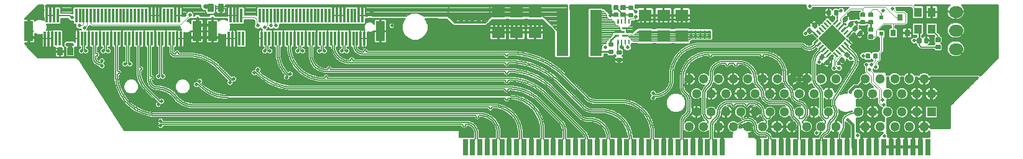
<source format=gtl>
G75*
%MOIN*%
%OFA0B0*%
%FSLAX25Y25*%
%IPPOS*%
%LPD*%
%AMOC8*
5,1,8,0,0,1.08239X$1,22.5*
%
%ADD10R,0.03150X0.08661*%
%ADD11R,0.01181X0.07382*%
%ADD12R,0.04724X0.10827*%
%ADD13C,0.05118*%
%ADD14R,0.05118X0.05118*%
%ADD15C,0.00591*%
%ADD16R,0.01000X0.03200*%
%ADD17R,0.10600X0.10600*%
%ADD18C,0.00945*%
%ADD19C,0.06362*%
%ADD20R,0.03150X0.03543*%
%ADD21R,0.02362X0.02362*%
%ADD22R,0.04331X0.05118*%
%ADD23C,0.00394*%
%ADD24R,0.07087X0.06299*%
%ADD25R,0.06417X0.24528*%
%ADD26C,0.00630*%
%ADD27C,0.01969*%
%ADD28C,0.01969*%
%ADD29C,0.01181*%
%ADD30C,0.00472*%
%ADD31C,0.01575*%
%ADD32C,0.00512*%
%ADD33C,0.00433*%
%ADD34C,0.00409*%
%ADD35C,0.00622*%
%ADD36C,0.00787*%
%ADD37C,0.02362*%
D10*
X0251565Y0013752D03*
X0255502Y0013752D03*
X0259439Y0013752D03*
X0263376Y0013752D03*
X0267313Y0013752D03*
X0271250Y0013752D03*
X0275187Y0013752D03*
X0279124Y0013752D03*
X0283061Y0013752D03*
X0286998Y0013752D03*
X0290935Y0013752D03*
X0294872Y0013752D03*
X0298809Y0013752D03*
X0302746Y0013752D03*
X0306683Y0013752D03*
X0310620Y0013752D03*
X0314557Y0013752D03*
X0318494Y0013752D03*
X0322431Y0013752D03*
X0326368Y0013752D03*
X0330305Y0013752D03*
X0334242Y0013752D03*
X0338179Y0013752D03*
X0342116Y0013752D03*
X0346053Y0013752D03*
X0349990Y0013752D03*
X0353927Y0013752D03*
X0357864Y0013752D03*
X0361801Y0013752D03*
X0365738Y0013752D03*
X0369675Y0013752D03*
X0373612Y0013752D03*
X0377549Y0013752D03*
X0381486Y0013752D03*
X0385423Y0013752D03*
X0389360Y0013752D03*
X0409045Y0013752D03*
X0412982Y0013752D03*
X0416919Y0013752D03*
X0420856Y0013752D03*
X0424793Y0013752D03*
X0428730Y0013752D03*
X0432667Y0013752D03*
X0436604Y0013752D03*
X0440541Y0013752D03*
X0444478Y0013752D03*
X0448415Y0013752D03*
X0452352Y0013752D03*
X0456289Y0013752D03*
X0460226Y0013752D03*
X0464163Y0013752D03*
X0468100Y0013752D03*
X0472037Y0013752D03*
X0475975Y0013752D03*
X0479912Y0013752D03*
X0483849Y0013752D03*
X0487786Y0013752D03*
X0491723Y0013752D03*
X0495660Y0013752D03*
X0499597Y0013752D03*
D11*
X0197431Y0071971D03*
X0195463Y0071971D03*
X0193494Y0071971D03*
X0191526Y0071971D03*
X0189557Y0071971D03*
X0187589Y0071971D03*
X0185620Y0071971D03*
X0183652Y0071971D03*
X0181683Y0071971D03*
X0179715Y0071971D03*
X0177746Y0071971D03*
X0175778Y0071971D03*
X0173809Y0071971D03*
X0171841Y0071971D03*
X0169872Y0071971D03*
X0167904Y0071971D03*
X0165935Y0071971D03*
X0163967Y0071971D03*
X0161998Y0071971D03*
X0160030Y0071971D03*
X0158061Y0071971D03*
X0156093Y0071971D03*
X0154124Y0071971D03*
X0152156Y0071971D03*
X0150187Y0071971D03*
X0148219Y0071971D03*
X0146250Y0071971D03*
X0144282Y0071971D03*
X0142313Y0071971D03*
X0132471Y0071971D03*
X0130502Y0071971D03*
X0128534Y0071971D03*
X0126565Y0071971D03*
X0124597Y0071971D03*
X0099006Y0071971D03*
X0097037Y0071971D03*
X0095069Y0071971D03*
X0093100Y0071971D03*
X0091132Y0071971D03*
X0089163Y0071971D03*
X0087195Y0071971D03*
X0085226Y0071971D03*
X0083258Y0071971D03*
X0081289Y0071971D03*
X0079321Y0071971D03*
X0077352Y0071971D03*
X0075384Y0071971D03*
X0073415Y0071971D03*
X0071447Y0071971D03*
X0069478Y0071971D03*
X0067510Y0071971D03*
X0065541Y0071971D03*
X0063573Y0071971D03*
X0061604Y0071971D03*
X0059636Y0071971D03*
X0057667Y0071971D03*
X0055699Y0071971D03*
X0053730Y0071971D03*
X0051762Y0071971D03*
X0049793Y0071971D03*
X0047825Y0071971D03*
X0045856Y0071971D03*
X0043888Y0071971D03*
X0034045Y0071971D03*
X0032077Y0071971D03*
X0030108Y0071971D03*
X0028140Y0071971D03*
X0026171Y0071971D03*
X0027156Y0084274D03*
X0029124Y0084274D03*
X0031093Y0084274D03*
X0033061Y0084274D03*
X0042904Y0084274D03*
X0044872Y0084274D03*
X0046841Y0084274D03*
X0048809Y0084274D03*
X0050778Y0084274D03*
X0052746Y0084274D03*
X0054715Y0084274D03*
X0056683Y0084274D03*
X0058652Y0084274D03*
X0060620Y0084274D03*
X0062589Y0084274D03*
X0064557Y0084274D03*
X0066526Y0084274D03*
X0068494Y0084274D03*
X0070463Y0084274D03*
X0072431Y0084274D03*
X0074400Y0084274D03*
X0076368Y0084274D03*
X0078337Y0084274D03*
X0080305Y0084274D03*
X0082274Y0084274D03*
X0084242Y0084274D03*
X0086211Y0084274D03*
X0088179Y0084274D03*
X0090148Y0084274D03*
X0092116Y0084274D03*
X0094085Y0084274D03*
X0096053Y0084274D03*
X0098022Y0084274D03*
X0125581Y0084274D03*
X0127549Y0084274D03*
X0129518Y0084274D03*
X0131486Y0084274D03*
X0141329Y0084274D03*
X0143297Y0084274D03*
X0145266Y0084274D03*
X0147234Y0084274D03*
X0149203Y0084274D03*
X0151171Y0084274D03*
X0153140Y0084274D03*
X0155108Y0084274D03*
X0157077Y0084274D03*
X0159045Y0084274D03*
X0161014Y0084274D03*
X0162982Y0084274D03*
X0164951Y0084274D03*
X0166919Y0084274D03*
X0168888Y0084274D03*
X0170856Y0084274D03*
X0172825Y0084274D03*
X0174793Y0084274D03*
X0176762Y0084274D03*
X0178730Y0084274D03*
X0180699Y0084274D03*
X0182667Y0084274D03*
X0184636Y0084274D03*
X0186604Y0084274D03*
X0188573Y0084274D03*
X0190541Y0084274D03*
X0192510Y0084274D03*
X0194478Y0084274D03*
X0196447Y0084274D03*
D12*
X0206093Y0075957D03*
X0115935Y0075957D03*
X0107667Y0075957D03*
X0017510Y0075957D03*
D13*
X0371644Y0050367D03*
X0379518Y0050367D03*
X0387392Y0050367D03*
X0395266Y0050367D03*
X0403140Y0050367D03*
X0411014Y0050367D03*
X0418888Y0050367D03*
X0426762Y0050367D03*
X0434636Y0050367D03*
X0442510Y0050367D03*
X0450384Y0050367D03*
X0466132Y0050367D03*
X0474006Y0050367D03*
X0481880Y0050367D03*
X0489754Y0050367D03*
X0497628Y0050367D03*
X0493691Y0042493D03*
X0501565Y0042493D03*
X0485817Y0042493D03*
X0477943Y0042493D03*
X0470069Y0042493D03*
X0462195Y0042493D03*
X0446447Y0042493D03*
X0438573Y0042493D03*
X0430699Y0042493D03*
X0422825Y0042493D03*
X0414951Y0042493D03*
X0407077Y0042493D03*
X0399203Y0042493D03*
X0391329Y0042493D03*
X0383455Y0042493D03*
X0375581Y0042493D03*
X0375581Y0032650D03*
X0383455Y0032650D03*
X0391329Y0032650D03*
X0399203Y0032650D03*
X0407077Y0032650D03*
X0414951Y0032650D03*
X0422825Y0032650D03*
X0430699Y0032650D03*
X0438573Y0032650D03*
X0446447Y0032650D03*
X0462195Y0032650D03*
X0470069Y0032650D03*
X0477943Y0032650D03*
X0485817Y0032650D03*
X0493691Y0032650D03*
X0489754Y0024776D03*
X0481880Y0024776D03*
X0474006Y0024776D03*
X0466132Y0024776D03*
X0450384Y0024776D03*
X0442510Y0024776D03*
X0434636Y0024776D03*
X0426762Y0024776D03*
X0418888Y0024776D03*
X0411014Y0024776D03*
X0403140Y0024776D03*
X0395266Y0024776D03*
X0387392Y0024776D03*
X0379518Y0024776D03*
X0371644Y0024776D03*
X0497628Y0024776D03*
D14*
X0501565Y0032650D03*
D15*
X0462195Y0032650D02*
X0459636Y0032060D01*
X0455699Y0030485D02*
X0455611Y0030433D01*
X0455525Y0030378D01*
X0455441Y0030319D01*
X0455359Y0030258D01*
X0455280Y0030193D01*
X0455203Y0030125D01*
X0455129Y0030055D01*
X0455057Y0029982D01*
X0454989Y0029906D01*
X0454923Y0029827D01*
X0454860Y0029746D01*
X0454800Y0029663D01*
X0454744Y0029578D01*
X0454691Y0029491D01*
X0454641Y0029401D01*
X0454594Y0029310D01*
X0454551Y0029217D01*
X0454512Y0029123D01*
X0454476Y0029027D01*
X0454444Y0028930D01*
X0454415Y0028831D01*
X0454390Y0028732D01*
X0454369Y0028632D01*
X0454352Y0028531D01*
X0454338Y0028429D01*
X0454329Y0028328D01*
X0454323Y0028225D01*
X0454321Y0028123D01*
X0454321Y0025170D01*
X0454314Y0025020D01*
X0454303Y0024870D01*
X0454288Y0024721D01*
X0454270Y0024572D01*
X0454248Y0024423D01*
X0454222Y0024276D01*
X0454192Y0024128D01*
X0454158Y0023982D01*
X0454121Y0023837D01*
X0454080Y0023692D01*
X0454035Y0023549D01*
X0453987Y0023406D01*
X0453936Y0023265D01*
X0453880Y0023126D01*
X0453821Y0022988D01*
X0453759Y0022851D01*
X0453693Y0022716D01*
X0453624Y0022583D01*
X0453552Y0022451D01*
X0453476Y0022322D01*
X0453397Y0022194D01*
X0453314Y0022068D01*
X0453229Y0021945D01*
X0453140Y0021824D01*
X0452352Y0019461D02*
X0452352Y0013752D01*
X0455699Y0030484D02*
X0456038Y0030671D01*
X0456381Y0030849D01*
X0456728Y0031018D01*
X0457080Y0031179D01*
X0457435Y0031331D01*
X0457794Y0031475D01*
X0458157Y0031610D01*
X0458522Y0031736D01*
X0458891Y0031853D01*
X0459262Y0031960D01*
X0459636Y0032059D01*
X0453139Y0021823D02*
X0453069Y0021726D01*
X0453001Y0021626D01*
X0452936Y0021524D01*
X0452874Y0021420D01*
X0452816Y0021315D01*
X0452761Y0021208D01*
X0452709Y0021099D01*
X0452660Y0020988D01*
X0452615Y0020876D01*
X0452574Y0020763D01*
X0452535Y0020649D01*
X0452501Y0020533D01*
X0452470Y0020416D01*
X0452442Y0020299D01*
X0452418Y0020181D01*
X0452398Y0020062D01*
X0452382Y0019942D01*
X0452369Y0019822D01*
X0452359Y0019702D01*
X0452354Y0019582D01*
X0452352Y0019461D01*
X0360226Y0055682D02*
X0349990Y0045445D01*
X0314102Y0045445D01*
X0306266Y0053282D01*
X0306266Y0053289D01*
X0305858Y0053690D01*
X0305454Y0054094D01*
X0305447Y0054094D01*
X0303426Y0056082D01*
X0298227Y0059807D01*
X0292904Y0065130D01*
X0285520Y0065130D01*
X0285321Y0065194D01*
X0278593Y0066248D01*
X0236998Y0066248D01*
X0236998Y0082552D01*
X0241702Y0082552D01*
X0244380Y0079873D01*
X0245245Y0079008D01*
X0262807Y0079008D01*
X0265956Y0082158D01*
X0273273Y0082158D01*
X0273667Y0082552D01*
X0274739Y0082552D01*
X0275132Y0082158D01*
X0283116Y0082158D01*
X0283510Y0082552D01*
X0284581Y0082552D01*
X0284975Y0082158D01*
X0292958Y0082158D01*
X0293019Y0082219D01*
X0299301Y0075936D01*
X0299301Y0062261D01*
X0299935Y0061626D01*
X0307250Y0061626D01*
X0307884Y0062261D01*
X0307884Y0087685D01*
X0307766Y0087803D01*
X0307766Y0089934D01*
X0329813Y0089934D01*
X0329813Y0087296D01*
X0330387Y0086722D01*
X0330158Y0086494D01*
X0329988Y0086199D01*
X0329900Y0085871D01*
X0329900Y0085111D01*
X0331978Y0085111D01*
X0331978Y0084520D01*
X0329900Y0084520D01*
X0329900Y0084329D01*
X0326127Y0088103D01*
X0325458Y0088103D01*
X0325242Y0088319D01*
X0317928Y0088319D01*
X0317293Y0087685D01*
X0317293Y0062261D01*
X0317928Y0061626D01*
X0325242Y0061626D01*
X0325876Y0062261D01*
X0325876Y0063575D01*
X0327259Y0063575D01*
X0327968Y0062867D01*
X0331067Y0062867D01*
X0331585Y0063384D01*
X0331585Y0063384D01*
X0332269Y0062700D01*
X0332239Y0062683D01*
X0331965Y0062410D01*
X0331772Y0062075D01*
X0331672Y0061702D01*
X0331672Y0061095D01*
X0333750Y0061095D01*
X0333750Y0060504D01*
X0334341Y0060504D01*
X0334341Y0061095D01*
X0336419Y0061095D01*
X0336419Y0061702D01*
X0336319Y0062075D01*
X0336125Y0062410D01*
X0335852Y0062683D01*
X0335822Y0062700D01*
X0336506Y0063384D01*
X0336506Y0066089D01*
X0335595Y0067000D01*
X0334854Y0067000D01*
X0334734Y0067120D01*
X0334734Y0068083D01*
X0334774Y0068072D01*
X0335226Y0068072D01*
X0335226Y0070248D01*
X0335227Y0070248D01*
X0335227Y0068072D01*
X0335679Y0068072D01*
X0335878Y0068126D01*
X0336506Y0067497D01*
X0336506Y0066440D01*
X0337717Y0065229D01*
X0339429Y0065229D01*
X0340640Y0066440D01*
X0340640Y0068152D01*
X0340398Y0068394D01*
X0340738Y0068734D01*
X0340738Y0069368D01*
X0340783Y0069323D01*
X0343873Y0069323D01*
X0344030Y0069166D01*
X0352014Y0069166D01*
X0352171Y0069323D01*
X0353715Y0069323D01*
X0353873Y0069166D01*
X0361856Y0069166D01*
X0362014Y0069323D01*
X0363558Y0069323D01*
X0363715Y0069166D01*
X0370765Y0069166D01*
X0369912Y0068674D01*
X0366919Y0068674D01*
X0365001Y0064949D01*
X0363817Y0063765D01*
X0361493Y0059740D01*
X0360599Y0056404D01*
X0360226Y0055682D01*
X0360266Y0055758D02*
X0303756Y0055758D01*
X0303426Y0056082D02*
X0303426Y0056082D01*
X0303056Y0056347D02*
X0360569Y0056347D01*
X0360741Y0056936D02*
X0302234Y0056936D01*
X0301412Y0057525D02*
X0360899Y0057525D01*
X0361057Y0058114D02*
X0300590Y0058114D01*
X0299768Y0058703D02*
X0332649Y0058703D01*
X0332573Y0058723D02*
X0332947Y0058623D01*
X0333750Y0058623D01*
X0333750Y0060504D01*
X0331672Y0060504D01*
X0331672Y0059898D01*
X0331772Y0059524D01*
X0331965Y0059190D01*
X0332239Y0058917D01*
X0332573Y0058723D01*
X0331906Y0059292D02*
X0298946Y0059292D01*
X0298153Y0059881D02*
X0331677Y0059881D01*
X0331672Y0060470D02*
X0297564Y0060470D01*
X0296975Y0061059D02*
X0333750Y0061059D01*
X0333750Y0060470D02*
X0334341Y0060470D01*
X0334341Y0060504D02*
X0334341Y0058623D01*
X0335144Y0058623D01*
X0335517Y0058723D01*
X0335852Y0058917D01*
X0336125Y0059190D01*
X0336319Y0059524D01*
X0336419Y0059898D01*
X0336419Y0060504D01*
X0334341Y0060504D01*
X0334341Y0061059D02*
X0362254Y0061059D01*
X0361914Y0060470D02*
X0336419Y0060470D01*
X0336414Y0059881D02*
X0361574Y0059881D01*
X0361493Y0059740D02*
X0361493Y0059740D01*
X0361373Y0059292D02*
X0336184Y0059292D01*
X0335442Y0058703D02*
X0361215Y0058703D01*
X0362595Y0061648D02*
X0336419Y0061648D01*
X0336225Y0062238D02*
X0362935Y0062238D01*
X0363275Y0062827D02*
X0335949Y0062827D01*
X0336506Y0063416D02*
X0363615Y0063416D01*
X0363817Y0063765D02*
X0363817Y0063765D01*
X0364056Y0064005D02*
X0336506Y0064005D01*
X0336506Y0064594D02*
X0364645Y0064594D01*
X0365121Y0065183D02*
X0336506Y0065183D01*
X0336506Y0065772D02*
X0337174Y0065772D01*
X0336585Y0066361D02*
X0336235Y0066361D01*
X0336506Y0066950D02*
X0335645Y0066950D01*
X0336464Y0067539D02*
X0334734Y0067539D01*
X0335226Y0068128D02*
X0335227Y0068128D01*
X0335226Y0068717D02*
X0335227Y0068717D01*
X0335226Y0069306D02*
X0335227Y0069306D01*
X0335226Y0069895D02*
X0335227Y0069895D01*
X0340738Y0069306D02*
X0343890Y0069306D01*
X0340721Y0068717D02*
X0369988Y0068717D01*
X0372194Y0069662D02*
X0372333Y0069800D01*
X0372333Y0070253D01*
X0372977Y0070898D01*
X0383607Y0070898D01*
X0384380Y0071671D01*
X0384380Y0076700D01*
X0383607Y0077473D01*
X0371856Y0077473D01*
X0371699Y0077630D01*
X0363715Y0077630D01*
X0363558Y0077473D01*
X0362014Y0077473D01*
X0361856Y0077630D01*
X0353873Y0077630D01*
X0353715Y0077473D01*
X0352171Y0077473D01*
X0352014Y0077630D01*
X0344030Y0077630D01*
X0343873Y0077473D01*
X0343538Y0077473D01*
X0342766Y0076700D01*
X0341373Y0075308D01*
X0341327Y0075308D01*
X0341268Y0075367D01*
X0338081Y0075367D01*
X0338081Y0076241D01*
X0338179Y0076241D01*
X0338179Y0077729D01*
X0338179Y0077729D01*
X0341930Y0077729D01*
X0341930Y0078181D01*
X0341849Y0078484D01*
X0341692Y0078756D01*
X0341470Y0078978D01*
X0341198Y0079135D01*
X0340895Y0079216D01*
X0340197Y0079216D01*
X0340738Y0079758D01*
X0340738Y0081331D01*
X0342269Y0081331D01*
X0342702Y0081764D01*
X0343483Y0081764D01*
X0343483Y0081074D01*
X0343635Y0080708D01*
X0343915Y0080428D01*
X0344280Y0080277D01*
X0347726Y0080277D01*
X0347726Y0084126D01*
X0348317Y0084126D01*
X0348317Y0080277D01*
X0351763Y0080277D01*
X0352129Y0080428D01*
X0352409Y0080708D01*
X0352560Y0081074D01*
X0352560Y0084126D01*
X0348317Y0084126D01*
X0348317Y0084717D01*
X0347726Y0084717D01*
X0347726Y0088567D01*
X0344280Y0088567D01*
X0343915Y0088415D01*
X0343799Y0088300D01*
X0343760Y0088339D01*
X0342813Y0088339D01*
X0342608Y0088544D01*
X0342608Y0089934D01*
X0385423Y0089934D01*
X0385423Y0070579D01*
X0375619Y0070579D01*
X0372194Y0069662D01*
X0372333Y0069895D02*
X0373067Y0069895D01*
X0372564Y0070484D02*
X0375265Y0070484D01*
X0366638Y0068128D02*
X0340640Y0068128D01*
X0340640Y0067539D02*
X0366335Y0067539D01*
X0366031Y0066950D02*
X0340640Y0066950D01*
X0340561Y0066361D02*
X0365728Y0066361D01*
X0365425Y0065772D02*
X0339972Y0065772D01*
X0332142Y0062827D02*
X0325876Y0062827D01*
X0325876Y0063416D02*
X0327419Y0063416D01*
X0325853Y0062238D02*
X0331866Y0062238D01*
X0331672Y0061648D02*
X0325264Y0061648D01*
X0317906Y0061648D02*
X0307272Y0061648D01*
X0307861Y0062238D02*
X0317317Y0062238D01*
X0317293Y0062827D02*
X0307884Y0062827D01*
X0307884Y0063416D02*
X0317293Y0063416D01*
X0317293Y0064005D02*
X0307884Y0064005D01*
X0307884Y0064594D02*
X0317293Y0064594D01*
X0317293Y0065183D02*
X0307884Y0065183D01*
X0307884Y0065772D02*
X0317293Y0065772D01*
X0317293Y0066361D02*
X0307884Y0066361D01*
X0307884Y0066950D02*
X0317293Y0066950D01*
X0317293Y0067539D02*
X0307884Y0067539D01*
X0307884Y0068128D02*
X0317293Y0068128D01*
X0317293Y0068717D02*
X0307884Y0068717D01*
X0307884Y0069306D02*
X0317293Y0069306D01*
X0317293Y0069895D02*
X0307884Y0069895D01*
X0307884Y0070484D02*
X0317293Y0070484D01*
X0317293Y0071073D02*
X0307884Y0071073D01*
X0307884Y0071663D02*
X0317293Y0071663D01*
X0317293Y0072252D02*
X0307884Y0072252D01*
X0307884Y0072841D02*
X0317293Y0072841D01*
X0317293Y0073430D02*
X0307884Y0073430D01*
X0307884Y0074019D02*
X0317293Y0074019D01*
X0317293Y0074608D02*
X0307884Y0074608D01*
X0307884Y0075197D02*
X0317293Y0075197D01*
X0317293Y0075786D02*
X0307884Y0075786D01*
X0307884Y0076375D02*
X0317293Y0076375D01*
X0317293Y0076964D02*
X0307884Y0076964D01*
X0307884Y0077553D02*
X0317293Y0077553D01*
X0317293Y0078142D02*
X0307884Y0078142D01*
X0307884Y0078731D02*
X0317293Y0078731D01*
X0317293Y0079320D02*
X0307884Y0079320D01*
X0307884Y0079909D02*
X0317293Y0079909D01*
X0317293Y0080498D02*
X0307884Y0080498D01*
X0307884Y0081088D02*
X0317293Y0081088D01*
X0317293Y0081677D02*
X0307884Y0081677D01*
X0307884Y0082266D02*
X0317293Y0082266D01*
X0317293Y0082855D02*
X0307884Y0082855D01*
X0307884Y0083444D02*
X0317293Y0083444D01*
X0317293Y0084033D02*
X0307884Y0084033D01*
X0307884Y0084622D02*
X0317293Y0084622D01*
X0317293Y0085211D02*
X0307884Y0085211D01*
X0307884Y0085800D02*
X0317293Y0085800D01*
X0317293Y0086389D02*
X0307884Y0086389D01*
X0307884Y0086978D02*
X0317293Y0086978D01*
X0317293Y0087567D02*
X0307884Y0087567D01*
X0307766Y0088156D02*
X0317765Y0088156D01*
X0325405Y0088156D02*
X0329813Y0088156D01*
X0329813Y0087567D02*
X0326663Y0087567D01*
X0327252Y0086978D02*
X0330131Y0086978D01*
X0330098Y0086389D02*
X0327841Y0086389D01*
X0328430Y0085800D02*
X0329900Y0085800D01*
X0329900Y0085211D02*
X0329019Y0085211D01*
X0329608Y0084622D02*
X0331978Y0084622D01*
X0333357Y0083929D02*
X0333357Y0085701D01*
X0333357Y0083929D02*
X0331191Y0083929D01*
X0331191Y0085701D01*
X0333357Y0085701D01*
X0333357Y0084519D02*
X0331191Y0084519D01*
X0331191Y0085109D02*
X0333357Y0085109D01*
X0333357Y0085699D02*
X0331191Y0085699D01*
X0337294Y0085701D02*
X0337294Y0083929D01*
X0335128Y0083929D01*
X0335128Y0085701D01*
X0337294Y0085701D01*
X0337294Y0084519D02*
X0335128Y0084519D01*
X0335128Y0085109D02*
X0337294Y0085109D01*
X0337294Y0085699D02*
X0335128Y0085699D01*
X0337294Y0087866D02*
X0337294Y0089638D01*
X0337294Y0087866D02*
X0335128Y0087866D01*
X0335128Y0089638D01*
X0337294Y0089638D01*
X0337294Y0088456D02*
X0335128Y0088456D01*
X0335128Y0089046D02*
X0337294Y0089046D01*
X0337294Y0089636D02*
X0335128Y0089636D01*
X0333357Y0089638D02*
X0333357Y0087866D01*
X0331191Y0087866D01*
X0331191Y0089638D01*
X0333357Y0089638D01*
X0333357Y0088456D02*
X0331191Y0088456D01*
X0331191Y0089046D02*
X0333357Y0089046D01*
X0333357Y0089636D02*
X0331191Y0089636D01*
X0329813Y0089923D02*
X0307766Y0089923D01*
X0307766Y0089334D02*
X0329813Y0089334D01*
X0329813Y0088745D02*
X0307766Y0088745D01*
X0293561Y0081677D02*
X0265475Y0081677D01*
X0264886Y0081088D02*
X0294150Y0081088D01*
X0294739Y0080498D02*
X0264297Y0080498D01*
X0263708Y0079909D02*
X0295328Y0079909D01*
X0295917Y0079320D02*
X0293113Y0079320D01*
X0293074Y0079360D02*
X0292708Y0079511D01*
X0289262Y0079511D01*
X0289262Y0075662D01*
X0288671Y0075662D01*
X0288671Y0075071D01*
X0289262Y0075071D01*
X0289262Y0071222D01*
X0292708Y0071222D01*
X0293074Y0071373D01*
X0293354Y0071653D01*
X0293505Y0072019D01*
X0293505Y0075071D01*
X0289262Y0075071D01*
X0289262Y0075662D01*
X0293505Y0075662D01*
X0293505Y0078714D01*
X0293354Y0079080D01*
X0293074Y0079360D01*
X0293498Y0078731D02*
X0296506Y0078731D01*
X0297095Y0078142D02*
X0293505Y0078142D01*
X0293505Y0077553D02*
X0297684Y0077553D01*
X0298273Y0076964D02*
X0293505Y0076964D01*
X0293505Y0076375D02*
X0298862Y0076375D01*
X0299301Y0075786D02*
X0293505Y0075786D01*
X0293505Y0074608D02*
X0299301Y0074608D01*
X0299301Y0075197D02*
X0289262Y0075197D01*
X0289262Y0075786D02*
X0288671Y0075786D01*
X0288671Y0075662D02*
X0288671Y0079511D01*
X0285225Y0079511D01*
X0284860Y0079360D01*
X0284580Y0079080D01*
X0284428Y0078714D01*
X0284428Y0075662D01*
X0288671Y0075662D01*
X0288671Y0075197D02*
X0279419Y0075197D01*
X0279419Y0075071D02*
X0279419Y0075662D01*
X0278829Y0075662D01*
X0278829Y0079511D01*
X0275383Y0079511D01*
X0275017Y0079360D01*
X0274737Y0079080D01*
X0274586Y0078714D01*
X0274586Y0075662D01*
X0278829Y0075662D01*
X0278829Y0075071D01*
X0279419Y0075071D01*
X0279419Y0071222D01*
X0282865Y0071222D01*
X0283231Y0071373D01*
X0283511Y0071653D01*
X0283663Y0072019D01*
X0283663Y0075071D01*
X0279419Y0075071D01*
X0279419Y0074608D02*
X0278829Y0074608D01*
X0278829Y0075071D02*
X0278829Y0071222D01*
X0275383Y0071222D01*
X0275017Y0071373D01*
X0274737Y0071653D01*
X0274586Y0072019D01*
X0274586Y0075071D01*
X0278829Y0075071D01*
X0278829Y0075197D02*
X0269577Y0075197D01*
X0269577Y0075071D02*
X0269577Y0075662D01*
X0273820Y0075662D01*
X0273820Y0078714D01*
X0273669Y0079080D01*
X0273389Y0079360D01*
X0273023Y0079511D01*
X0269577Y0079511D01*
X0269577Y0075662D01*
X0268986Y0075662D01*
X0268986Y0075071D01*
X0269577Y0075071D01*
X0269577Y0071222D01*
X0273023Y0071222D01*
X0273389Y0071373D01*
X0273669Y0071653D01*
X0273820Y0072019D01*
X0273820Y0075071D01*
X0269577Y0075071D01*
X0269577Y0074608D02*
X0268986Y0074608D01*
X0268986Y0075071D02*
X0268986Y0071222D01*
X0265540Y0071222D01*
X0265175Y0071373D01*
X0264895Y0071653D01*
X0264743Y0072019D01*
X0264743Y0075071D01*
X0268986Y0075071D01*
X0268986Y0075197D02*
X0236998Y0075197D01*
X0236998Y0075786D02*
X0264743Y0075786D01*
X0264743Y0075662D02*
X0268986Y0075662D01*
X0268986Y0079511D01*
X0265540Y0079511D01*
X0265175Y0079360D01*
X0264895Y0079080D01*
X0264743Y0078714D01*
X0264743Y0075662D01*
X0264743Y0076375D02*
X0236998Y0076375D01*
X0236998Y0076964D02*
X0264743Y0076964D01*
X0264743Y0077553D02*
X0236998Y0077553D01*
X0236998Y0078142D02*
X0264743Y0078142D01*
X0264750Y0078731D02*
X0236998Y0078731D01*
X0236998Y0079320D02*
X0244933Y0079320D01*
X0244344Y0079909D02*
X0236998Y0079909D01*
X0236998Y0080498D02*
X0243755Y0080498D01*
X0243166Y0081088D02*
X0236998Y0081088D01*
X0236998Y0081677D02*
X0242577Y0081677D01*
X0241988Y0082266D02*
X0236998Y0082266D01*
X0236998Y0074608D02*
X0264743Y0074608D01*
X0264743Y0074019D02*
X0236998Y0074019D01*
X0236998Y0073430D02*
X0264743Y0073430D01*
X0264743Y0072841D02*
X0236998Y0072841D01*
X0236998Y0072252D02*
X0264743Y0072252D01*
X0264891Y0071663D02*
X0236998Y0071663D01*
X0236998Y0071073D02*
X0299301Y0071073D01*
X0299301Y0070484D02*
X0236998Y0070484D01*
X0236998Y0069895D02*
X0299301Y0069895D01*
X0299301Y0069306D02*
X0236998Y0069306D01*
X0236998Y0068717D02*
X0299301Y0068717D01*
X0299301Y0068128D02*
X0236998Y0068128D01*
X0236998Y0067539D02*
X0299301Y0067539D01*
X0299301Y0066950D02*
X0236998Y0066950D01*
X0236998Y0066361D02*
X0299301Y0066361D01*
X0299301Y0065772D02*
X0281634Y0065772D01*
X0285321Y0065194D02*
X0285321Y0065194D01*
X0285357Y0065183D02*
X0299301Y0065183D01*
X0299301Y0064594D02*
X0293440Y0064594D01*
X0294029Y0064005D02*
X0299301Y0064005D01*
X0299301Y0063416D02*
X0294618Y0063416D01*
X0295207Y0062827D02*
X0299301Y0062827D01*
X0299324Y0062238D02*
X0295797Y0062238D01*
X0296386Y0061648D02*
X0299913Y0061648D01*
X0304354Y0055169D02*
X0359714Y0055169D01*
X0359125Y0054580D02*
X0304953Y0054580D01*
X0305557Y0053991D02*
X0358536Y0053991D01*
X0357946Y0053402D02*
X0306151Y0053402D01*
X0306735Y0052813D02*
X0357357Y0052813D01*
X0356768Y0052223D02*
X0307324Y0052223D01*
X0307913Y0051634D02*
X0356179Y0051634D01*
X0355590Y0051045D02*
X0308502Y0051045D01*
X0309091Y0050456D02*
X0355001Y0050456D01*
X0354412Y0049867D02*
X0309681Y0049867D01*
X0310270Y0049278D02*
X0353823Y0049278D01*
X0353234Y0048689D02*
X0310859Y0048689D01*
X0311448Y0048100D02*
X0352645Y0048100D01*
X0352056Y0047511D02*
X0312037Y0047511D01*
X0312626Y0046922D02*
X0351467Y0046922D01*
X0350878Y0046333D02*
X0313215Y0046333D01*
X0313804Y0045744D02*
X0350289Y0045744D01*
X0334341Y0058703D02*
X0333750Y0058703D01*
X0333750Y0059292D02*
X0334341Y0059292D01*
X0334341Y0059881D02*
X0333750Y0059881D01*
X0352154Y0069306D02*
X0353732Y0069306D01*
X0361996Y0069306D02*
X0363575Y0069306D01*
X0383783Y0071073D02*
X0385423Y0071073D01*
X0385423Y0071663D02*
X0384372Y0071663D01*
X0384380Y0072252D02*
X0385423Y0072252D01*
X0385423Y0072841D02*
X0384380Y0072841D01*
X0384380Y0073430D02*
X0385423Y0073430D01*
X0385423Y0074019D02*
X0384380Y0074019D01*
X0384380Y0074608D02*
X0385423Y0074608D01*
X0385423Y0075197D02*
X0384380Y0075197D01*
X0384380Y0075786D02*
X0385423Y0075786D01*
X0385423Y0076375D02*
X0384380Y0076375D01*
X0384116Y0076964D02*
X0385423Y0076964D01*
X0385423Y0077553D02*
X0371776Y0077553D01*
X0371448Y0080277D02*
X0368002Y0080277D01*
X0368002Y0084126D01*
X0367412Y0084126D01*
X0367412Y0080277D01*
X0363966Y0080277D01*
X0363600Y0080428D01*
X0363320Y0080708D01*
X0363168Y0081074D01*
X0363168Y0084126D01*
X0367411Y0084126D01*
X0367411Y0084717D01*
X0363168Y0084717D01*
X0363168Y0087769D01*
X0363320Y0088135D01*
X0363600Y0088415D01*
X0363966Y0088567D01*
X0367412Y0088567D01*
X0367412Y0084717D01*
X0368002Y0084717D01*
X0368002Y0088567D01*
X0371448Y0088567D01*
X0371814Y0088415D01*
X0372094Y0088135D01*
X0372245Y0087769D01*
X0372245Y0084717D01*
X0368002Y0084717D01*
X0368002Y0084126D01*
X0372245Y0084126D01*
X0372245Y0081074D01*
X0372094Y0080708D01*
X0371814Y0080428D01*
X0371448Y0080277D01*
X0371884Y0080498D02*
X0385423Y0080498D01*
X0385423Y0079909D02*
X0340738Y0079909D01*
X0340738Y0080498D02*
X0343845Y0080498D01*
X0343483Y0081088D02*
X0340738Y0081088D01*
X0340301Y0079320D02*
X0385423Y0079320D01*
X0385423Y0078731D02*
X0341707Y0078731D01*
X0341930Y0078142D02*
X0385423Y0078142D01*
X0385423Y0081088D02*
X0372245Y0081088D01*
X0372245Y0081677D02*
X0385423Y0081677D01*
X0385423Y0082266D02*
X0372245Y0082266D01*
X0372245Y0082855D02*
X0385423Y0082855D01*
X0385423Y0083444D02*
X0372245Y0083444D01*
X0372245Y0084033D02*
X0385423Y0084033D01*
X0385423Y0084622D02*
X0368002Y0084622D01*
X0368002Y0085211D02*
X0367412Y0085211D01*
X0367412Y0085800D02*
X0368002Y0085800D01*
X0368002Y0086389D02*
X0367412Y0086389D01*
X0367412Y0086978D02*
X0368002Y0086978D01*
X0368002Y0087567D02*
X0367412Y0087567D01*
X0367412Y0088156D02*
X0368002Y0088156D01*
X0372073Y0088156D02*
X0385423Y0088156D01*
X0385423Y0087567D02*
X0372245Y0087567D01*
X0372245Y0086978D02*
X0385423Y0086978D01*
X0385423Y0086389D02*
X0372245Y0086389D01*
X0372245Y0085800D02*
X0385423Y0085800D01*
X0385423Y0085211D02*
X0372245Y0085211D01*
X0368002Y0084033D02*
X0367412Y0084033D01*
X0367411Y0084622D02*
X0358160Y0084622D01*
X0358160Y0084717D02*
X0362403Y0084717D01*
X0362403Y0087769D01*
X0362251Y0088135D01*
X0361971Y0088415D01*
X0361606Y0088567D01*
X0358160Y0088567D01*
X0358160Y0084717D01*
X0358160Y0084126D01*
X0362403Y0084126D01*
X0362403Y0081074D01*
X0362251Y0080708D01*
X0361971Y0080428D01*
X0361606Y0080277D01*
X0358160Y0080277D01*
X0358160Y0084126D01*
X0357569Y0084126D01*
X0357569Y0080277D01*
X0354123Y0080277D01*
X0353757Y0080428D01*
X0353477Y0080708D01*
X0353326Y0081074D01*
X0353326Y0084126D01*
X0357569Y0084126D01*
X0357569Y0084717D01*
X0357569Y0088567D01*
X0354123Y0088567D01*
X0353757Y0088415D01*
X0353477Y0088135D01*
X0353326Y0087769D01*
X0353326Y0084717D01*
X0357569Y0084717D01*
X0358160Y0084717D01*
X0358160Y0085211D02*
X0357569Y0085211D01*
X0357569Y0085800D02*
X0358160Y0085800D01*
X0358160Y0086389D02*
X0357569Y0086389D01*
X0357569Y0086978D02*
X0358160Y0086978D01*
X0358160Y0087567D02*
X0357569Y0087567D01*
X0357569Y0088156D02*
X0358160Y0088156D01*
X0362230Y0088156D02*
X0363341Y0088156D01*
X0363168Y0087567D02*
X0362403Y0087567D01*
X0362403Y0086978D02*
X0363168Y0086978D01*
X0363168Y0086389D02*
X0362403Y0086389D01*
X0362403Y0085800D02*
X0363168Y0085800D01*
X0363168Y0085211D02*
X0362403Y0085211D01*
X0362403Y0084033D02*
X0363168Y0084033D01*
X0363168Y0083444D02*
X0362403Y0083444D01*
X0362403Y0082855D02*
X0363168Y0082855D01*
X0363168Y0082266D02*
X0362403Y0082266D01*
X0362403Y0081677D02*
X0363168Y0081677D01*
X0363168Y0081088D02*
X0362403Y0081088D01*
X0362041Y0080498D02*
X0363530Y0080498D01*
X0367412Y0080498D02*
X0368002Y0080498D01*
X0368002Y0081088D02*
X0367412Y0081088D01*
X0367412Y0081677D02*
X0368002Y0081677D01*
X0368002Y0082266D02*
X0367412Y0082266D01*
X0367412Y0082855D02*
X0368002Y0082855D01*
X0368002Y0083444D02*
X0367412Y0083444D01*
X0358160Y0083444D02*
X0357569Y0083444D01*
X0357569Y0084033D02*
X0358160Y0084033D01*
X0357569Y0084622D02*
X0348317Y0084622D01*
X0348317Y0084717D02*
X0352560Y0084717D01*
X0352560Y0087769D01*
X0352409Y0088135D01*
X0352129Y0088415D01*
X0351763Y0088567D01*
X0348317Y0088567D01*
X0348317Y0084717D01*
X0348317Y0085211D02*
X0347726Y0085211D01*
X0347726Y0085800D02*
X0348317Y0085800D01*
X0348317Y0086389D02*
X0347726Y0086389D01*
X0347726Y0086978D02*
X0348317Y0086978D01*
X0348317Y0087567D02*
X0347726Y0087567D01*
X0347726Y0088156D02*
X0348317Y0088156D01*
X0352388Y0088156D02*
X0353498Y0088156D01*
X0353326Y0087567D02*
X0352560Y0087567D01*
X0352560Y0086978D02*
X0353326Y0086978D01*
X0353326Y0086389D02*
X0352560Y0086389D01*
X0352560Y0085800D02*
X0353326Y0085800D01*
X0353326Y0085211D02*
X0352560Y0085211D01*
X0352560Y0084033D02*
X0353326Y0084033D01*
X0353326Y0083444D02*
X0352560Y0083444D01*
X0352560Y0082855D02*
X0353326Y0082855D01*
X0353326Y0082266D02*
X0352560Y0082266D01*
X0352560Y0081677D02*
X0353326Y0081677D01*
X0353326Y0081088D02*
X0352560Y0081088D01*
X0352199Y0080498D02*
X0353687Y0080498D01*
X0357569Y0080498D02*
X0358160Y0080498D01*
X0358160Y0081088D02*
X0357569Y0081088D01*
X0357569Y0081677D02*
X0358160Y0081677D01*
X0358160Y0082266D02*
X0357569Y0082266D01*
X0357569Y0082855D02*
X0358160Y0082855D01*
X0348317Y0082855D02*
X0347726Y0082855D01*
X0347726Y0083444D02*
X0348317Y0083444D01*
X0348317Y0084033D02*
X0347726Y0084033D01*
X0347726Y0082266D02*
X0348317Y0082266D01*
X0348317Y0081677D02*
X0347726Y0081677D01*
X0347726Y0081088D02*
X0348317Y0081088D01*
X0348317Y0080498D02*
X0347726Y0080498D01*
X0343483Y0081677D02*
X0342614Y0081677D01*
X0341930Y0077729D02*
X0338179Y0077729D01*
X0338179Y0077729D01*
X0338179Y0076241D01*
X0340895Y0076241D01*
X0341198Y0076323D01*
X0341470Y0076480D01*
X0341692Y0076702D01*
X0341849Y0076973D01*
X0341930Y0077277D01*
X0341930Y0077729D01*
X0341930Y0077553D02*
X0343953Y0077553D01*
X0343030Y0076964D02*
X0341844Y0076964D01*
X0341289Y0076375D02*
X0342441Y0076375D01*
X0341852Y0075786D02*
X0338081Y0075786D01*
X0338179Y0076375D02*
X0338179Y0076375D01*
X0338179Y0076964D02*
X0338179Y0076964D01*
X0338179Y0077553D02*
X0338179Y0077553D01*
X0352091Y0077553D02*
X0353795Y0077553D01*
X0361933Y0077553D02*
X0363638Y0077553D01*
X0342608Y0088745D02*
X0385423Y0088745D01*
X0385423Y0089334D02*
X0342608Y0089334D01*
X0342608Y0089923D02*
X0385423Y0089923D01*
X0463671Y0085701D02*
X0463671Y0083929D01*
X0463671Y0085701D02*
X0465837Y0085701D01*
X0465837Y0083929D01*
X0463671Y0083929D01*
X0463671Y0084519D02*
X0465837Y0084519D01*
X0465837Y0085109D02*
X0463671Y0085109D01*
X0463671Y0085699D02*
X0465837Y0085699D01*
X0468002Y0085701D02*
X0468002Y0083929D01*
X0468002Y0085701D02*
X0470168Y0085701D01*
X0470168Y0083929D01*
X0468002Y0083929D01*
X0468002Y0084519D02*
X0470168Y0084519D01*
X0470168Y0085109D02*
X0468002Y0085109D01*
X0468002Y0085699D02*
X0470168Y0085699D01*
X0468002Y0081764D02*
X0468002Y0079992D01*
X0468002Y0081764D02*
X0470168Y0081764D01*
X0470168Y0079992D01*
X0468002Y0079992D01*
X0468002Y0080582D02*
X0470168Y0080582D01*
X0470168Y0081172D02*
X0468002Y0081172D01*
X0468002Y0081762D02*
X0470168Y0081762D01*
X0463671Y0081764D02*
X0463671Y0079992D01*
X0463671Y0081764D02*
X0465837Y0081764D01*
X0465837Y0079992D01*
X0463671Y0079992D01*
X0463671Y0080582D02*
X0465837Y0080582D01*
X0465837Y0081172D02*
X0463671Y0081172D01*
X0463671Y0081762D02*
X0465837Y0081762D01*
X0470168Y0077827D02*
X0470168Y0076055D01*
X0468002Y0076055D01*
X0468002Y0077827D01*
X0470168Y0077827D01*
X0470168Y0076645D02*
X0468002Y0076645D01*
X0468002Y0077235D02*
X0470168Y0077235D01*
X0470168Y0077825D02*
X0468002Y0077825D01*
X0470168Y0073890D02*
X0470168Y0072118D01*
X0468002Y0072118D01*
X0468002Y0073890D01*
X0470168Y0073890D01*
X0470168Y0072708D02*
X0468002Y0072708D01*
X0468002Y0073298D02*
X0470168Y0073298D01*
X0470168Y0073888D02*
X0468002Y0073888D01*
X0468396Y0061685D02*
X0466624Y0061685D01*
X0466624Y0063851D01*
X0468396Y0063851D01*
X0468396Y0061685D01*
X0468396Y0062275D02*
X0466624Y0062275D01*
X0466624Y0062865D02*
X0468396Y0062865D01*
X0468396Y0063455D02*
X0466624Y0063455D01*
X0470561Y0061685D02*
X0472333Y0061685D01*
X0470561Y0061685D02*
X0470561Y0063851D01*
X0472333Y0063851D01*
X0472333Y0061685D01*
X0472333Y0062275D02*
X0470561Y0062275D01*
X0470561Y0062865D02*
X0472333Y0062865D01*
X0472333Y0063455D02*
X0470561Y0063455D01*
X0504025Y0066607D02*
X0504025Y0068379D01*
X0506191Y0068379D01*
X0506191Y0066607D01*
X0504025Y0066607D01*
X0504025Y0067197D02*
X0506191Y0067197D01*
X0506191Y0067787D02*
X0504025Y0067787D01*
X0504025Y0068377D02*
X0506191Y0068377D01*
X0504025Y0070544D02*
X0504025Y0072316D01*
X0506191Y0072316D01*
X0506191Y0070544D01*
X0504025Y0070544D01*
X0504025Y0071134D02*
X0506191Y0071134D01*
X0506191Y0071724D02*
X0504025Y0071724D01*
X0504025Y0072314D02*
X0506191Y0072314D01*
X0299301Y0072252D02*
X0293505Y0072252D01*
X0293505Y0072841D02*
X0299301Y0072841D01*
X0299301Y0073430D02*
X0293505Y0073430D01*
X0293505Y0074019D02*
X0299301Y0074019D01*
X0299301Y0071663D02*
X0293358Y0071663D01*
X0289262Y0071663D02*
X0288671Y0071663D01*
X0288671Y0071222D02*
X0288671Y0075071D01*
X0284428Y0075071D01*
X0284428Y0072019D01*
X0284580Y0071653D01*
X0284860Y0071373D01*
X0285225Y0071222D01*
X0288671Y0071222D01*
X0288671Y0072252D02*
X0289262Y0072252D01*
X0289262Y0072841D02*
X0288671Y0072841D01*
X0288671Y0073430D02*
X0289262Y0073430D01*
X0289262Y0074019D02*
X0288671Y0074019D01*
X0288671Y0074608D02*
X0289262Y0074608D01*
X0289262Y0076375D02*
X0288671Y0076375D01*
X0288671Y0076964D02*
X0289262Y0076964D01*
X0289262Y0077553D02*
X0288671Y0077553D01*
X0288671Y0078142D02*
X0289262Y0078142D01*
X0289262Y0078731D02*
X0288671Y0078731D01*
X0288671Y0079320D02*
X0289262Y0079320D01*
X0284820Y0079320D02*
X0283271Y0079320D01*
X0283231Y0079360D02*
X0282865Y0079511D01*
X0279419Y0079511D01*
X0279419Y0075662D01*
X0283663Y0075662D01*
X0283663Y0078714D01*
X0283511Y0079080D01*
X0283231Y0079360D01*
X0283656Y0078731D02*
X0284435Y0078731D01*
X0284428Y0078142D02*
X0283663Y0078142D01*
X0283663Y0077553D02*
X0284428Y0077553D01*
X0284428Y0076964D02*
X0283663Y0076964D01*
X0283663Y0076375D02*
X0284428Y0076375D01*
X0284428Y0075786D02*
X0283663Y0075786D01*
X0283663Y0074608D02*
X0284428Y0074608D01*
X0284428Y0074019D02*
X0283663Y0074019D01*
X0283663Y0073430D02*
X0284428Y0073430D01*
X0284428Y0072841D02*
X0283663Y0072841D01*
X0283663Y0072252D02*
X0284428Y0072252D01*
X0284576Y0071663D02*
X0283515Y0071663D01*
X0279419Y0071663D02*
X0278829Y0071663D01*
X0278829Y0072252D02*
X0279419Y0072252D01*
X0279419Y0072841D02*
X0278829Y0072841D01*
X0278829Y0073430D02*
X0279419Y0073430D01*
X0279419Y0074019D02*
X0278829Y0074019D01*
X0278829Y0075786D02*
X0279419Y0075786D01*
X0279419Y0076375D02*
X0278829Y0076375D01*
X0278829Y0076964D02*
X0279419Y0076964D01*
X0279419Y0077553D02*
X0278829Y0077553D01*
X0278829Y0078142D02*
X0279419Y0078142D01*
X0279419Y0078731D02*
X0278829Y0078731D01*
X0278829Y0079320D02*
X0279419Y0079320D01*
X0274977Y0079320D02*
X0273428Y0079320D01*
X0273813Y0078731D02*
X0274593Y0078731D01*
X0274586Y0078142D02*
X0273820Y0078142D01*
X0273820Y0077553D02*
X0274586Y0077553D01*
X0274586Y0076964D02*
X0273820Y0076964D01*
X0273820Y0076375D02*
X0274586Y0076375D01*
X0274586Y0075786D02*
X0273820Y0075786D01*
X0273820Y0074608D02*
X0274586Y0074608D01*
X0274586Y0074019D02*
X0273820Y0074019D01*
X0273820Y0073430D02*
X0274586Y0073430D01*
X0274586Y0072841D02*
X0273820Y0072841D01*
X0273820Y0072252D02*
X0274586Y0072252D01*
X0274733Y0071663D02*
X0273672Y0071663D01*
X0269577Y0071663D02*
X0268986Y0071663D01*
X0268986Y0072252D02*
X0269577Y0072252D01*
X0269577Y0072841D02*
X0268986Y0072841D01*
X0268986Y0073430D02*
X0269577Y0073430D01*
X0269577Y0074019D02*
X0268986Y0074019D01*
X0268986Y0075786D02*
X0269577Y0075786D01*
X0269577Y0076375D02*
X0268986Y0076375D01*
X0268986Y0076964D02*
X0269577Y0076964D01*
X0269577Y0077553D02*
X0268986Y0077553D01*
X0268986Y0078142D02*
X0269577Y0078142D01*
X0269577Y0078731D02*
X0268986Y0078731D01*
X0268986Y0079320D02*
X0269577Y0079320D01*
X0265135Y0079320D02*
X0263118Y0079320D01*
X0273381Y0082266D02*
X0275025Y0082266D01*
X0283224Y0082266D02*
X0284867Y0082266D01*
D16*
G36*
X0441152Y0073228D02*
X0440445Y0072521D01*
X0438184Y0074782D01*
X0438891Y0075489D01*
X0441152Y0073228D01*
G37*
G36*
X0442544Y0074620D02*
X0441837Y0073913D01*
X0439576Y0076174D01*
X0440283Y0076881D01*
X0442544Y0074620D01*
G37*
G36*
X0443936Y0076012D02*
X0443229Y0075305D01*
X0440968Y0077566D01*
X0441675Y0078273D01*
X0443936Y0076012D01*
G37*
G36*
X0455156Y0078273D02*
X0455863Y0077566D01*
X0453602Y0075305D01*
X0452895Y0076012D01*
X0455156Y0078273D01*
G37*
G36*
X0453764Y0079665D02*
X0454471Y0078958D01*
X0452210Y0076697D01*
X0451503Y0077404D01*
X0453764Y0079665D01*
G37*
G36*
X0452372Y0081057D02*
X0453079Y0080350D01*
X0450818Y0078089D01*
X0450111Y0078796D01*
X0452372Y0081057D01*
G37*
G36*
X0450981Y0082449D02*
X0451688Y0081742D01*
X0449427Y0079481D01*
X0448720Y0080188D01*
X0450981Y0082449D01*
G37*
G36*
X0448111Y0080188D02*
X0447404Y0079481D01*
X0445143Y0081742D01*
X0445850Y0082449D01*
X0448111Y0080188D01*
G37*
G36*
X0446719Y0078796D02*
X0446012Y0078089D01*
X0443751Y0080350D01*
X0444458Y0081057D01*
X0446719Y0078796D01*
G37*
G36*
X0445327Y0077404D02*
X0444620Y0076697D01*
X0442359Y0078958D01*
X0443066Y0079665D01*
X0445327Y0077404D01*
G37*
G36*
X0456548Y0076881D02*
X0457255Y0076174D01*
X0454994Y0073913D01*
X0454287Y0074620D01*
X0456548Y0076881D01*
G37*
G36*
X0457940Y0075489D02*
X0458647Y0074782D01*
X0456386Y0072521D01*
X0455679Y0073228D01*
X0457940Y0075489D01*
G37*
G36*
X0458647Y0069652D02*
X0457940Y0068945D01*
X0455679Y0071206D01*
X0456386Y0071913D01*
X0458647Y0069652D01*
G37*
G36*
X0457255Y0068260D02*
X0456548Y0067553D01*
X0454287Y0069814D01*
X0454994Y0070521D01*
X0457255Y0068260D01*
G37*
G36*
X0455863Y0066868D02*
X0455156Y0066161D01*
X0452895Y0068422D01*
X0453602Y0069129D01*
X0455863Y0066868D01*
G37*
G36*
X0454471Y0065476D02*
X0453764Y0064769D01*
X0451503Y0067030D01*
X0452210Y0067737D01*
X0454471Y0065476D01*
G37*
G36*
X0453079Y0064084D02*
X0452372Y0063377D01*
X0450111Y0065638D01*
X0450818Y0066345D01*
X0453079Y0064084D01*
G37*
G36*
X0451688Y0062692D02*
X0450981Y0061985D01*
X0448720Y0064246D01*
X0449427Y0064953D01*
X0451688Y0062692D01*
G37*
G36*
X0447404Y0064953D02*
X0448111Y0064246D01*
X0445850Y0061985D01*
X0445143Y0062692D01*
X0447404Y0064953D01*
G37*
G36*
X0446012Y0066345D02*
X0446719Y0065638D01*
X0444458Y0063377D01*
X0443751Y0064084D01*
X0446012Y0066345D01*
G37*
G36*
X0444620Y0067737D02*
X0445327Y0067030D01*
X0443066Y0064769D01*
X0442359Y0065476D01*
X0444620Y0067737D01*
G37*
G36*
X0443229Y0069129D02*
X0443936Y0068422D01*
X0441675Y0066161D01*
X0440968Y0066868D01*
X0443229Y0069129D01*
G37*
G36*
X0441837Y0070521D02*
X0442544Y0069814D01*
X0440283Y0067553D01*
X0439576Y0068260D01*
X0441837Y0070521D01*
G37*
G36*
X0440445Y0071913D02*
X0441152Y0071206D01*
X0438891Y0068945D01*
X0438184Y0069652D01*
X0440445Y0071913D01*
G37*
D17*
G36*
X0440920Y0072217D02*
X0448415Y0079712D01*
X0455910Y0072217D01*
X0448415Y0064722D01*
X0440920Y0072217D01*
G37*
D18*
X0437141Y0076198D02*
X0436139Y0075196D01*
X0434859Y0076476D01*
X0435861Y0077478D01*
X0437141Y0076198D01*
X0437083Y0076140D02*
X0435195Y0076140D01*
X0435467Y0077084D02*
X0436255Y0077084D01*
X0438923Y0077980D02*
X0439925Y0078982D01*
X0438923Y0077980D02*
X0437643Y0079260D01*
X0438645Y0080262D01*
X0439925Y0078982D01*
X0439867Y0078924D02*
X0437979Y0078924D01*
X0438251Y0079868D02*
X0439039Y0079868D01*
X0455430Y0083805D02*
X0456432Y0082803D01*
X0455152Y0081523D01*
X0454150Y0082525D01*
X0455430Y0083805D01*
X0456096Y0082467D02*
X0454208Y0082467D01*
X0455036Y0083411D02*
X0455824Y0083411D01*
X0451093Y0086903D02*
X0449675Y0086903D01*
X0451093Y0086903D02*
X0451093Y0085091D01*
X0449675Y0085091D01*
X0449675Y0086903D01*
X0449675Y0086035D02*
X0451093Y0086035D01*
X0447156Y0086903D02*
X0445738Y0086903D01*
X0447156Y0086903D02*
X0447156Y0085091D01*
X0445738Y0085091D01*
X0445738Y0086903D01*
X0445738Y0086035D02*
X0447156Y0086035D01*
X0458214Y0081021D02*
X0459216Y0080019D01*
X0457936Y0078739D01*
X0456934Y0079741D01*
X0458214Y0081021D01*
X0458880Y0079683D02*
X0456992Y0079683D01*
X0457820Y0080627D02*
X0458608Y0080627D01*
X0461408Y0080878D02*
X0464754Y0080878D01*
X0469085Y0080878D01*
X0469085Y0076941D01*
X0463054Y0073621D02*
X0462052Y0074623D01*
X0463332Y0075903D01*
X0464334Y0074901D01*
X0463054Y0073621D01*
X0463998Y0074565D02*
X0462110Y0074565D01*
X0462938Y0075509D02*
X0463726Y0075509D01*
X0460270Y0076405D02*
X0459268Y0077407D01*
X0460548Y0078687D01*
X0461550Y0077685D01*
X0460270Y0076405D01*
X0461214Y0077349D02*
X0459326Y0077349D01*
X0460154Y0078293D02*
X0460942Y0078293D01*
X0494282Y0077138D02*
X0494872Y0077138D01*
X0494872Y0071036D01*
X0495581Y0070130D02*
X0494163Y0070130D01*
X0494163Y0071942D01*
X0495581Y0071942D01*
X0495581Y0070130D01*
X0495581Y0071074D02*
X0494163Y0071074D01*
X0498100Y0070130D02*
X0499518Y0070130D01*
X0498100Y0070130D02*
X0498100Y0071942D01*
X0499518Y0071942D01*
X0499518Y0070130D01*
X0499518Y0071074D02*
X0498100Y0071074D01*
X0456164Y0064514D02*
X0455162Y0063512D01*
X0456164Y0064514D02*
X0457444Y0063234D01*
X0456442Y0062232D01*
X0455162Y0063512D01*
X0455498Y0063176D02*
X0457386Y0063176D01*
X0456558Y0064120D02*
X0455770Y0064120D01*
X0453381Y0061730D02*
X0452379Y0060728D01*
X0453381Y0061730D02*
X0454661Y0060450D01*
X0453659Y0059448D01*
X0452379Y0060728D01*
X0452715Y0060392D02*
X0454603Y0060392D01*
X0453775Y0061336D02*
X0452987Y0061336D01*
X0445338Y0058267D02*
X0444336Y0059269D01*
X0445616Y0060549D01*
X0446618Y0059547D01*
X0445338Y0058267D01*
X0446282Y0059211D02*
X0444394Y0059211D01*
X0445222Y0060155D02*
X0446010Y0060155D01*
X0442554Y0061051D02*
X0441552Y0062053D01*
X0442832Y0063333D01*
X0443834Y0062331D01*
X0442554Y0061051D01*
X0443498Y0061995D02*
X0441610Y0061995D01*
X0442438Y0062939D02*
X0443226Y0062939D01*
X0374793Y0082453D02*
X0345069Y0082453D01*
X0344282Y0081666D01*
X0343100Y0081666D01*
X0343100Y0081469D01*
X0345660Y0082060D02*
X0345660Y0079697D01*
X0345266Y0079697D01*
X0350384Y0079697D02*
X0350384Y0082060D01*
X0355502Y0082060D02*
X0355502Y0079697D01*
X0360226Y0079697D02*
X0360226Y0082060D01*
X0365345Y0082060D02*
X0365345Y0079697D01*
X0370069Y0079697D02*
X0370069Y0082060D01*
X0339242Y0084106D02*
X0339242Y0085524D01*
X0341054Y0085524D01*
X0341054Y0084106D01*
X0339242Y0084106D01*
X0339242Y0085050D02*
X0341054Y0085050D01*
X0339242Y0088043D02*
X0339242Y0089461D01*
X0341054Y0089461D01*
X0341054Y0088043D01*
X0339242Y0088043D01*
X0339242Y0088987D02*
X0341054Y0088987D01*
X0332667Y0073792D02*
X0332274Y0073792D01*
X0329518Y0071036D01*
X0329518Y0069067D01*
X0328612Y0068358D02*
X0328612Y0069776D01*
X0330424Y0069776D01*
X0330424Y0068358D01*
X0328612Y0068358D01*
X0328612Y0069302D02*
X0330424Y0069302D01*
X0329518Y0065130D02*
X0323219Y0065130D01*
X0328612Y0064421D02*
X0328612Y0065839D01*
X0330424Y0065839D01*
X0330424Y0064421D01*
X0328612Y0064421D01*
X0328612Y0065365D02*
X0330424Y0065365D01*
X0333139Y0065446D02*
X0333139Y0064028D01*
X0333139Y0065446D02*
X0334951Y0065446D01*
X0334951Y0064028D01*
X0333139Y0064028D01*
X0333139Y0064972D02*
X0334951Y0064972D01*
X0333139Y0061509D02*
X0333139Y0060091D01*
X0333139Y0061509D02*
X0334951Y0061509D01*
X0334951Y0060091D01*
X0333139Y0060091D01*
X0333139Y0061035D02*
X0334951Y0061035D01*
D19*
X0513921Y0066548D02*
X0515193Y0066548D01*
X0515193Y0076548D02*
X0513921Y0076548D01*
X0513921Y0086548D02*
X0515193Y0086548D01*
D20*
X0484833Y0083241D03*
X0488573Y0074973D03*
X0481093Y0074973D03*
D21*
X0474793Y0074579D03*
X0474793Y0083241D03*
D22*
X0494282Y0086193D03*
X0501762Y0086193D03*
X0501762Y0077138D03*
X0494282Y0077138D03*
D23*
X0432274Y0054304D02*
X0432274Y0052335D01*
X0433455Y0051154D01*
X0436998Y0051154D01*
X0436998Y0049579D01*
X0435030Y0049579D01*
X0435030Y0046430D01*
X0431486Y0046430D01*
X0431486Y0054304D01*
X0432274Y0054304D01*
X0432274Y0053933D02*
X0431486Y0053933D01*
X0431486Y0053540D02*
X0432274Y0053540D01*
X0432274Y0053148D02*
X0431486Y0053148D01*
X0431486Y0052756D02*
X0432274Y0052756D01*
X0432274Y0052364D02*
X0431486Y0052364D01*
X0431486Y0051972D02*
X0432637Y0051972D01*
X0433030Y0051579D02*
X0431486Y0051579D01*
X0431486Y0051187D02*
X0433422Y0051187D01*
X0431486Y0050795D02*
X0436998Y0050795D01*
X0436998Y0050403D02*
X0431486Y0050403D01*
X0431486Y0050010D02*
X0436998Y0050010D01*
X0436998Y0049618D02*
X0431486Y0049618D01*
X0431486Y0049226D02*
X0435030Y0049226D01*
X0435030Y0048834D02*
X0431486Y0048834D01*
X0431486Y0048442D02*
X0435030Y0048442D01*
X0435030Y0048049D02*
X0431486Y0048049D01*
X0431486Y0047657D02*
X0435030Y0047657D01*
X0435030Y0047265D02*
X0431486Y0047265D01*
X0431486Y0046873D02*
X0435030Y0046873D01*
X0435030Y0046481D02*
X0431486Y0046481D01*
X0430305Y0046823D02*
X0429124Y0046823D01*
X0429124Y0048398D01*
X0427549Y0049973D01*
X0424793Y0049973D01*
X0424793Y0051548D01*
X0428337Y0051548D01*
X0427156Y0052335D01*
X0427156Y0054304D01*
X0430305Y0054304D01*
X0430305Y0046823D01*
X0430305Y0046873D02*
X0429124Y0046873D01*
X0429124Y0047265D02*
X0430305Y0047265D01*
X0430305Y0047657D02*
X0429124Y0047657D01*
X0429124Y0048049D02*
X0430305Y0048049D01*
X0430305Y0048442D02*
X0429081Y0048442D01*
X0428688Y0048834D02*
X0430305Y0048834D01*
X0430305Y0049226D02*
X0428296Y0049226D01*
X0427904Y0049618D02*
X0430305Y0049618D01*
X0430305Y0050010D02*
X0424793Y0050010D01*
X0424793Y0050367D02*
X0424246Y0050367D01*
X0424246Y0053696D01*
X0424246Y0054674D01*
X0424793Y0055878D01*
X0424793Y0050367D01*
X0424793Y0050403D02*
X0424246Y0050403D01*
X0427156Y0050403D01*
X0427156Y0050795D02*
X0424246Y0050795D01*
X0424793Y0050795D01*
X0430305Y0050795D01*
X0430305Y0051187D02*
X0424793Y0051187D01*
X0424246Y0051187D01*
X0427156Y0051187D01*
X0427156Y0051548D02*
X0427156Y0046045D01*
X0426844Y0046668D01*
X0426844Y0046668D01*
X0425948Y0047341D01*
X0425678Y0047543D01*
X0425646Y0047567D01*
X0425059Y0048124D01*
X0424340Y0049562D01*
X0424246Y0050367D01*
X0424246Y0051548D01*
X0427156Y0051548D01*
X0427701Y0051972D02*
X0430305Y0051972D01*
X0430305Y0052364D02*
X0427156Y0052364D01*
X0427156Y0052756D02*
X0430305Y0052756D01*
X0430305Y0053148D02*
X0427156Y0053148D01*
X0427156Y0053540D02*
X0430305Y0053540D01*
X0430305Y0053933D02*
X0427156Y0053933D01*
X0424793Y0053933D02*
X0424246Y0053933D01*
X0424246Y0054325D02*
X0424793Y0054325D01*
X0424793Y0054717D02*
X0424265Y0054717D01*
X0424444Y0055109D02*
X0424793Y0055109D01*
X0424793Y0055501D02*
X0424622Y0055501D01*
X0424793Y0053540D02*
X0424246Y0053540D01*
X0424246Y0053148D02*
X0424793Y0053148D01*
X0424793Y0052756D02*
X0424246Y0052756D01*
X0424246Y0052364D02*
X0424793Y0052364D01*
X0424793Y0051972D02*
X0424246Y0051972D01*
X0424246Y0051579D02*
X0424793Y0051579D01*
X0424793Y0050403D02*
X0430305Y0050403D01*
X0430305Y0051579D02*
X0428289Y0051579D01*
X0427156Y0050010D02*
X0424288Y0050010D01*
X0424333Y0049618D02*
X0427156Y0049618D01*
X0427156Y0049226D02*
X0424508Y0049226D01*
X0424704Y0048834D02*
X0427156Y0048834D01*
X0427156Y0048442D02*
X0424900Y0048442D01*
X0425138Y0048049D02*
X0427156Y0048049D01*
X0427156Y0047657D02*
X0425551Y0047657D01*
X0425646Y0047567D02*
X0425646Y0047567D01*
X0425948Y0047341D02*
X0425948Y0047341D01*
X0426048Y0047265D02*
X0427156Y0047265D01*
X0427156Y0046873D02*
X0426571Y0046873D01*
X0426844Y0046668D02*
X0426844Y0046668D01*
X0426938Y0046481D02*
X0427156Y0046481D01*
X0427134Y0046088D02*
X0427156Y0046088D01*
X0434829Y0036587D02*
X0436211Y0036587D01*
X0436211Y0035406D01*
X0438179Y0033437D01*
X0440148Y0033437D01*
X0440148Y0031863D01*
X0436998Y0031863D01*
X0436211Y0031075D01*
X0436211Y0029107D01*
X0435027Y0029107D01*
X0436033Y0031078D01*
X0436033Y0031078D01*
X0436056Y0032541D01*
X0436093Y0033668D01*
X0436093Y0033668D01*
X0435403Y0035832D01*
X0434829Y0036587D01*
X0435060Y0036283D02*
X0436211Y0036283D01*
X0436211Y0035891D02*
X0435358Y0035891D01*
X0435403Y0035832D02*
X0435403Y0035832D01*
X0435510Y0035499D02*
X0436211Y0035499D01*
X0436510Y0035106D02*
X0435635Y0035106D01*
X0435760Y0034714D02*
X0436903Y0034714D01*
X0437295Y0034322D02*
X0435885Y0034322D01*
X0436010Y0033930D02*
X0437687Y0033930D01*
X0438079Y0033538D02*
X0436089Y0033538D01*
X0436076Y0033145D02*
X0440148Y0033145D01*
X0440148Y0032753D02*
X0436063Y0032753D01*
X0436053Y0032361D02*
X0440148Y0032361D01*
X0440148Y0031969D02*
X0436047Y0031969D01*
X0436041Y0031577D02*
X0436712Y0031577D01*
X0436320Y0031184D02*
X0436035Y0031184D01*
X0435887Y0030792D02*
X0436211Y0030792D01*
X0436211Y0030400D02*
X0435687Y0030400D01*
X0435487Y0030008D02*
X0436211Y0030008D01*
X0436211Y0029615D02*
X0435287Y0029615D01*
X0435087Y0029223D02*
X0436211Y0029223D01*
X0410419Y0029500D02*
X0409439Y0029500D01*
X0409439Y0030878D01*
X0405502Y0035209D01*
X0403545Y0035209D01*
X0404049Y0035903D01*
X0404049Y0036150D01*
X0406093Y0036150D01*
X0406775Y0036083D01*
X0408037Y0035560D01*
X0409003Y0034595D01*
X0409525Y0033333D01*
X0409593Y0032650D01*
X0409593Y0031153D01*
X0410419Y0029500D01*
X0410361Y0029615D02*
X0409439Y0029615D01*
X0409439Y0030008D02*
X0410165Y0030008D01*
X0409969Y0030400D02*
X0409439Y0030400D01*
X0409439Y0030792D02*
X0409773Y0030792D01*
X0409593Y0031184D02*
X0409161Y0031184D01*
X0408804Y0031577D02*
X0409593Y0031577D01*
X0409593Y0031969D02*
X0408448Y0031969D01*
X0408091Y0032361D02*
X0409593Y0032361D01*
X0409582Y0032753D02*
X0407735Y0032753D01*
X0407471Y0032753D02*
X0405896Y0032753D01*
X0405896Y0032361D02*
X0407471Y0032361D01*
X0407471Y0031969D02*
X0405896Y0031969D01*
X0405896Y0031577D02*
X0407471Y0031577D01*
X0407471Y0031184D02*
X0405896Y0031184D01*
X0405896Y0030792D02*
X0407471Y0030792D01*
X0407471Y0030400D02*
X0401418Y0030400D01*
X0401405Y0030008D02*
X0401026Y0030008D01*
X0400991Y0029973D02*
X0401700Y0030682D01*
X0405896Y0030682D01*
X0405896Y0033437D01*
X0407471Y0033437D01*
X0407471Y0028319D01*
X0407290Y0028319D01*
X0406260Y0029349D01*
X0404363Y0030134D01*
X0403159Y0030134D01*
X0401790Y0030192D01*
X0401790Y0030192D01*
X0400858Y0029745D01*
X0400811Y0029788D01*
X0400787Y0029889D01*
X0400991Y0029973D01*
X0402267Y0027184D02*
X0403140Y0027292D01*
X0403337Y0027292D01*
X0403937Y0027213D01*
X0404976Y0026613D01*
X0405577Y0025573D01*
X0405656Y0024973D01*
X0405656Y0023395D01*
X0406225Y0022020D01*
X0405896Y0022020D01*
X0405108Y0022611D01*
X0402746Y0022611D01*
X0399203Y0025170D01*
X0399329Y0025739D01*
X0401446Y0026868D01*
X0401446Y0026868D01*
X0402267Y0027184D01*
X0402899Y0027262D02*
X0403562Y0027262D01*
X0404531Y0026870D02*
X0401450Y0026870D01*
X0400714Y0026478D02*
X0405054Y0026478D01*
X0405281Y0026086D02*
X0399978Y0026086D01*
X0399319Y0025693D02*
X0405507Y0025693D01*
X0405612Y0025301D02*
X0399232Y0025301D01*
X0399564Y0024909D02*
X0405656Y0024909D01*
X0405656Y0024517D02*
X0400107Y0024517D01*
X0400650Y0024124D02*
X0405656Y0024124D01*
X0405656Y0023732D02*
X0401193Y0023732D01*
X0401736Y0023340D02*
X0405678Y0023340D01*
X0405841Y0022948D02*
X0402279Y0022948D01*
X0405182Y0022556D02*
X0406003Y0022556D01*
X0406166Y0022163D02*
X0405705Y0022163D01*
X0407170Y0028439D02*
X0407471Y0028439D01*
X0407471Y0028831D02*
X0406778Y0028831D01*
X0406386Y0029223D02*
X0407471Y0029223D01*
X0407471Y0029615D02*
X0405616Y0029615D01*
X0406260Y0029349D02*
X0406260Y0029349D01*
X0406260Y0029349D01*
X0407471Y0030008D02*
X0404669Y0030008D01*
X0405896Y0033145D02*
X0407471Y0033145D01*
X0407378Y0033145D02*
X0409544Y0033145D01*
X0409441Y0033538D02*
X0407022Y0033538D01*
X0406665Y0033930D02*
X0409278Y0033930D01*
X0409116Y0034322D02*
X0406309Y0034322D01*
X0405952Y0034714D02*
X0408883Y0034714D01*
X0408491Y0035106D02*
X0405595Y0035106D01*
X0404041Y0035891D02*
X0407239Y0035891D01*
X0408099Y0035499D02*
X0403756Y0035499D01*
X0393691Y0035800D02*
X0392904Y0035800D01*
X0388967Y0031863D01*
X0388967Y0029894D01*
X0388184Y0029894D01*
X0388813Y0031153D01*
X0388813Y0032650D01*
X0388880Y0033333D01*
X0388880Y0033333D01*
X0389403Y0034595D01*
X0390369Y0035560D01*
X0391630Y0036083D01*
X0392313Y0036150D01*
X0393691Y0036150D01*
X0393691Y0035800D01*
X0393691Y0035891D02*
X0391167Y0035891D01*
X0390307Y0035499D02*
X0392603Y0035499D01*
X0392210Y0035106D02*
X0389915Y0035106D01*
X0389523Y0034714D02*
X0391818Y0034714D01*
X0391426Y0034322D02*
X0389290Y0034322D01*
X0389128Y0033930D02*
X0391034Y0033930D01*
X0390642Y0033538D02*
X0388965Y0033538D01*
X0388862Y0033145D02*
X0390249Y0033145D01*
X0389857Y0032753D02*
X0388823Y0032753D01*
X0388813Y0032361D02*
X0389465Y0032361D01*
X0389073Y0031969D02*
X0388813Y0031969D01*
X0388813Y0031577D02*
X0388967Y0031577D01*
X0388967Y0031184D02*
X0388813Y0031184D01*
X0388967Y0030792D02*
X0388633Y0030792D01*
X0388437Y0030400D02*
X0388967Y0030400D01*
X0388967Y0030008D02*
X0388240Y0030008D01*
X0387786Y0029098D02*
X0387786Y0023595D01*
X0385817Y0023595D01*
X0385226Y0023004D01*
X0385226Y0021626D01*
X0384876Y0021626D01*
X0384876Y0024776D01*
X0384970Y0025580D01*
X0385689Y0027019D01*
X0386276Y0027576D01*
X0386351Y0027633D01*
X0386577Y0027802D01*
X0387474Y0028474D01*
X0387474Y0028474D01*
X0387474Y0028474D01*
X0387786Y0029098D01*
X0387786Y0028831D02*
X0387652Y0028831D01*
X0387786Y0028439D02*
X0387426Y0028439D01*
X0387786Y0028047D02*
X0386903Y0028047D01*
X0386577Y0027802D02*
X0386577Y0027802D01*
X0386380Y0027654D02*
X0387786Y0027654D01*
X0387786Y0027262D02*
X0385945Y0027262D01*
X0386276Y0027576D02*
X0386276Y0027576D01*
X0385615Y0026870D02*
X0387786Y0026870D01*
X0387786Y0026478D02*
X0385418Y0026478D01*
X0385222Y0026086D02*
X0387786Y0026086D01*
X0387786Y0025693D02*
X0385026Y0025693D01*
X0384937Y0025301D02*
X0387786Y0025301D01*
X0387786Y0024909D02*
X0384892Y0024909D01*
X0384876Y0024517D02*
X0387786Y0024517D01*
X0387786Y0024124D02*
X0384876Y0024124D01*
X0384876Y0023732D02*
X0387786Y0023732D01*
X0385562Y0023340D02*
X0384876Y0023340D01*
X0384876Y0022948D02*
X0385226Y0022948D01*
X0385226Y0022556D02*
X0384876Y0022556D01*
X0384876Y0022163D02*
X0385226Y0022163D01*
X0385226Y0021771D02*
X0384876Y0021771D01*
X0378730Y0029107D02*
X0378730Y0029885D01*
X0378097Y0031153D01*
X0378097Y0036587D01*
X0377549Y0036587D01*
X0377549Y0035406D01*
X0376368Y0033831D01*
X0374793Y0033831D01*
X0374793Y0032256D01*
X0376368Y0032256D01*
X0377943Y0030682D01*
X0377943Y0029107D01*
X0378730Y0029107D01*
X0378730Y0029223D02*
X0377943Y0029223D01*
X0377943Y0029615D02*
X0378730Y0029615D01*
X0378669Y0030008D02*
X0377943Y0030008D01*
X0377943Y0030400D02*
X0378473Y0030400D01*
X0378277Y0030792D02*
X0377833Y0030792D01*
X0378097Y0031184D02*
X0377440Y0031184D01*
X0377048Y0031577D02*
X0378097Y0031577D01*
X0378097Y0031969D02*
X0376656Y0031969D01*
X0376762Y0031969D02*
X0372489Y0031969D01*
X0372685Y0032361D02*
X0376762Y0032361D01*
X0376762Y0032753D02*
X0372881Y0032753D01*
X0373065Y0033121D02*
X0373065Y0036587D01*
X0373612Y0036587D01*
X0373612Y0035012D01*
X0375187Y0033437D01*
X0376762Y0033437D01*
X0376762Y0031863D01*
X0373219Y0031863D01*
X0372431Y0031075D01*
X0372431Y0029107D01*
X0371250Y0029107D01*
X0371250Y0030086D01*
X0371726Y0030443D01*
X0373065Y0033121D01*
X0373065Y0033145D02*
X0376762Y0033145D01*
X0376442Y0033930D02*
X0378097Y0033930D01*
X0378097Y0034322D02*
X0376736Y0034322D01*
X0377030Y0034714D02*
X0378097Y0034714D01*
X0378097Y0035106D02*
X0377325Y0035106D01*
X0377549Y0035499D02*
X0378097Y0035499D01*
X0378097Y0035891D02*
X0377549Y0035891D01*
X0377549Y0036283D02*
X0378097Y0036283D01*
X0380939Y0038949D02*
X0380939Y0042493D01*
X0381033Y0043297D01*
X0381752Y0044735D01*
X0382339Y0045293D01*
X0382640Y0045519D01*
X0383537Y0046191D01*
X0383656Y0046430D01*
X0383849Y0046430D01*
X0383849Y0041705D01*
X0382667Y0041705D01*
X0381486Y0040524D01*
X0381486Y0038949D01*
X0380939Y0038949D01*
X0380939Y0039029D02*
X0381486Y0039029D01*
X0381486Y0039421D02*
X0380939Y0039421D01*
X0380939Y0039813D02*
X0381486Y0039813D01*
X0381486Y0040205D02*
X0380939Y0040205D01*
X0380939Y0040597D02*
X0381560Y0040597D01*
X0381952Y0040990D02*
X0380939Y0040990D01*
X0380939Y0041382D02*
X0382344Y0041382D01*
X0380939Y0041774D02*
X0383849Y0041774D01*
X0383849Y0042166D02*
X0380939Y0042166D01*
X0380947Y0042558D02*
X0383849Y0042558D01*
X0383849Y0042951D02*
X0380992Y0042951D01*
X0381056Y0043343D02*
X0383849Y0043343D01*
X0383849Y0043735D02*
X0381252Y0043735D01*
X0381448Y0044127D02*
X0383849Y0044127D01*
X0383849Y0044520D02*
X0381644Y0044520D01*
X0381938Y0044912D02*
X0383849Y0044912D01*
X0383849Y0045304D02*
X0382354Y0045304D01*
X0382640Y0045519D02*
X0382640Y0045519D01*
X0382877Y0045696D02*
X0383849Y0045696D01*
X0383849Y0046088D02*
X0383400Y0046088D01*
X0383537Y0046191D02*
X0383537Y0046191D01*
X0383537Y0046191D01*
X0373326Y0045248D02*
X0372577Y0044500D01*
X0372037Y0043197D01*
X0372037Y0042829D01*
X0371644Y0043173D01*
X0371644Y0045248D01*
X0373326Y0045248D01*
X0372989Y0044912D02*
X0371644Y0044912D01*
X0371644Y0044520D02*
X0372597Y0044520D01*
X0372423Y0044127D02*
X0371644Y0044127D01*
X0371644Y0043735D02*
X0372260Y0043735D01*
X0372098Y0043343D02*
X0371644Y0043343D01*
X0371899Y0042951D02*
X0372037Y0042951D01*
X0370069Y0046823D02*
X0369128Y0046823D01*
X0369128Y0050170D01*
X0369280Y0052103D01*
X0369991Y0054291D01*
X0370069Y0054304D01*
X0370069Y0052729D01*
X0371644Y0051154D01*
X0372825Y0051154D01*
X0372825Y0049579D01*
X0371250Y0049579D01*
X0370069Y0048004D01*
X0370069Y0046823D01*
X0370069Y0046873D02*
X0369128Y0046873D01*
X0369128Y0047265D02*
X0370069Y0047265D01*
X0370069Y0047657D02*
X0369128Y0047657D01*
X0369128Y0048049D02*
X0370103Y0048049D01*
X0370397Y0048442D02*
X0369128Y0048442D01*
X0369128Y0048834D02*
X0370691Y0048834D01*
X0370985Y0049226D02*
X0369128Y0049226D01*
X0369128Y0049618D02*
X0372825Y0049618D01*
X0372825Y0050010D02*
X0369128Y0050010D01*
X0369146Y0050403D02*
X0372825Y0050403D01*
X0372825Y0050795D02*
X0369177Y0050795D01*
X0369208Y0051187D02*
X0371611Y0051187D01*
X0371218Y0051579D02*
X0369239Y0051579D01*
X0369270Y0051972D02*
X0370826Y0051972D01*
X0370434Y0052364D02*
X0369365Y0052364D01*
X0369492Y0052756D02*
X0370069Y0052756D01*
X0370069Y0053148D02*
X0369620Y0053148D01*
X0369747Y0053540D02*
X0370069Y0053540D01*
X0370069Y0053933D02*
X0369875Y0053933D01*
X0370093Y0037768D02*
X0370093Y0034619D01*
X0366549Y0031075D01*
X0366526Y0031075D01*
X0371250Y0030008D02*
X0372431Y0030008D01*
X0372431Y0030400D02*
X0371668Y0030400D01*
X0371726Y0030443D02*
X0371726Y0030443D01*
X0371726Y0030443D01*
X0371900Y0030792D02*
X0372431Y0030792D01*
X0372540Y0031184D02*
X0372097Y0031184D01*
X0372293Y0031577D02*
X0372932Y0031577D01*
X0373065Y0033538D02*
X0375087Y0033538D01*
X0374793Y0033538D02*
X0378097Y0033538D01*
X0378097Y0033145D02*
X0374793Y0033145D01*
X0374793Y0032753D02*
X0378097Y0032753D01*
X0378097Y0032361D02*
X0374793Y0032361D01*
X0374695Y0033930D02*
X0373065Y0033930D01*
X0373065Y0034322D02*
X0374303Y0034322D01*
X0373910Y0034714D02*
X0373065Y0034714D01*
X0373065Y0035106D02*
X0373612Y0035106D01*
X0373612Y0035499D02*
X0373065Y0035499D01*
X0373065Y0035891D02*
X0373612Y0035891D01*
X0373612Y0036283D02*
X0373065Y0036283D01*
X0372431Y0029615D02*
X0371250Y0029615D01*
X0371250Y0029223D02*
X0372431Y0029223D01*
X0339458Y0071232D02*
X0338868Y0071232D01*
X0339458Y0071232D02*
X0339458Y0069264D01*
X0338868Y0069264D01*
X0338868Y0071232D01*
X0338868Y0069657D02*
X0339458Y0069657D01*
X0339458Y0070050D02*
X0338868Y0070050D01*
X0338868Y0070443D02*
X0339458Y0070443D01*
X0339458Y0070836D02*
X0338868Y0070836D01*
X0338868Y0071229D02*
X0339458Y0071229D01*
X0337490Y0071232D02*
X0336900Y0071232D01*
X0337490Y0071232D02*
X0337490Y0069264D01*
X0336900Y0069264D01*
X0336900Y0071232D01*
X0336900Y0069657D02*
X0337490Y0069657D01*
X0337490Y0070050D02*
X0336900Y0070050D01*
X0336900Y0070443D02*
X0337490Y0070443D01*
X0337490Y0070836D02*
X0336900Y0070836D01*
X0336900Y0071229D02*
X0337490Y0071229D01*
X0335521Y0071232D02*
X0334931Y0071232D01*
X0335521Y0071232D02*
X0335521Y0069264D01*
X0334931Y0069264D01*
X0334931Y0071232D01*
X0334931Y0069657D02*
X0335521Y0069657D01*
X0335521Y0070050D02*
X0334931Y0070050D01*
X0334931Y0070443D02*
X0335521Y0070443D01*
X0335521Y0070836D02*
X0334931Y0070836D01*
X0334931Y0071229D02*
X0335521Y0071229D01*
X0333553Y0071232D02*
X0332963Y0071232D01*
X0333553Y0071232D02*
X0333553Y0069264D01*
X0332963Y0069264D01*
X0332963Y0071232D01*
X0332963Y0069657D02*
X0333553Y0069657D01*
X0333553Y0070050D02*
X0332963Y0070050D01*
X0332963Y0070443D02*
X0333553Y0070443D01*
X0333553Y0070836D02*
X0332963Y0070836D01*
X0332963Y0071229D02*
X0333553Y0071229D01*
X0333651Y0074087D02*
X0331683Y0074087D01*
X0333651Y0074087D02*
X0333651Y0073497D01*
X0331683Y0073497D01*
X0331683Y0074087D01*
X0331683Y0073890D02*
X0333651Y0073890D01*
X0331683Y0076055D02*
X0336801Y0076055D01*
X0336801Y0075465D01*
X0331683Y0075465D01*
X0331683Y0076055D01*
X0331683Y0075858D02*
X0336801Y0075858D01*
X0335620Y0078024D02*
X0340738Y0078024D01*
X0340738Y0077434D01*
X0335620Y0077434D01*
X0335620Y0078024D01*
X0335620Y0077827D02*
X0340738Y0077827D01*
X0339458Y0082256D02*
X0338868Y0082256D01*
X0339458Y0082256D02*
X0339458Y0080288D01*
X0338868Y0080288D01*
X0338868Y0082256D01*
X0338868Y0080681D02*
X0339458Y0080681D01*
X0339458Y0081074D02*
X0338868Y0081074D01*
X0338868Y0081467D02*
X0339458Y0081467D01*
X0339458Y0081860D02*
X0338868Y0081860D01*
X0338868Y0082253D02*
X0339458Y0082253D01*
X0337490Y0082256D02*
X0336900Y0082256D01*
X0337490Y0082256D02*
X0337490Y0080288D01*
X0336900Y0080288D01*
X0336900Y0082256D01*
X0336900Y0080681D02*
X0337490Y0080681D01*
X0337490Y0081074D02*
X0336900Y0081074D01*
X0336900Y0081467D02*
X0337490Y0081467D01*
X0337490Y0081860D02*
X0336900Y0081860D01*
X0336900Y0082253D02*
X0337490Y0082253D01*
X0335521Y0082256D02*
X0334931Y0082256D01*
X0335521Y0082256D02*
X0335521Y0080288D01*
X0334931Y0080288D01*
X0334931Y0082256D01*
X0334931Y0080681D02*
X0335521Y0080681D01*
X0335521Y0081074D02*
X0334931Y0081074D01*
X0334931Y0081467D02*
X0335521Y0081467D01*
X0335521Y0081860D02*
X0334931Y0081860D01*
X0334931Y0082253D02*
X0335521Y0082253D01*
X0333553Y0082256D02*
X0332963Y0082256D01*
X0333553Y0082256D02*
X0333553Y0080288D01*
X0332963Y0080288D01*
X0332963Y0082256D01*
X0332963Y0080681D02*
X0333553Y0080681D01*
X0333553Y0081074D02*
X0332963Y0081074D01*
X0332963Y0081467D02*
X0333553Y0081467D01*
X0333553Y0081860D02*
X0332963Y0081860D01*
X0332963Y0082253D02*
X0333553Y0082253D01*
X0335620Y0074087D02*
X0340738Y0074087D01*
X0340738Y0073497D01*
X0335620Y0073497D01*
X0335620Y0074087D01*
X0335620Y0073890D02*
X0340738Y0073890D01*
D24*
X0348022Y0073398D03*
X0357864Y0073398D03*
X0367707Y0073398D03*
X0367707Y0084422D03*
X0357864Y0084422D03*
X0348022Y0084422D03*
X0288967Y0086390D03*
X0279124Y0086390D03*
X0269282Y0086390D03*
X0269282Y0075367D03*
X0279124Y0075367D03*
X0288967Y0075367D03*
D25*
X0303593Y0074973D03*
X0321585Y0074973D03*
D26*
X0337195Y0081272D02*
X0337195Y0084815D01*
X0336211Y0084815D01*
X0332274Y0088752D01*
X0336211Y0088752D02*
X0340148Y0088752D01*
X0340423Y0088752D01*
X0342904Y0086272D01*
X0340148Y0084815D02*
X0337195Y0084815D01*
X0492313Y0071036D02*
X0494872Y0071036D01*
X0121723Y0090406D02*
X0119203Y0090406D01*
X0121723Y0090406D02*
X0121723Y0086706D01*
X0119203Y0086706D01*
X0119203Y0090406D01*
X0119203Y0087335D02*
X0121723Y0087335D01*
X0121723Y0087964D02*
X0119203Y0087964D01*
X0119203Y0088593D02*
X0121723Y0088593D01*
X0121723Y0089222D02*
X0119203Y0089222D01*
X0119203Y0089851D02*
X0121723Y0089851D01*
X0116211Y0090406D02*
X0113691Y0090406D01*
X0116211Y0090406D02*
X0116211Y0086706D01*
X0113691Y0086706D01*
X0113691Y0090406D01*
X0113691Y0087335D02*
X0116211Y0087335D01*
X0116211Y0087964D02*
X0113691Y0087964D01*
X0113691Y0088593D02*
X0116211Y0088593D01*
X0116211Y0089222D02*
X0113691Y0089222D01*
X0113691Y0089851D02*
X0116211Y0089851D01*
X0041014Y0066980D02*
X0038494Y0066980D01*
X0041014Y0066980D02*
X0041014Y0063280D01*
X0038494Y0063280D01*
X0038494Y0066980D01*
X0038494Y0063909D02*
X0041014Y0063909D01*
X0041014Y0064538D02*
X0038494Y0064538D01*
X0038494Y0065167D02*
X0041014Y0065167D01*
X0041014Y0065796D02*
X0038494Y0065796D01*
X0038494Y0066425D02*
X0041014Y0066425D01*
X0035502Y0066980D02*
X0032982Y0066980D01*
X0035502Y0066980D02*
X0035502Y0063280D01*
X0032982Y0063280D01*
X0032982Y0066980D01*
X0032982Y0063909D02*
X0035502Y0063909D01*
X0035502Y0064538D02*
X0032982Y0064538D01*
X0032982Y0065167D02*
X0035502Y0065167D01*
X0035502Y0065796D02*
X0032982Y0065796D01*
X0032982Y0066425D02*
X0035502Y0066425D01*
D27*
X0038179Y0068871D02*
X0039557Y0068871D01*
X0039754Y0068871D02*
X0040738Y0068871D01*
X0039754Y0068871D02*
X0039754Y0065130D01*
X0263376Y0019658D02*
X0263376Y0013752D01*
X0275187Y0013752D02*
X0275187Y0019658D01*
X0286998Y0019658D02*
X0286998Y0013752D01*
X0298809Y0013752D02*
X0298809Y0019658D01*
X0310620Y0019658D02*
X0310620Y0013752D01*
X0322431Y0013752D02*
X0322431Y0019461D01*
X0332274Y0020839D02*
X0334242Y0018871D01*
X0334242Y0013752D01*
X0346053Y0013752D02*
X0346053Y0018871D01*
X0348022Y0020839D01*
X0357864Y0019461D02*
X0357864Y0013752D01*
X0361801Y0013752D02*
X0361801Y0019855D01*
X0373612Y0019658D02*
X0373612Y0013752D01*
X0377549Y0013752D02*
X0377549Y0019658D01*
X0389360Y0019658D02*
X0389360Y0013752D01*
X0406880Y0019855D02*
X0409045Y0017689D01*
X0409045Y0013752D01*
X0420856Y0013752D02*
X0420856Y0019461D01*
X0424793Y0019658D02*
X0424793Y0013752D01*
X0436604Y0013752D02*
X0436604Y0019067D01*
X0448415Y0019855D02*
X0450384Y0021823D01*
X0448415Y0019855D02*
X0448415Y0013752D01*
X0456289Y0013752D02*
X0456289Y0023398D01*
D28*
X0456289Y0023398D03*
X0461998Y0020052D03*
X0476368Y0019658D03*
X0479912Y0019855D03*
X0483849Y0019855D03*
X0487786Y0019855D03*
X0491723Y0019855D03*
X0495660Y0019855D03*
X0479518Y0028516D03*
X0456683Y0028319D03*
X0439951Y0021430D03*
X0437786Y0019855D03*
X0446841Y0019658D03*
X0426762Y0019855D03*
X0420856Y0019461D03*
X0406880Y0019855D03*
X0389360Y0019658D03*
X0377549Y0019658D03*
X0373612Y0019658D03*
X0361801Y0019855D03*
X0355896Y0019855D03*
X0344085Y0019855D03*
X0332274Y0019855D03*
X0320463Y0019855D03*
X0308652Y0019855D03*
X0298809Y0019658D03*
X0295266Y0020052D03*
X0290541Y0020052D03*
X0286998Y0019658D03*
X0283455Y0020052D03*
X0278730Y0020052D03*
X0275187Y0019658D03*
X0271644Y0020052D03*
X0266919Y0020445D03*
X0263376Y0019658D03*
X0259833Y0020052D03*
X0255108Y0020052D03*
X0249597Y0020052D03*
X0253927Y0023201D03*
X0245660Y0024186D03*
X0237786Y0024186D03*
X0229912Y0024186D03*
X0222037Y0024186D03*
X0214163Y0024186D03*
X0206289Y0024186D03*
X0198415Y0024186D03*
X0190541Y0024186D03*
X0182667Y0024186D03*
X0174793Y0024186D03*
X0166919Y0024186D03*
X0159045Y0024186D03*
X0151171Y0024186D03*
X0143297Y0024186D03*
X0135423Y0024186D03*
X0127549Y0024186D03*
X0118100Y0024186D03*
X0103927Y0024186D03*
X0105896Y0028910D03*
X0103730Y0033634D03*
X0095856Y0037178D03*
X0088707Y0038493D03*
X0086864Y0036650D03*
X0085030Y0034776D03*
X0079518Y0035012D03*
X0069675Y0035012D03*
X0061998Y0035800D03*
X0072038Y0040130D03*
X0064557Y0041705D03*
X0077352Y0044264D03*
X0080896Y0040721D03*
X0088376Y0042689D03*
X0094675Y0045248D03*
X0090345Y0047414D03*
X0085423Y0049382D03*
X0086876Y0051745D03*
X0084833Y0053319D03*
X0089482Y0051745D03*
X0091526Y0053123D03*
X0099793Y0051548D03*
X0105502Y0054894D03*
X0098809Y0057256D03*
X0100384Y0060406D03*
X0091723Y0061784D03*
X0090541Y0058044D03*
X0084833Y0060012D03*
X0079321Y0061784D03*
X0071766Y0058437D03*
X0073809Y0057060D03*
X0069160Y0058437D03*
X0067116Y0057060D03*
X0062195Y0056666D03*
X0056683Y0057331D03*
X0056683Y0054894D03*
X0056683Y0059937D03*
X0056683Y0062374D03*
X0062195Y0061784D03*
X0059955Y0065327D03*
X0062116Y0066705D03*
X0057349Y0065327D03*
X0055187Y0066705D03*
X0050108Y0066902D03*
X0048144Y0065327D03*
X0045537Y0065327D03*
X0043612Y0066902D03*
X0040738Y0068871D03*
X0038179Y0068871D03*
X0030699Y0066508D03*
X0028140Y0066508D03*
X0025581Y0066508D03*
X0030699Y0063949D03*
X0017313Y0069067D03*
X0021644Y0072611D03*
X0028337Y0077926D03*
X0042510Y0077138D03*
X0044675Y0078910D03*
X0047234Y0077729D03*
X0049793Y0077138D03*
X0041919Y0072020D03*
X0067510Y0066705D03*
X0073415Y0066705D03*
X0079321Y0066705D03*
X0085226Y0066705D03*
X0091132Y0066705D03*
X0096644Y0066737D03*
X0103337Y0069264D03*
X0107667Y0067099D03*
X0115935Y0067099D03*
X0121683Y0068319D03*
X0124006Y0065130D03*
X0120069Y0060997D03*
X0110226Y0059225D03*
X0116526Y0053713D03*
X0111014Y0050760D03*
X0109179Y0049123D03*
X0107336Y0047280D03*
X0105502Y0045642D03*
X0110030Y0042689D03*
X0117510Y0044658D03*
X0123612Y0046823D03*
X0125447Y0048461D03*
X0127290Y0050304D03*
X0129124Y0051941D03*
X0136762Y0051902D03*
X0138439Y0053579D03*
X0140282Y0055422D03*
X0141959Y0057099D03*
X0149597Y0058123D03*
X0155108Y0060091D03*
X0160620Y0062453D03*
X0166723Y0060603D03*
X0171447Y0061981D03*
X0179518Y0062965D03*
X0176097Y0065327D03*
X0178140Y0066902D03*
X0173490Y0065327D03*
X0171447Y0066902D03*
X0166329Y0066902D03*
X0164286Y0065327D03*
X0161679Y0065327D03*
X0159636Y0066902D03*
X0154518Y0066902D03*
X0148612Y0066902D03*
X0146569Y0065327D03*
X0143963Y0065327D03*
X0141919Y0066902D03*
X0134675Y0073044D03*
X0134872Y0078949D03*
X0132313Y0078949D03*
X0137431Y0078949D03*
X0140345Y0078910D03*
X0143888Y0078123D03*
X0147431Y0079107D03*
X0150187Y0079107D03*
X0160030Y0077138D03*
X0165935Y0077138D03*
X0171841Y0077138D03*
X0177746Y0077138D03*
X0183652Y0077138D03*
X0189557Y0077138D03*
X0195463Y0077138D03*
X0212195Y0078910D03*
X0200384Y0082256D03*
X0201368Y0086193D03*
X0196447Y0089540D03*
X0186604Y0089540D03*
X0182667Y0089540D03*
X0133455Y0089540D03*
X0129518Y0089540D03*
X0125581Y0089540D03*
X0111998Y0089343D03*
X0098022Y0089540D03*
X0088179Y0089540D03*
X0084242Y0089540D03*
X0103927Y0084619D03*
X0107864Y0082847D03*
X0115935Y0082847D03*
X0097628Y0077729D03*
X0090935Y0077335D03*
X0085226Y0077335D03*
X0079321Y0077335D03*
X0073415Y0077335D03*
X0067510Y0077335D03*
X0040541Y0083241D03*
X0024990Y0087374D03*
X0027156Y0089343D03*
X0031093Y0089343D03*
X0035030Y0089343D03*
X0040935Y0089146D03*
X0021447Y0082847D03*
X0017313Y0082847D03*
X0050778Y0059422D03*
X0074203Y0051351D03*
X0079912Y0050957D03*
X0067510Y0048201D03*
X0062195Y0048792D03*
X0054321Y0048201D03*
X0090620Y0040406D03*
X0100187Y0040524D03*
X0108652Y0038359D03*
X0114360Y0038359D03*
X0122037Y0038359D03*
X0131880Y0038359D03*
X0145660Y0038359D03*
X0155108Y0038359D03*
X0162982Y0038359D03*
X0170856Y0038359D03*
X0178730Y0038359D03*
X0186604Y0038359D03*
X0194478Y0038359D03*
X0202352Y0038359D03*
X0210226Y0038359D03*
X0218100Y0038359D03*
X0225975Y0038359D03*
X0233849Y0038359D03*
X0241723Y0038359D03*
X0249597Y0038359D03*
X0257471Y0038359D03*
X0265345Y0038359D03*
X0275975Y0038162D03*
X0278337Y0034028D03*
X0283061Y0035406D03*
X0289360Y0037178D03*
X0292805Y0040623D03*
X0296152Y0043969D03*
X0285817Y0045445D03*
X0284636Y0040721D03*
X0275975Y0043083D03*
X0271250Y0043083D03*
X0261408Y0043083D03*
X0253534Y0043083D03*
X0245660Y0043083D03*
X0237786Y0043083D03*
X0229912Y0043083D03*
X0222037Y0043083D03*
X0214163Y0043083D03*
X0206289Y0043083D03*
X0198415Y0043083D03*
X0190541Y0043083D03*
X0182667Y0043083D03*
X0174793Y0043083D03*
X0166919Y0043083D03*
X0159045Y0043083D03*
X0151171Y0043949D03*
X0143297Y0047099D03*
X0135030Y0044264D03*
X0139557Y0043083D03*
X0127943Y0043083D03*
X0154085Y0049540D03*
X0155762Y0051217D03*
X0157605Y0053060D03*
X0159282Y0054737D03*
X0168100Y0054500D03*
X0174006Y0052926D03*
X0179045Y0052414D03*
X0178730Y0047808D03*
X0170856Y0047808D03*
X0162982Y0047808D03*
X0146053Y0052217D03*
X0131486Y0057060D03*
X0174597Y0059028D03*
X0181093Y0057256D03*
X0188573Y0057256D03*
X0196447Y0057256D03*
X0203534Y0057256D03*
X0210226Y0057256D03*
X0218100Y0057256D03*
X0222037Y0052532D03*
X0229912Y0052532D03*
X0233849Y0057256D03*
X0241723Y0057256D03*
X0245660Y0052532D03*
X0253534Y0052532D03*
X0257471Y0057256D03*
X0265345Y0057256D03*
X0271250Y0057256D03*
X0275975Y0057256D03*
X0284045Y0056075D03*
X0284833Y0060800D03*
X0275975Y0061981D03*
X0271250Y0061981D03*
X0261408Y0061981D03*
X0253534Y0061981D03*
X0245660Y0061981D03*
X0237786Y0061981D03*
X0229912Y0061981D03*
X0222037Y0061981D03*
X0214163Y0061981D03*
X0206289Y0061981D03*
X0198809Y0061981D03*
X0192313Y0063556D03*
X0188573Y0062178D03*
X0187908Y0065327D03*
X0189951Y0066902D03*
X0185301Y0065327D03*
X0183258Y0066902D03*
X0195778Y0066902D03*
X0206093Y0067493D03*
X0200108Y0070445D03*
X0213179Y0072414D03*
X0218100Y0066705D03*
X0225975Y0066705D03*
X0233849Y0066705D03*
X0241723Y0066705D03*
X0249597Y0066705D03*
X0257471Y0066705D03*
X0265345Y0066705D03*
X0274400Y0066902D03*
X0283652Y0065918D03*
X0291919Y0063556D03*
X0308849Y0060997D03*
X0299793Y0059225D03*
X0294282Y0057060D03*
X0291289Y0053319D03*
X0282864Y0051548D03*
X0288573Y0049382D03*
X0299498Y0047315D03*
X0309242Y0044264D03*
X0306093Y0040721D03*
X0313475Y0040032D03*
X0302943Y0037178D03*
X0300384Y0033044D03*
X0309931Y0030189D03*
X0317116Y0026154D03*
X0324892Y0030189D03*
X0336408Y0032060D03*
X0330404Y0035701D03*
X0344282Y0038359D03*
X0352352Y0037768D03*
X0352352Y0040205D03*
X0352352Y0042811D03*
X0352352Y0045248D03*
X0364163Y0044264D03*
X0359439Y0051351D03*
X0380699Y0055091D03*
X0374990Y0059225D03*
X0366132Y0059225D03*
X0356289Y0061587D03*
X0344478Y0065524D03*
X0338573Y0067296D03*
X0335226Y0067493D03*
X0326565Y0067296D03*
X0322628Y0060603D03*
X0331093Y0060800D03*
X0334045Y0058241D03*
X0336998Y0060800D03*
X0365148Y0066311D03*
X0375975Y0065918D03*
X0383849Y0060406D03*
X0391526Y0061587D03*
X0403730Y0061587D03*
X0412904Y0061587D03*
X0413967Y0066311D03*
X0425187Y0066311D03*
X0437392Y0064343D03*
X0441329Y0059380D03*
X0447234Y0057650D03*
X0449400Y0056075D03*
X0452156Y0056075D03*
X0451919Y0058674D03*
X0455108Y0058044D03*
X0458244Y0061390D03*
X0464951Y0062768D03*
X0463967Y0059225D03*
X0466723Y0058044D03*
X0469282Y0058044D03*
X0471841Y0056863D03*
X0468494Y0055288D03*
X0461998Y0054304D03*
X0481880Y0054697D03*
X0489754Y0054500D03*
X0503927Y0049776D03*
X0510226Y0049776D03*
X0510620Y0053319D03*
X0525187Y0050563D03*
X0527549Y0053319D03*
X0536211Y0061981D03*
X0501762Y0071036D03*
X0492313Y0071036D03*
X0489360Y0071430D03*
X0465345Y0076941D03*
X0461408Y0080878D03*
X0457274Y0084619D03*
X0453140Y0086981D03*
X0443297Y0086981D03*
X0436211Y0089343D03*
X0440935Y0081075D03*
X0448415Y0077335D03*
X0437392Y0073201D03*
X0434045Y0074776D03*
X0443297Y0072217D03*
X0453534Y0072217D03*
X0459242Y0072414D03*
X0448415Y0067099D03*
X0426368Y0060800D03*
X0432667Y0058437D03*
X0425187Y0056075D03*
X0417904Y0056863D03*
X0407471Y0056863D03*
X0398612Y0056469D03*
X0389951Y0056863D03*
X0389163Y0066311D03*
X0402352Y0066311D03*
X0405108Y0071430D03*
X0421447Y0071430D03*
X0385030Y0071430D03*
X0382274Y0073004D03*
X0379912Y0073004D03*
X0379912Y0075367D03*
X0382274Y0075367D03*
X0377549Y0075367D03*
X0375187Y0075367D03*
X0372825Y0075367D03*
X0372825Y0073004D03*
X0375187Y0073004D03*
X0377549Y0073004D03*
X0370463Y0079697D03*
X0367707Y0079697D03*
X0364951Y0079697D03*
X0362786Y0082060D03*
X0362786Y0084422D03*
X0352943Y0084422D03*
X0352943Y0082060D03*
X0350778Y0079697D03*
X0348022Y0079697D03*
X0345266Y0079697D03*
X0343100Y0081469D03*
X0341526Y0079697D03*
X0342904Y0077729D03*
X0341132Y0075839D03*
X0338770Y0075839D03*
X0355108Y0079697D03*
X0357864Y0079697D03*
X0360620Y0079697D03*
X0372825Y0084422D03*
X0342904Y0083831D03*
X0342904Y0086272D03*
X0329518Y0084422D03*
X0316526Y0083241D03*
X0308652Y0083241D03*
X0291329Y0080288D03*
X0288967Y0080288D03*
X0286604Y0080288D03*
X0281486Y0080288D03*
X0279124Y0080288D03*
X0276762Y0080288D03*
X0271644Y0080288D03*
X0269282Y0080288D03*
X0266919Y0080288D03*
X0261801Y0081272D03*
X0258652Y0081272D03*
X0255502Y0081272D03*
X0252352Y0081272D03*
X0249203Y0081272D03*
X0246053Y0081272D03*
X0244478Y0083241D03*
X0247628Y0083241D03*
X0250778Y0083241D03*
X0253927Y0083241D03*
X0257077Y0083241D03*
X0260226Y0083241D03*
X0263376Y0083241D03*
X0264163Y0077729D03*
X0264163Y0075367D03*
X0274203Y0075367D03*
X0274203Y0077729D03*
X0284045Y0077729D03*
X0284045Y0075367D03*
X0294085Y0075367D03*
X0293888Y0077729D03*
X0298219Y0075563D03*
X0296053Y0068871D03*
X0254321Y0072808D03*
X0249597Y0057256D03*
X0261408Y0052532D03*
X0271250Y0052532D03*
X0275975Y0052532D03*
X0275975Y0047808D03*
X0271250Y0047808D03*
X0265345Y0047808D03*
X0257471Y0047808D03*
X0249597Y0047808D03*
X0241723Y0047808D03*
X0233849Y0047808D03*
X0225975Y0047808D03*
X0218100Y0047808D03*
X0210226Y0047808D03*
X0202352Y0047808D03*
X0194478Y0047808D03*
X0186604Y0047808D03*
X0201368Y0052532D03*
X0212589Y0052532D03*
X0225975Y0057256D03*
X0237786Y0052532D03*
X0302845Y0050662D03*
X0307667Y0052532D03*
X0323120Y0047709D03*
X0318494Y0044461D03*
X0325384Y0041508D03*
X0338868Y0044560D03*
X0311506Y0035308D03*
X0294675Y0027926D03*
X0288967Y0027926D03*
X0283061Y0025760D03*
X0277746Y0025760D03*
X0271250Y0025367D03*
X0265345Y0024973D03*
X0260226Y0028319D03*
X0249597Y0028910D03*
X0253534Y0033634D03*
X0245660Y0033634D03*
X0237786Y0033634D03*
X0241723Y0028910D03*
X0233849Y0028910D03*
X0225975Y0028910D03*
X0229912Y0033634D03*
X0222037Y0033634D03*
X0214163Y0033634D03*
X0210226Y0028910D03*
X0202352Y0028910D03*
X0194478Y0028910D03*
X0190541Y0033634D03*
X0182667Y0033634D03*
X0178730Y0028910D03*
X0170856Y0028910D03*
X0166919Y0033634D03*
X0159045Y0033634D03*
X0155108Y0028910D03*
X0147234Y0028910D03*
X0151171Y0033634D03*
X0140541Y0033634D03*
X0139360Y0028910D03*
X0131486Y0028910D03*
X0123612Y0028910D03*
X0115738Y0028910D03*
X0116329Y0033634D03*
X0126762Y0033634D03*
X0095069Y0033634D03*
X0090738Y0028910D03*
X0088179Y0027851D03*
X0088179Y0025245D03*
X0085620Y0024186D03*
X0090738Y0024186D03*
X0077549Y0030288D03*
X0070266Y0024382D03*
X0162982Y0028910D03*
X0174793Y0033634D03*
X0186604Y0028910D03*
X0198415Y0033634D03*
X0206289Y0033634D03*
X0218100Y0028910D03*
X0261408Y0033634D03*
X0267313Y0033044D03*
X0274203Y0030485D03*
X0284833Y0031075D03*
X0329321Y0024973D03*
X0341919Y0026941D03*
X0352549Y0030485D03*
X0364163Y0030878D03*
X0363179Y0024973D03*
X0409478Y0039146D03*
X0425226Y0039146D03*
X0428376Y0035997D03*
X0418534Y0035209D03*
X0444912Y0036587D03*
X0458061Y0043477D03*
X0456486Y0045839D03*
X0440935Y0054304D03*
X0488179Y0046233D03*
X0482274Y0037571D03*
X0475975Y0036390D03*
X0475384Y0038949D03*
X0501762Y0081863D03*
X0505699Y0085997D03*
X0483652Y0087965D03*
X0480699Y0087965D03*
X0475581Y0086981D03*
X0536211Y0088752D03*
X0111801Y0076154D03*
D29*
X0124597Y0072168D02*
X0124597Y0066705D01*
X0126565Y0066902D02*
X0126565Y0072365D01*
X0128534Y0071971D02*
X0128534Y0066508D01*
X0142313Y0066508D02*
X0142313Y0071971D01*
X0148219Y0071971D02*
X0148219Y0066508D01*
X0154124Y0066902D02*
X0154124Y0072365D01*
X0160030Y0071971D02*
X0160030Y0066508D01*
X0165935Y0066508D02*
X0165935Y0071971D01*
X0171841Y0071971D02*
X0171841Y0066508D01*
X0177746Y0066508D02*
X0177746Y0071971D01*
X0183652Y0071971D02*
X0183652Y0066508D01*
X0189557Y0066508D02*
X0189557Y0071971D01*
X0195463Y0071971D02*
X0195463Y0066508D01*
X0196447Y0084274D02*
X0196447Y0089540D01*
X0194478Y0089540D02*
X0194478Y0084274D01*
X0194478Y0085209D01*
X0196447Y0085209D02*
X0196447Y0084274D01*
X0186604Y0084274D02*
X0186604Y0089540D01*
X0184636Y0089540D02*
X0184636Y0084274D01*
X0184636Y0085209D01*
X0186604Y0085209D02*
X0186604Y0084274D01*
X0182667Y0084274D02*
X0182667Y0089540D01*
X0180699Y0089540D02*
X0180699Y0084274D01*
X0180699Y0085209D01*
X0129518Y0084274D02*
X0129518Y0089540D01*
X0127549Y0089540D02*
X0127549Y0084274D01*
X0127549Y0085997D01*
X0125581Y0084274D02*
X0125581Y0089540D01*
X0098022Y0089540D02*
X0098022Y0084274D01*
X0096053Y0084274D02*
X0096053Y0085997D01*
X0096053Y0084274D02*
X0096053Y0089540D01*
X0088179Y0089540D02*
X0088179Y0084274D01*
X0086211Y0084274D02*
X0086211Y0089540D01*
X0084242Y0089540D02*
X0084242Y0084274D01*
X0082274Y0084274D02*
X0082274Y0089540D01*
X0082274Y0085997D02*
X0082274Y0084274D01*
X0086211Y0084274D02*
X0086211Y0085997D01*
X0085226Y0071971D02*
X0085226Y0066705D01*
X0079321Y0066705D02*
X0079321Y0071971D01*
X0073415Y0072168D02*
X0073415Y0066705D01*
X0067510Y0066705D02*
X0067510Y0072168D01*
X0061604Y0071971D02*
X0061604Y0066508D01*
X0055699Y0066508D02*
X0055699Y0071971D01*
X0049793Y0071971D02*
X0049793Y0066508D01*
X0043888Y0066508D02*
X0043888Y0071971D01*
X0030108Y0071971D02*
X0030108Y0066508D01*
X0030699Y0066508D01*
X0028140Y0066508D02*
X0028140Y0071971D01*
X0026171Y0071971D02*
X0026171Y0066508D01*
X0025581Y0066508D01*
X0027156Y0084274D02*
X0027156Y0089343D01*
X0029124Y0089343D02*
X0029124Y0084274D01*
X0029124Y0087178D01*
X0029124Y0085603D02*
X0029124Y0084274D01*
X0027156Y0084274D02*
X0027156Y0085603D01*
X0031093Y0084274D02*
X0031093Y0089343D01*
X0091132Y0071971D02*
X0091132Y0066705D01*
X0096644Y0066737D02*
X0097037Y0066737D01*
X0097037Y0071971D01*
X0099006Y0071774D02*
X0099006Y0066311D01*
X0264163Y0077729D02*
X0266919Y0077729D01*
X0266919Y0080288D01*
X0271644Y0080288D02*
X0271644Y0077729D01*
X0276762Y0077729D01*
X0276762Y0080288D01*
X0281486Y0080288D02*
X0281486Y0077729D01*
X0286604Y0077729D01*
X0286604Y0080288D01*
X0291329Y0080288D02*
X0291329Y0077729D01*
X0293888Y0077729D01*
X0291329Y0077729D02*
X0286604Y0077729D01*
X0281486Y0077729D02*
X0276762Y0077729D01*
X0271644Y0077729D02*
X0266919Y0077729D01*
X0461801Y0038943D02*
X0461801Y0036200D01*
X0462901Y0036200D01*
X0464206Y0035659D01*
X0465204Y0034661D01*
X0465745Y0033356D01*
X0465745Y0031944D01*
X0465204Y0030639D01*
X0464206Y0029641D01*
X0462901Y0029100D01*
X0461801Y0029100D01*
X0461801Y0022026D01*
X0462816Y0022026D01*
X0463973Y0020870D01*
X0463973Y0019234D01*
X0463967Y0019227D01*
X0463967Y0016115D01*
X0464360Y0016115D01*
X0464360Y0019374D01*
X0465908Y0019374D01*
X0466132Y0019314D01*
X0466356Y0019374D01*
X0467904Y0019374D01*
X0467904Y0016115D01*
X0468297Y0016115D01*
X0468297Y0019374D01*
X0469845Y0019374D01*
X0470069Y0019314D01*
X0470293Y0019374D01*
X0471841Y0019374D01*
X0471841Y0016115D01*
X0472234Y0016115D01*
X0472234Y0019374D01*
X0473328Y0019374D01*
X0474393Y0020439D01*
X0474393Y0020476D01*
X0475449Y0021532D01*
X0474712Y0021226D01*
X0473300Y0021226D01*
X0471995Y0021767D01*
X0470997Y0022765D01*
X0470456Y0024070D01*
X0470456Y0025482D01*
X0470997Y0026787D01*
X0471995Y0027785D01*
X0473300Y0028326D01*
X0474712Y0028326D01*
X0475975Y0027803D01*
X0475975Y0029623D01*
X0475932Y0029641D01*
X0474934Y0030639D01*
X0474393Y0031944D01*
X0474393Y0033356D01*
X0474927Y0034645D01*
X0474408Y0035163D01*
X0474088Y0035163D01*
X0473104Y0036148D01*
X0472386Y0036866D01*
X0472386Y0039789D01*
X0472080Y0039483D01*
X0470775Y0038943D01*
X0469363Y0038943D01*
X0468058Y0039483D01*
X0467060Y0040482D01*
X0466519Y0041787D01*
X0466519Y0043199D01*
X0467060Y0044503D01*
X0468058Y0045502D01*
X0469363Y0046042D01*
X0470099Y0046042D01*
X0468970Y0047171D01*
X0468463Y0047678D01*
X0468143Y0047357D01*
X0466838Y0046817D01*
X0465426Y0046817D01*
X0465225Y0046900D01*
X0463937Y0045613D01*
X0464206Y0045502D01*
X0465204Y0044503D01*
X0465745Y0043199D01*
X0465745Y0041787D01*
X0465204Y0040482D01*
X0464206Y0039483D01*
X0462901Y0038943D01*
X0461801Y0038943D01*
X0461801Y0038714D02*
X0472386Y0038714D01*
X0472386Y0037534D02*
X0461801Y0037534D01*
X0461801Y0036355D02*
X0468960Y0036355D01*
X0468946Y0036352D02*
X0468246Y0036062D01*
X0467615Y0035640D01*
X0467079Y0035104D01*
X0466658Y0034474D01*
X0466367Y0033773D01*
X0466219Y0033029D01*
X0466219Y0032748D01*
X0469970Y0032748D01*
X0469970Y0032552D01*
X0466219Y0032552D01*
X0466219Y0032271D01*
X0466367Y0031527D01*
X0466658Y0030827D01*
X0467079Y0030196D01*
X0467615Y0029660D01*
X0468246Y0029239D01*
X0468946Y0028948D01*
X0469690Y0028800D01*
X0469971Y0028800D01*
X0469971Y0032552D01*
X0470167Y0032552D01*
X0470167Y0028800D01*
X0470448Y0028800D01*
X0471192Y0028948D01*
X0471892Y0029239D01*
X0472523Y0029660D01*
X0473059Y0030196D01*
X0473480Y0030827D01*
X0473771Y0031527D01*
X0473919Y0032271D01*
X0473919Y0032552D01*
X0470167Y0032552D01*
X0470167Y0032748D01*
X0473919Y0032748D01*
X0473919Y0033029D01*
X0473771Y0033773D01*
X0473480Y0034474D01*
X0473059Y0035104D01*
X0472523Y0035640D01*
X0471892Y0036062D01*
X0471192Y0036352D01*
X0470448Y0036500D01*
X0470167Y0036500D01*
X0470167Y0032749D01*
X0469971Y0032749D01*
X0469971Y0036500D01*
X0469690Y0036500D01*
X0468946Y0036352D01*
X0469971Y0036355D02*
X0470167Y0036355D01*
X0471178Y0036355D02*
X0472897Y0036355D01*
X0472988Y0035175D02*
X0474077Y0035175D01*
X0473679Y0033995D02*
X0474658Y0033995D01*
X0474393Y0032816D02*
X0473919Y0032816D01*
X0473792Y0031636D02*
X0474521Y0031636D01*
X0475117Y0030456D02*
X0473233Y0030456D01*
X0471950Y0029277D02*
X0475975Y0029277D01*
X0475975Y0028097D02*
X0475264Y0028097D01*
X0472748Y0028097D02*
X0468091Y0028097D01*
X0467955Y0028188D02*
X0467255Y0028478D01*
X0466511Y0028626D01*
X0466230Y0028626D01*
X0466230Y0024875D01*
X0466034Y0024875D01*
X0466034Y0028626D01*
X0465753Y0028626D01*
X0465009Y0028478D01*
X0464309Y0028188D01*
X0463678Y0027766D01*
X0463142Y0027230D01*
X0462721Y0026600D01*
X0462430Y0025899D01*
X0462282Y0025155D01*
X0462282Y0024874D01*
X0466033Y0024874D01*
X0466033Y0024678D01*
X0462282Y0024678D01*
X0462282Y0024397D01*
X0462430Y0023653D01*
X0462721Y0022953D01*
X0463142Y0022322D01*
X0463678Y0021786D01*
X0464309Y0021365D01*
X0465009Y0021074D01*
X0465753Y0020926D01*
X0466034Y0020926D01*
X0466034Y0024678D01*
X0466230Y0024678D01*
X0466230Y0020926D01*
X0466511Y0020926D01*
X0467255Y0021074D01*
X0467955Y0021365D01*
X0468586Y0021786D01*
X0469122Y0022322D01*
X0469543Y0022953D01*
X0469834Y0023653D01*
X0469982Y0024397D01*
X0469982Y0024678D01*
X0466230Y0024678D01*
X0466230Y0024874D01*
X0469982Y0024874D01*
X0469982Y0025155D01*
X0469834Y0025899D01*
X0469543Y0026600D01*
X0469122Y0027230D01*
X0468586Y0027766D01*
X0467955Y0028188D01*
X0468188Y0029277D02*
X0463327Y0029277D01*
X0464173Y0028097D02*
X0461801Y0028097D01*
X0461801Y0026918D02*
X0462933Y0026918D01*
X0462398Y0025738D02*
X0461801Y0025738D01*
X0461801Y0024558D02*
X0462282Y0024558D01*
X0462544Y0023379D02*
X0461801Y0023379D01*
X0461801Y0022199D02*
X0463265Y0022199D01*
X0463823Y0021020D02*
X0465285Y0021020D01*
X0466034Y0021020D02*
X0466230Y0021020D01*
X0466979Y0021020D02*
X0474937Y0021020D01*
X0473794Y0019840D02*
X0463973Y0019840D01*
X0463967Y0018660D02*
X0464360Y0018660D01*
X0464360Y0017481D02*
X0463967Y0017481D01*
X0463967Y0016301D02*
X0464360Y0016301D01*
X0467904Y0016301D02*
X0468297Y0016301D01*
X0468297Y0017481D02*
X0467904Y0017481D01*
X0467904Y0018660D02*
X0468297Y0018660D01*
X0471841Y0018660D02*
X0472234Y0018660D01*
X0472234Y0017481D02*
X0471841Y0017481D01*
X0471841Y0016301D02*
X0472234Y0016301D01*
X0476171Y0013949D02*
X0479715Y0013949D01*
X0479715Y0019374D01*
X0478343Y0019374D01*
X0478343Y0020476D01*
X0477863Y0020956D01*
X0477943Y0021036D01*
X0477943Y0029100D01*
X0478649Y0029100D01*
X0479954Y0029641D01*
X0480952Y0030639D01*
X0481493Y0031944D01*
X0481493Y0033356D01*
X0480952Y0034661D01*
X0479954Y0035659D01*
X0478649Y0036200D01*
X0477949Y0036200D01*
X0477949Y0037208D01*
X0477943Y0037215D01*
X0477943Y0038943D01*
X0478649Y0038943D01*
X0479954Y0039483D01*
X0480952Y0040482D01*
X0481493Y0041787D01*
X0481493Y0043199D01*
X0480952Y0044503D01*
X0479954Y0045502D01*
X0478649Y0046042D01*
X0477943Y0046042D01*
X0477943Y0050957D01*
X0478330Y0050957D01*
X0478330Y0049661D01*
X0478871Y0048356D01*
X0479869Y0047357D01*
X0481174Y0046817D01*
X0482586Y0046817D01*
X0483891Y0047357D01*
X0484889Y0048356D01*
X0485430Y0049661D01*
X0485430Y0050957D01*
X0486204Y0050957D01*
X0486204Y0049661D01*
X0486745Y0048356D01*
X0487743Y0047357D01*
X0489048Y0046817D01*
X0490460Y0046817D01*
X0491765Y0047357D01*
X0492763Y0048356D01*
X0493304Y0049661D01*
X0493304Y0050957D01*
X0493820Y0050957D01*
X0493778Y0050746D01*
X0493778Y0050465D01*
X0497530Y0050465D01*
X0497530Y0050268D01*
X0497726Y0050268D01*
X0497726Y0046517D01*
X0498007Y0046517D01*
X0498751Y0046665D01*
X0499452Y0046955D01*
X0500082Y0047376D01*
X0500618Y0047913D01*
X0501040Y0048543D01*
X0501330Y0049244D01*
X0501478Y0049987D01*
X0501478Y0050268D01*
X0497727Y0050268D01*
X0497727Y0050465D01*
X0501478Y0050465D01*
X0501478Y0050746D01*
X0501436Y0050957D01*
X0526368Y0050957D01*
X0511408Y0035997D01*
X0511408Y0024186D01*
X0501436Y0024186D01*
X0501478Y0024397D01*
X0501478Y0024678D01*
X0497727Y0024678D01*
X0497727Y0024874D01*
X0501478Y0024874D01*
X0501478Y0025155D01*
X0501330Y0025899D01*
X0501040Y0026600D01*
X0500618Y0027230D01*
X0500082Y0027766D01*
X0499452Y0028188D01*
X0498751Y0028478D01*
X0498007Y0028626D01*
X0497726Y0028626D01*
X0497726Y0024875D01*
X0497530Y0024875D01*
X0497530Y0028626D01*
X0497249Y0028626D01*
X0496505Y0028478D01*
X0495805Y0028188D01*
X0495174Y0027766D01*
X0494638Y0027230D01*
X0494217Y0026600D01*
X0493926Y0025899D01*
X0493778Y0025155D01*
X0493778Y0024874D01*
X0497530Y0024874D01*
X0497530Y0024678D01*
X0497726Y0024678D01*
X0497726Y0020926D01*
X0498007Y0020926D01*
X0498751Y0021074D01*
X0499452Y0021365D01*
X0500082Y0021786D01*
X0500384Y0022088D01*
X0500384Y0019461D01*
X0496447Y0019461D01*
X0496447Y0019374D01*
X0495856Y0019374D01*
X0495856Y0013949D01*
X0495463Y0013949D01*
X0495463Y0019374D01*
X0493915Y0019374D01*
X0493691Y0019314D01*
X0493467Y0019374D01*
X0491919Y0019374D01*
X0491919Y0013949D01*
X0491526Y0013949D01*
X0491526Y0019374D01*
X0489978Y0019374D01*
X0489754Y0019314D01*
X0489530Y0019374D01*
X0487982Y0019374D01*
X0487982Y0013949D01*
X0487589Y0013949D01*
X0487589Y0019374D01*
X0486041Y0019374D01*
X0485817Y0019314D01*
X0485593Y0019374D01*
X0484045Y0019374D01*
X0484045Y0013949D01*
X0483652Y0013949D01*
X0483652Y0019374D01*
X0482104Y0019374D01*
X0481880Y0019314D01*
X0481656Y0019374D01*
X0480108Y0019374D01*
X0480108Y0013949D01*
X0479715Y0013949D01*
X0479715Y0013556D01*
X0477046Y0013556D01*
X0476171Y0013556D01*
X0476171Y0013949D01*
X0476171Y0013942D02*
X0479715Y0013942D01*
X0480108Y0013942D02*
X0483652Y0013942D01*
X0483652Y0013949D02*
X0483652Y0013556D01*
X0480983Y0013556D01*
X0480108Y0013556D01*
X0480108Y0013949D01*
X0483652Y0013949D01*
X0484045Y0013949D02*
X0487589Y0013949D01*
X0487589Y0013556D01*
X0486714Y0013556D01*
X0484045Y0013556D01*
X0484045Y0013949D01*
X0484045Y0013942D02*
X0487589Y0013942D01*
X0487982Y0013942D02*
X0491526Y0013942D01*
X0491526Y0013949D02*
X0491526Y0013556D01*
X0488857Y0013556D01*
X0487982Y0013556D01*
X0487982Y0013949D01*
X0491526Y0013949D01*
X0491919Y0013949D02*
X0495463Y0013949D01*
X0495463Y0013556D01*
X0492794Y0013556D01*
X0491919Y0013556D01*
X0491919Y0013949D01*
X0491919Y0013942D02*
X0495463Y0013942D01*
X0495463Y0015121D02*
X0495856Y0015121D01*
X0495856Y0016301D02*
X0495463Y0016301D01*
X0495463Y0017481D02*
X0495856Y0017481D01*
X0495856Y0018660D02*
X0495463Y0018660D01*
X0496505Y0021074D02*
X0497249Y0020926D01*
X0497530Y0020926D01*
X0497530Y0024678D01*
X0493778Y0024678D01*
X0493778Y0024397D01*
X0493926Y0023653D01*
X0494217Y0022953D01*
X0494638Y0022322D01*
X0495174Y0021786D01*
X0495805Y0021365D01*
X0496505Y0021074D01*
X0496781Y0021020D02*
X0477927Y0021020D01*
X0477943Y0022199D02*
X0479437Y0022199D01*
X0479869Y0021767D02*
X0478871Y0022765D01*
X0478330Y0024070D01*
X0478330Y0025482D01*
X0478871Y0026787D01*
X0479869Y0027785D01*
X0481174Y0028326D01*
X0482586Y0028326D01*
X0483891Y0027785D01*
X0484889Y0026787D01*
X0485430Y0025482D01*
X0485430Y0024070D01*
X0484889Y0022765D01*
X0483891Y0021767D01*
X0482586Y0021226D01*
X0481174Y0021226D01*
X0479869Y0021767D01*
X0478617Y0023379D02*
X0477943Y0023379D01*
X0477943Y0024558D02*
X0478330Y0024558D01*
X0478436Y0025738D02*
X0477943Y0025738D01*
X0477943Y0026918D02*
X0479002Y0026918D01*
X0477943Y0028097D02*
X0480622Y0028097D01*
X0479075Y0029277D02*
X0484685Y0029277D01*
X0485111Y0029100D02*
X0486523Y0029100D01*
X0487828Y0029641D01*
X0488826Y0030639D01*
X0489367Y0031944D01*
X0489367Y0033356D01*
X0488826Y0034661D01*
X0487828Y0035659D01*
X0486523Y0036200D01*
X0485111Y0036200D01*
X0483806Y0035659D01*
X0482808Y0034661D01*
X0482267Y0033356D01*
X0482267Y0031944D01*
X0482808Y0030639D01*
X0483806Y0029641D01*
X0485111Y0029100D01*
X0486949Y0029277D02*
X0491810Y0029277D01*
X0491868Y0029239D02*
X0492568Y0028948D01*
X0493312Y0028800D01*
X0493593Y0028800D01*
X0493593Y0032552D01*
X0493789Y0032552D01*
X0493789Y0028800D01*
X0494070Y0028800D01*
X0494814Y0028948D01*
X0495515Y0029239D01*
X0496145Y0029660D01*
X0496681Y0030196D01*
X0497103Y0030827D01*
X0497393Y0031527D01*
X0497541Y0032271D01*
X0497541Y0032552D01*
X0493790Y0032552D01*
X0493790Y0032748D01*
X0497541Y0032748D01*
X0497541Y0033029D01*
X0497393Y0033773D01*
X0497103Y0034474D01*
X0496681Y0035104D01*
X0496145Y0035640D01*
X0495515Y0036062D01*
X0494814Y0036352D01*
X0494070Y0036500D01*
X0493789Y0036500D01*
X0493789Y0032749D01*
X0493593Y0032749D01*
X0493593Y0036500D01*
X0493312Y0036500D01*
X0492568Y0036352D01*
X0491868Y0036062D01*
X0491237Y0035640D01*
X0490701Y0035104D01*
X0490280Y0034474D01*
X0489989Y0033773D01*
X0489841Y0033029D01*
X0489841Y0032748D01*
X0493593Y0032748D01*
X0493593Y0032552D01*
X0489841Y0032552D01*
X0489841Y0032271D01*
X0489989Y0031527D01*
X0490280Y0030827D01*
X0490701Y0030196D01*
X0491237Y0029660D01*
X0491868Y0029239D01*
X0491012Y0028097D02*
X0495669Y0028097D01*
X0495572Y0029277D02*
X0498419Y0029277D01*
X0498596Y0029100D02*
X0504534Y0029100D01*
X0505115Y0029681D01*
X0505115Y0035619D01*
X0504534Y0036200D01*
X0498596Y0036200D01*
X0498015Y0035619D01*
X0498015Y0029681D01*
X0498596Y0029100D01*
X0497726Y0028097D02*
X0497530Y0028097D01*
X0497530Y0026918D02*
X0497726Y0026918D01*
X0497726Y0025738D02*
X0497530Y0025738D01*
X0497530Y0024558D02*
X0497726Y0024558D01*
X0497726Y0023379D02*
X0497530Y0023379D01*
X0497530Y0022199D02*
X0497726Y0022199D01*
X0497726Y0021020D02*
X0497530Y0021020D01*
X0498475Y0021020D02*
X0500384Y0021020D01*
X0500384Y0019840D02*
X0478343Y0019840D01*
X0479715Y0018660D02*
X0480108Y0018660D01*
X0480108Y0017481D02*
X0479715Y0017481D01*
X0479715Y0016301D02*
X0480108Y0016301D01*
X0480108Y0015121D02*
X0479715Y0015121D01*
X0483652Y0015121D02*
X0484045Y0015121D01*
X0484045Y0016301D02*
X0483652Y0016301D01*
X0483652Y0017481D02*
X0484045Y0017481D01*
X0484045Y0018660D02*
X0483652Y0018660D01*
X0487589Y0018660D02*
X0487982Y0018660D01*
X0487982Y0017481D02*
X0487589Y0017481D01*
X0487589Y0016301D02*
X0487982Y0016301D01*
X0487982Y0015121D02*
X0487589Y0015121D01*
X0491526Y0015121D02*
X0491919Y0015121D01*
X0491919Y0016301D02*
X0491526Y0016301D01*
X0491526Y0017481D02*
X0491919Y0017481D01*
X0491919Y0018660D02*
X0491526Y0018660D01*
X0490460Y0021226D02*
X0491765Y0021767D01*
X0492763Y0022765D01*
X0493304Y0024070D01*
X0493304Y0025482D01*
X0492763Y0026787D01*
X0491765Y0027785D01*
X0490460Y0028326D01*
X0489048Y0028326D01*
X0487743Y0027785D01*
X0486745Y0026787D01*
X0486204Y0025482D01*
X0486204Y0024070D01*
X0486745Y0022765D01*
X0487743Y0021767D01*
X0489048Y0021226D01*
X0490460Y0021226D01*
X0492197Y0022199D02*
X0494761Y0022199D01*
X0494040Y0023379D02*
X0493017Y0023379D01*
X0493304Y0024558D02*
X0493778Y0024558D01*
X0493894Y0025738D02*
X0493198Y0025738D01*
X0492632Y0026918D02*
X0494429Y0026918D01*
X0499587Y0028097D02*
X0511408Y0028097D01*
X0511408Y0026918D02*
X0500827Y0026918D01*
X0501362Y0025738D02*
X0511408Y0025738D01*
X0511408Y0024558D02*
X0501478Y0024558D01*
X0488496Y0028097D02*
X0483138Y0028097D01*
X0484758Y0026918D02*
X0486876Y0026918D01*
X0486310Y0025738D02*
X0485324Y0025738D01*
X0485430Y0024558D02*
X0486204Y0024558D01*
X0486491Y0023379D02*
X0485143Y0023379D01*
X0484323Y0022199D02*
X0487311Y0022199D01*
X0471563Y0022199D02*
X0468999Y0022199D01*
X0469720Y0023379D02*
X0470743Y0023379D01*
X0470456Y0024558D02*
X0469982Y0024558D01*
X0469866Y0025738D02*
X0470562Y0025738D01*
X0471128Y0026918D02*
X0469331Y0026918D01*
X0466230Y0026918D02*
X0466034Y0026918D01*
X0466034Y0028097D02*
X0466230Y0028097D01*
X0466230Y0025738D02*
X0466034Y0025738D01*
X0466034Y0024558D02*
X0466230Y0024558D01*
X0466230Y0023379D02*
X0466034Y0023379D01*
X0466034Y0022199D02*
X0466230Y0022199D01*
X0469971Y0029277D02*
X0470167Y0029277D01*
X0470167Y0030456D02*
X0469971Y0030456D01*
X0469971Y0031636D02*
X0470167Y0031636D01*
X0470167Y0032816D02*
X0469971Y0032816D01*
X0469971Y0033995D02*
X0470167Y0033995D01*
X0470167Y0035175D02*
X0469971Y0035175D01*
X0467150Y0035175D02*
X0464690Y0035175D01*
X0465480Y0033995D02*
X0466459Y0033995D01*
X0466219Y0032816D02*
X0465745Y0032816D01*
X0465617Y0031636D02*
X0466346Y0031636D01*
X0466905Y0030456D02*
X0465021Y0030456D01*
X0480769Y0030456D02*
X0482991Y0030456D01*
X0482395Y0031636D02*
X0481365Y0031636D01*
X0481493Y0032816D02*
X0482267Y0032816D01*
X0482532Y0033995D02*
X0481228Y0033995D01*
X0480438Y0035175D02*
X0483322Y0035175D01*
X0488312Y0035175D02*
X0490772Y0035175D01*
X0490081Y0033995D02*
X0489102Y0033995D01*
X0489367Y0032816D02*
X0489841Y0032816D01*
X0489968Y0031636D02*
X0489239Y0031636D01*
X0488643Y0030456D02*
X0490527Y0030456D01*
X0493593Y0030456D02*
X0493789Y0030456D01*
X0493789Y0029277D02*
X0493593Y0029277D01*
X0493593Y0031636D02*
X0493789Y0031636D01*
X0493789Y0032816D02*
X0493593Y0032816D01*
X0493593Y0033995D02*
X0493789Y0033995D01*
X0493789Y0035175D02*
X0493593Y0035175D01*
X0493593Y0036355D02*
X0493789Y0036355D01*
X0494800Y0036355D02*
X0511766Y0036355D01*
X0511408Y0035175D02*
X0505115Y0035175D01*
X0505115Y0033995D02*
X0511408Y0033995D01*
X0511408Y0032816D02*
X0505115Y0032816D01*
X0505115Y0031636D02*
X0511408Y0031636D01*
X0511408Y0030456D02*
X0505115Y0030456D01*
X0504711Y0029277D02*
X0511408Y0029277D01*
X0498015Y0030456D02*
X0496855Y0030456D01*
X0497414Y0031636D02*
X0498015Y0031636D01*
X0498015Y0032816D02*
X0497541Y0032816D01*
X0497301Y0033995D02*
X0498015Y0033995D01*
X0498015Y0035175D02*
X0496610Y0035175D01*
X0492582Y0036355D02*
X0477949Y0036355D01*
X0477943Y0037534D02*
X0512945Y0037534D01*
X0514125Y0038714D02*
X0502300Y0038714D01*
X0501944Y0038643D02*
X0502688Y0038791D01*
X0503389Y0039081D01*
X0504019Y0039502D01*
X0504555Y0040039D01*
X0504977Y0040669D01*
X0505267Y0041370D01*
X0505415Y0042113D01*
X0505415Y0042394D01*
X0501664Y0042394D01*
X0501664Y0042591D01*
X0505415Y0042591D01*
X0505415Y0042872D01*
X0505267Y0043615D01*
X0504977Y0044316D01*
X0504555Y0044947D01*
X0504019Y0045483D01*
X0503389Y0045904D01*
X0502688Y0046194D01*
X0501944Y0046342D01*
X0501663Y0046342D01*
X0501663Y0042591D01*
X0501467Y0042591D01*
X0501467Y0046342D01*
X0501186Y0046342D01*
X0500442Y0046194D01*
X0499742Y0045904D01*
X0499111Y0045483D01*
X0498575Y0044947D01*
X0498154Y0044316D01*
X0497863Y0043615D01*
X0497715Y0042872D01*
X0497715Y0042591D01*
X0501467Y0042591D01*
X0501467Y0042394D01*
X0501663Y0042394D01*
X0501663Y0038643D01*
X0501944Y0038643D01*
X0501663Y0038714D02*
X0501467Y0038714D01*
X0501467Y0038643D02*
X0501467Y0042394D01*
X0497715Y0042394D01*
X0497715Y0042113D01*
X0497863Y0041370D01*
X0498154Y0040669D01*
X0498575Y0040039D01*
X0499111Y0039502D01*
X0499742Y0039081D01*
X0500442Y0038791D01*
X0501186Y0038643D01*
X0501467Y0038643D01*
X0500830Y0038714D02*
X0494426Y0038714D01*
X0494070Y0038643D02*
X0494814Y0038791D01*
X0495515Y0039081D01*
X0496145Y0039502D01*
X0496681Y0040039D01*
X0497103Y0040669D01*
X0497393Y0041370D01*
X0497541Y0042113D01*
X0497541Y0042394D01*
X0493790Y0042394D01*
X0493790Y0042591D01*
X0497541Y0042591D01*
X0497541Y0042872D01*
X0497393Y0043615D01*
X0497103Y0044316D01*
X0496681Y0044947D01*
X0496145Y0045483D01*
X0495515Y0045904D01*
X0494814Y0046194D01*
X0494070Y0046342D01*
X0493789Y0046342D01*
X0493789Y0042591D01*
X0493593Y0042591D01*
X0493593Y0046342D01*
X0493312Y0046342D01*
X0492568Y0046194D01*
X0491868Y0045904D01*
X0491237Y0045483D01*
X0490701Y0044947D01*
X0490280Y0044316D01*
X0489989Y0043615D01*
X0489841Y0042872D01*
X0489841Y0042591D01*
X0493593Y0042591D01*
X0493593Y0042394D01*
X0493789Y0042394D01*
X0493789Y0038643D01*
X0494070Y0038643D01*
X0493789Y0038714D02*
X0493593Y0038714D01*
X0493593Y0038643D02*
X0493593Y0042394D01*
X0489841Y0042394D01*
X0489841Y0042113D01*
X0489989Y0041370D01*
X0490280Y0040669D01*
X0490701Y0040039D01*
X0491237Y0039502D01*
X0491868Y0039081D01*
X0492568Y0038791D01*
X0493312Y0038643D01*
X0493593Y0038643D01*
X0492956Y0038714D02*
X0477943Y0038714D01*
X0480364Y0039893D02*
X0483396Y0039893D01*
X0483806Y0039483D02*
X0485111Y0038943D01*
X0486523Y0038943D01*
X0487828Y0039483D01*
X0488826Y0040482D01*
X0489367Y0041787D01*
X0489367Y0043199D01*
X0488826Y0044503D01*
X0487828Y0045502D01*
X0486523Y0046042D01*
X0485111Y0046042D01*
X0483806Y0045502D01*
X0482808Y0044503D01*
X0482267Y0043199D01*
X0482267Y0041787D01*
X0482808Y0040482D01*
X0483806Y0039483D01*
X0482563Y0041073D02*
X0481197Y0041073D01*
X0481493Y0042253D02*
X0482267Y0042253D01*
X0482364Y0043432D02*
X0481396Y0043432D01*
X0480844Y0044612D02*
X0482916Y0044612D01*
X0484506Y0045791D02*
X0479255Y0045791D01*
X0477943Y0046971D02*
X0480802Y0046971D01*
X0479076Y0048151D02*
X0477943Y0048151D01*
X0477943Y0049330D02*
X0478467Y0049330D01*
X0478330Y0050510D02*
X0477943Y0050510D01*
X0484684Y0048151D02*
X0486950Y0048151D01*
X0486341Y0049330D02*
X0485293Y0049330D01*
X0485430Y0050510D02*
X0486204Y0050510D01*
X0492558Y0048151D02*
X0494479Y0048151D01*
X0494638Y0047913D02*
X0495174Y0047376D01*
X0495805Y0046955D01*
X0496505Y0046665D01*
X0497249Y0046517D01*
X0497530Y0046517D01*
X0497530Y0050268D01*
X0493778Y0050268D01*
X0493778Y0049987D01*
X0493926Y0049244D01*
X0494217Y0048543D01*
X0494638Y0047913D01*
X0495781Y0046971D02*
X0490832Y0046971D01*
X0491699Y0045791D02*
X0487129Y0045791D01*
X0488676Y0046971D02*
X0482958Y0046971D01*
X0488718Y0044612D02*
X0490477Y0044612D01*
X0489953Y0043432D02*
X0489270Y0043432D01*
X0489367Y0042253D02*
X0489841Y0042253D01*
X0490112Y0041073D02*
X0489071Y0041073D01*
X0488238Y0039893D02*
X0490846Y0039893D01*
X0493593Y0039893D02*
X0493789Y0039893D01*
X0493789Y0041073D02*
X0493593Y0041073D01*
X0493593Y0042253D02*
X0493789Y0042253D01*
X0493789Y0043432D02*
X0493593Y0043432D01*
X0493593Y0044612D02*
X0493789Y0044612D01*
X0493789Y0045791D02*
X0493593Y0045791D01*
X0495683Y0045791D02*
X0499573Y0045791D01*
X0499475Y0046971D02*
X0522382Y0046971D01*
X0521202Y0045791D02*
X0503557Y0045791D01*
X0504779Y0044612D02*
X0520023Y0044612D01*
X0518843Y0043432D02*
X0505303Y0043432D01*
X0505415Y0042253D02*
X0517664Y0042253D01*
X0516484Y0041073D02*
X0505144Y0041073D01*
X0504410Y0039893D02*
X0515304Y0039893D01*
X0501663Y0039893D02*
X0501467Y0039893D01*
X0501467Y0041073D02*
X0501663Y0041073D01*
X0501663Y0042253D02*
X0501467Y0042253D01*
X0501467Y0043432D02*
X0501663Y0043432D01*
X0501663Y0044612D02*
X0501467Y0044612D01*
X0501467Y0045791D02*
X0501663Y0045791D01*
X0500777Y0048151D02*
X0523562Y0048151D01*
X0524741Y0049330D02*
X0501347Y0049330D01*
X0501478Y0050510D02*
X0525921Y0050510D01*
X0498351Y0044612D02*
X0496905Y0044612D01*
X0497429Y0043432D02*
X0497827Y0043432D01*
X0497715Y0042253D02*
X0497541Y0042253D01*
X0497270Y0041073D02*
X0497986Y0041073D01*
X0498720Y0039893D02*
X0496536Y0039893D01*
X0497530Y0046971D02*
X0497726Y0046971D01*
X0497726Y0048151D02*
X0497530Y0048151D01*
X0497530Y0049330D02*
X0497726Y0049330D01*
X0493909Y0049330D02*
X0493167Y0049330D01*
X0493304Y0050510D02*
X0493778Y0050510D01*
X0469171Y0046971D02*
X0467210Y0046971D01*
X0468758Y0045791D02*
X0464116Y0045791D01*
X0465096Y0044612D02*
X0467168Y0044612D01*
X0466616Y0043432D02*
X0465648Y0043432D01*
X0465745Y0042253D02*
X0466519Y0042253D01*
X0466815Y0041073D02*
X0465449Y0041073D01*
X0464616Y0039893D02*
X0467648Y0039893D01*
D30*
X0473612Y0037374D02*
X0473612Y0044264D01*
X0469478Y0048398D01*
X0469478Y0051745D01*
X0466723Y0054500D01*
X0466723Y0058044D01*
X0469282Y0058044D02*
X0471447Y0060209D01*
X0471447Y0062768D01*
X0473612Y0064343D02*
X0473612Y0060800D01*
X0471841Y0059028D01*
X0471841Y0056863D01*
X0468494Y0055288D02*
X0470463Y0053319D01*
X0470463Y0048989D01*
X0474597Y0044855D01*
X0474597Y0040130D01*
X0475384Y0039343D01*
X0475384Y0038949D01*
X0473612Y0037374D02*
X0474597Y0036390D01*
X0475975Y0036390D01*
X0452156Y0056075D02*
X0451959Y0056075D01*
X0450148Y0057886D01*
X0450148Y0059579D01*
X0450778Y0060209D01*
X0450778Y0060800D01*
X0452943Y0062965D01*
X0452943Y0063514D01*
X0451595Y0064861D01*
X0450204Y0063469D02*
X0450204Y0063342D01*
X0450778Y0062768D01*
X0449793Y0061784D01*
X0449793Y0060603D01*
X0449203Y0060012D01*
X0449203Y0056272D01*
X0449400Y0056075D01*
X0445350Y0062192D02*
X0442693Y0062192D01*
X0445350Y0062192D02*
X0446627Y0063469D01*
X0464951Y0062768D02*
X0467510Y0062768D01*
X0473612Y0064343D02*
X0474793Y0065524D01*
X0474793Y0074579D01*
X0472037Y0073792D02*
X0472037Y0076548D01*
X0475581Y0080091D01*
X0481093Y0080091D01*
X0486998Y0080091D01*
X0487786Y0080878D01*
X0487786Y0085209D01*
X0486998Y0085997D01*
X0482667Y0085997D01*
X0480699Y0087965D01*
X0476762Y0088949D02*
X0482471Y0083241D01*
X0484833Y0083241D01*
X0475581Y0086981D02*
X0474203Y0085603D01*
X0472234Y0087571D01*
X0470069Y0087571D01*
X0469085Y0086587D01*
X0469085Y0084815D01*
X0464754Y0084815D02*
X0464754Y0087965D01*
X0465738Y0088949D01*
X0476762Y0088949D01*
X0474203Y0085603D02*
X0474793Y0085012D01*
X0474793Y0083241D01*
X0481093Y0080091D02*
X0481093Y0074973D01*
X0472037Y0073792D02*
X0471250Y0073004D01*
X0469085Y0073004D01*
X0456289Y0071233D02*
X0455305Y0072217D01*
X0453534Y0072217D01*
X0450778Y0075957D02*
X0450778Y0075971D01*
X0452987Y0078181D01*
X0451595Y0079573D02*
X0452943Y0080920D01*
X0452943Y0081666D01*
X0452746Y0081863D01*
X0452746Y0082847D01*
X0457864Y0087965D01*
X0464754Y0087965D01*
X0490935Y0089934D02*
X0494282Y0086587D01*
X0494282Y0086193D01*
X0490935Y0089934D02*
X0437392Y0089934D01*
X0436801Y0089343D01*
X0436211Y0089343D01*
X0461801Y0079037D02*
X0461928Y0078910D01*
X0436000Y0076562D02*
X0436000Y0076337D01*
X0383061Y0076154D02*
X0383061Y0072217D01*
X0372431Y0072217D01*
X0370856Y0070642D01*
X0341329Y0070642D01*
X0338376Y0073595D01*
X0335817Y0073595D01*
X0335817Y0073989D01*
X0341919Y0073989D01*
X0344085Y0076154D01*
X0383061Y0076154D01*
X0383061Y0075861D02*
X0343792Y0075861D01*
X0343321Y0075390D02*
X0383061Y0075390D01*
X0383061Y0074919D02*
X0342850Y0074919D01*
X0342379Y0074448D02*
X0383061Y0074448D01*
X0383061Y0073977D02*
X0335817Y0073977D01*
X0336604Y0075563D02*
X0332864Y0075563D01*
X0332620Y0075308D01*
X0331178Y0075308D01*
X0330463Y0074593D01*
X0330463Y0074097D01*
X0328898Y0072532D01*
X0328022Y0071656D01*
X0328022Y0071272D01*
X0327993Y0071272D01*
X0327116Y0070396D01*
X0327116Y0069548D01*
X0326883Y0069304D01*
X0325733Y0069304D01*
X0324557Y0068127D01*
X0324557Y0066870D01*
X0324400Y0066705D01*
X0324400Y0063162D01*
X0318888Y0063162D01*
X0318888Y0086784D01*
X0325581Y0086784D01*
X0327510Y0084855D01*
X0327510Y0083590D01*
X0328686Y0082414D01*
X0329951Y0082414D01*
X0331742Y0080623D01*
X0331742Y0079782D01*
X0332457Y0079067D01*
X0333297Y0079067D01*
X0334400Y0077965D01*
X0334400Y0076928D01*
X0335115Y0076213D01*
X0336152Y0076213D01*
X0336408Y0075957D01*
X0336604Y0075957D01*
X0336604Y0075563D01*
X0336604Y0075861D02*
X0318888Y0075861D01*
X0318888Y0076332D02*
X0334996Y0076332D01*
X0334525Y0076803D02*
X0318888Y0076803D01*
X0318888Y0077274D02*
X0334400Y0077274D01*
X0334400Y0077745D02*
X0318888Y0077745D01*
X0318888Y0078216D02*
X0334149Y0078216D01*
X0333678Y0078687D02*
X0318888Y0078687D01*
X0318888Y0079158D02*
X0332367Y0079158D01*
X0331896Y0079629D02*
X0318888Y0079629D01*
X0318888Y0080099D02*
X0331742Y0080099D01*
X0331742Y0080570D02*
X0318888Y0080570D01*
X0318888Y0081041D02*
X0331323Y0081041D01*
X0330852Y0081512D02*
X0318888Y0081512D01*
X0318888Y0081983D02*
X0330381Y0081983D01*
X0328646Y0082454D02*
X0318888Y0082454D01*
X0318888Y0082925D02*
X0328175Y0082925D01*
X0327704Y0083396D02*
X0318888Y0083396D01*
X0318888Y0083867D02*
X0327510Y0083867D01*
X0327510Y0084338D02*
X0318888Y0084338D01*
X0318888Y0084809D02*
X0327510Y0084809D01*
X0327085Y0085280D02*
X0318888Y0085280D01*
X0318888Y0085751D02*
X0326614Y0085751D01*
X0326143Y0086222D02*
X0318888Y0086222D01*
X0318888Y0086693D02*
X0325672Y0086693D01*
X0339163Y0081863D02*
X0339163Y0081272D01*
X0339163Y0080878D01*
X0339163Y0081863D02*
X0339951Y0082650D01*
X0341723Y0082650D01*
X0342904Y0083831D01*
X0343691Y0080091D02*
X0343691Y0078516D01*
X0341329Y0076154D01*
X0338573Y0076154D01*
X0337195Y0077532D01*
X0337195Y0077926D01*
X0338770Y0077926D01*
X0340935Y0080091D01*
X0343691Y0080091D01*
X0343691Y0079629D02*
X0340473Y0079629D01*
X0340002Y0079158D02*
X0343691Y0079158D01*
X0343691Y0078687D02*
X0339531Y0078687D01*
X0339060Y0078216D02*
X0343390Y0078216D01*
X0342920Y0077745D02*
X0337195Y0077745D01*
X0337453Y0077274D02*
X0342449Y0077274D01*
X0341978Y0076803D02*
X0337924Y0076803D01*
X0338395Y0076332D02*
X0341507Y0076332D01*
X0338465Y0073506D02*
X0383061Y0073506D01*
X0383061Y0073035D02*
X0338936Y0073035D01*
X0339407Y0072564D02*
X0383061Y0072564D01*
X0372307Y0072093D02*
X0339878Y0072093D01*
X0340349Y0071622D02*
X0371837Y0071622D01*
X0371366Y0071151D02*
X0340820Y0071151D01*
X0341291Y0070680D02*
X0370895Y0070680D01*
X0338573Y0067296D02*
X0337195Y0068674D01*
X0337195Y0070248D01*
X0328930Y0072564D02*
X0318888Y0072564D01*
X0318888Y0072093D02*
X0328459Y0072093D01*
X0328022Y0071622D02*
X0318888Y0071622D01*
X0318888Y0071151D02*
X0327872Y0071151D01*
X0327401Y0070680D02*
X0318888Y0070680D01*
X0318888Y0070209D02*
X0327116Y0070209D01*
X0327116Y0069739D02*
X0318888Y0069739D01*
X0318888Y0069268D02*
X0325697Y0069268D01*
X0325226Y0068797D02*
X0318888Y0068797D01*
X0318888Y0068326D02*
X0324755Y0068326D01*
X0324557Y0067855D02*
X0318888Y0067855D01*
X0318888Y0067384D02*
X0324557Y0067384D01*
X0324557Y0066913D02*
X0318888Y0066913D01*
X0318888Y0066442D02*
X0324400Y0066442D01*
X0324400Y0065971D02*
X0318888Y0065971D01*
X0318888Y0065500D02*
X0324400Y0065500D01*
X0324400Y0065029D02*
X0318888Y0065029D01*
X0318888Y0064558D02*
X0324400Y0064558D01*
X0324400Y0064087D02*
X0318888Y0064087D01*
X0318888Y0063616D02*
X0324400Y0063616D01*
X0329401Y0073035D02*
X0318888Y0073035D01*
X0318888Y0073506D02*
X0329872Y0073506D01*
X0330343Y0073977D02*
X0318888Y0073977D01*
X0318888Y0074448D02*
X0330463Y0074448D01*
X0330789Y0074919D02*
X0318888Y0074919D01*
X0318888Y0075390D02*
X0332698Y0075390D01*
X0150187Y0079107D02*
X0149203Y0080091D01*
X0149203Y0084274D01*
X0147234Y0084274D02*
X0147234Y0080288D01*
X0147431Y0080091D01*
X0147431Y0079107D01*
X0145266Y0079500D02*
X0145266Y0084274D01*
X0139754Y0082060D02*
X0138573Y0083241D01*
X0131486Y0083241D01*
X0131486Y0084274D01*
X0139754Y0082060D02*
X0139754Y0079500D01*
X0140345Y0078910D01*
X0143888Y0078123D02*
X0145266Y0079500D01*
X0103927Y0084619D02*
X0098809Y0079500D01*
X0051368Y0079500D01*
X0050778Y0080091D01*
X0050778Y0084274D01*
X0048809Y0084274D02*
X0048809Y0079304D01*
X0047234Y0077729D01*
X0046053Y0079107D02*
X0045266Y0079107D01*
X0045069Y0078910D01*
X0044675Y0078910D01*
X0046053Y0079107D02*
X0046841Y0079894D01*
X0046841Y0084274D01*
X0099006Y0071971D02*
X0099006Y0071774D01*
X0099006Y0067099D01*
X0098612Y0066705D01*
D31*
X0107667Y0067099D02*
X0107667Y0075957D01*
X0107864Y0074973D02*
X0107864Y0079304D01*
X0114951Y0079304D01*
X0107864Y0079304D02*
X0107864Y0082847D01*
X0102352Y0072611D02*
X0121644Y0072611D01*
X0022431Y0072611D02*
X0017510Y0072611D01*
X0017313Y0073989D02*
X0017313Y0069067D01*
X0017313Y0074186D02*
X0017313Y0082847D01*
X0017510Y0075957D02*
X0018888Y0075957D01*
X0458061Y0044067D02*
X0458061Y0043477D01*
X0458061Y0044067D02*
X0460423Y0046430D01*
X0462195Y0046430D01*
X0466132Y0050367D01*
X0456683Y0028319D02*
X0459439Y0025563D01*
X0459439Y0013752D01*
X0460226Y0013752D01*
D32*
X0255417Y0023353D02*
X0068540Y0023353D01*
X0068851Y0022874D02*
X0045046Y0059559D01*
X0044509Y0060568D01*
X0042523Y0061809D01*
X0042522Y0061809D01*
X0041611Y0061841D01*
X0041601Y0061851D01*
X0041340Y0061851D01*
X0041080Y0061860D01*
X0041070Y0061851D01*
X0022310Y0061851D01*
X0016668Y0067493D01*
X0025016Y0067493D01*
X0017102Y0067493D01*
X0015345Y0069250D01*
X0015345Y0069588D01*
X0017254Y0069588D01*
X0017254Y0075701D01*
X0017766Y0075701D01*
X0017766Y0069588D01*
X0020062Y0069588D01*
X0020414Y0069733D01*
X0020683Y0070002D01*
X0020828Y0070354D01*
X0020828Y0074695D01*
X0020888Y0074635D01*
X0022400Y0074008D01*
X0024037Y0074008D01*
X0024625Y0074252D01*
X0024625Y0072010D01*
X0026132Y0072010D01*
X0026132Y0071932D01*
X0024625Y0071932D01*
X0024625Y0068090D01*
X0024770Y0067739D01*
X0025016Y0067493D01*
X0025039Y0067470D01*
X0025391Y0067324D01*
X0026132Y0067324D01*
X0026132Y0067493D01*
X0026211Y0067493D01*
X0026211Y0067324D01*
X0026952Y0067324D01*
X0027156Y0067408D01*
X0027359Y0067324D01*
X0028100Y0067324D01*
X0028100Y0067493D01*
X0028100Y0071931D01*
X0028179Y0071931D01*
X0028179Y0067493D01*
X0028100Y0067493D01*
X0028179Y0067493D01*
X0028179Y0067324D01*
X0028921Y0067324D01*
X0029124Y0067408D01*
X0029328Y0067324D01*
X0030069Y0067324D01*
X0030069Y0067493D01*
X0030148Y0067493D01*
X0030148Y0067324D01*
X0030889Y0067324D01*
X0031240Y0067470D01*
X0031263Y0067493D01*
X0031810Y0067493D01*
X0031798Y0067471D01*
X0031712Y0067148D01*
X0031712Y0065386D01*
X0033986Y0065386D01*
X0033986Y0064874D01*
X0034498Y0064874D01*
X0034498Y0062009D01*
X0035669Y0062009D01*
X0035993Y0062096D01*
X0036282Y0062263D01*
X0036519Y0062500D01*
X0036686Y0062789D01*
X0036773Y0063113D01*
X0036773Y0064874D01*
X0034498Y0064874D01*
X0034498Y0065386D01*
X0036773Y0065386D01*
X0036773Y0067148D01*
X0036686Y0067471D01*
X0036674Y0067493D01*
X0036519Y0067761D01*
X0036282Y0067998D01*
X0035993Y0068165D01*
X0035669Y0068252D01*
X0035600Y0068252D01*
X0035600Y0076061D01*
X0035035Y0076626D01*
X0031087Y0076626D01*
X0031023Y0076562D01*
X0030889Y0076618D01*
X0030148Y0076618D01*
X0030148Y0072010D01*
X0030069Y0072010D01*
X0030069Y0071932D01*
X0028179Y0071932D01*
X0028179Y0072010D01*
X0028562Y0072010D01*
X0030069Y0072010D01*
X0030069Y0076618D01*
X0029328Y0076618D01*
X0029124Y0076533D01*
X0028921Y0076618D01*
X0028179Y0076618D01*
X0028179Y0072010D01*
X0028100Y0072010D01*
X0028100Y0071932D01*
X0026211Y0071932D01*
X0026211Y0072010D01*
X0027718Y0072010D01*
X0028100Y0072010D01*
X0028100Y0076618D01*
X0027359Y0076618D01*
X0027156Y0076533D01*
X0027034Y0076584D01*
X0027333Y0077304D01*
X0027333Y0078941D01*
X0027052Y0079619D01*
X0034051Y0079619D01*
X0034616Y0080184D01*
X0034616Y0082591D01*
X0038593Y0082591D01*
X0038593Y0082433D01*
X0039734Y0081292D01*
X0041349Y0081292D01*
X0041349Y0080184D01*
X0041914Y0079619D01*
X0042726Y0079619D01*
X0042726Y0078103D01*
X0043868Y0076961D01*
X0045286Y0076961D01*
X0045286Y0076922D01*
X0045581Y0076626D01*
X0044866Y0076626D01*
X0044802Y0076562D01*
X0044669Y0076618D01*
X0043927Y0076618D01*
X0043927Y0072010D01*
X0043848Y0072010D01*
X0043848Y0071932D01*
X0042341Y0071932D01*
X0042341Y0070023D01*
X0041546Y0070819D01*
X0037372Y0070819D01*
X0036230Y0069678D01*
X0036230Y0068063D01*
X0036801Y0067493D01*
X0036674Y0067493D01*
X0037235Y0067493D01*
X0037499Y0067229D01*
X0037522Y0067229D01*
X0037522Y0062877D01*
X0038091Y0062308D01*
X0041417Y0062308D01*
X0041986Y0062877D01*
X0041986Y0067384D01*
X0041877Y0067493D01*
X0042733Y0067493D01*
X0042756Y0067470D01*
X0043107Y0067324D01*
X0043848Y0067324D01*
X0043848Y0067493D01*
X0043927Y0067493D01*
X0043927Y0067324D01*
X0044669Y0067324D01*
X0045020Y0067470D01*
X0045043Y0067493D01*
X0045360Y0067493D01*
X0045360Y0066969D01*
X0044857Y0066969D01*
X0043896Y0066007D01*
X0043896Y0064647D01*
X0044857Y0063686D01*
X0046218Y0063686D01*
X0046841Y0064309D01*
X0047464Y0063686D01*
X0048824Y0063686D01*
X0049786Y0064647D01*
X0049786Y0066007D01*
X0048824Y0066969D01*
X0048321Y0066969D01*
X0048321Y0067493D01*
X0048638Y0067493D01*
X0048661Y0067470D01*
X0049013Y0067324D01*
X0049754Y0067324D01*
X0049754Y0067493D01*
X0049833Y0067493D01*
X0049833Y0067324D01*
X0050574Y0067324D01*
X0050925Y0067470D01*
X0050948Y0067493D01*
X0051266Y0067493D01*
X0051266Y0060543D01*
X0052506Y0058395D01*
X0052506Y0058395D01*
X0054655Y0057154D01*
X0055041Y0057154D01*
X0055041Y0056651D01*
X0056003Y0055689D01*
X0057363Y0055689D01*
X0058325Y0056651D01*
X0058325Y0058011D01*
X0057702Y0058634D01*
X0058325Y0059257D01*
X0058325Y0060617D01*
X0057363Y0061579D01*
X0056003Y0061579D01*
X0055041Y0060617D01*
X0055041Y0060415D01*
X0054715Y0060604D01*
X0054283Y0061352D01*
X0054226Y0061784D01*
X0054226Y0061800D01*
X0054434Y0061800D01*
X0055253Y0062395D01*
X0055253Y0062395D01*
X0055567Y0063359D01*
X0055253Y0064322D01*
X0055253Y0064322D01*
X0054434Y0064918D01*
X0054226Y0064918D01*
X0054226Y0067493D01*
X0054544Y0067493D01*
X0054567Y0067470D01*
X0054918Y0067324D01*
X0055660Y0067324D01*
X0055660Y0067493D01*
X0055738Y0067493D01*
X0055738Y0067324D01*
X0056480Y0067324D01*
X0056831Y0067470D01*
X0056854Y0067493D01*
X0057171Y0067493D01*
X0057171Y0066969D01*
X0056668Y0066969D01*
X0055707Y0066007D01*
X0055707Y0064647D01*
X0056668Y0063686D01*
X0058029Y0063686D01*
X0058652Y0064309D01*
X0059275Y0063686D01*
X0060635Y0063686D01*
X0061597Y0064647D01*
X0061597Y0066007D01*
X0060635Y0066969D01*
X0060132Y0066969D01*
X0060132Y0067493D01*
X0060449Y0067493D01*
X0060472Y0067470D01*
X0060824Y0067324D01*
X0061565Y0067324D01*
X0061565Y0067493D01*
X0061644Y0067493D01*
X0061644Y0067324D01*
X0062385Y0067324D01*
X0062736Y0067470D01*
X0062759Y0067493D01*
X0063077Y0067493D01*
X0063077Y0049970D01*
X0064217Y0044974D01*
X0064217Y0044974D01*
X0066441Y0040357D01*
X0069636Y0036351D01*
X0069636Y0036350D01*
X0073642Y0033155D01*
X0078259Y0030932D01*
X0083255Y0029792D01*
X0256502Y0029792D01*
X0256502Y0029584D01*
X0257098Y0028765D01*
X0258061Y0028452D01*
X0258061Y0028452D01*
X0259025Y0028765D01*
X0259620Y0029584D01*
X0259620Y0029778D01*
X0260747Y0029689D01*
X0263235Y0028880D01*
X0265352Y0027343D01*
X0266890Y0025226D01*
X0267698Y0022738D01*
X0267801Y0021430D01*
X0267801Y0019067D01*
X0258951Y0019067D01*
X0258951Y0021831D01*
X0258951Y0022742D01*
X0257946Y0025167D01*
X0257946Y0025167D01*
X0256090Y0027023D01*
X0253665Y0028028D01*
X0089821Y0028028D01*
X0089821Y0028531D01*
X0088859Y0029493D01*
X0087499Y0029493D01*
X0086537Y0028531D01*
X0086537Y0027171D01*
X0087161Y0026548D01*
X0086537Y0025925D01*
X0086537Y0024565D01*
X0087499Y0023603D01*
X0088859Y0023603D01*
X0089821Y0024565D01*
X0089821Y0025067D01*
X0249415Y0025067D01*
X0249415Y0024860D01*
X0250011Y0024040D01*
X0250974Y0023727D01*
X0250975Y0023727D01*
X0251938Y0024040D01*
X0252534Y0024860D01*
X0252534Y0025050D01*
X0253062Y0024998D01*
X0253062Y0024998D01*
X0254374Y0024454D01*
X0255377Y0023451D01*
X0255920Y0022139D01*
X0255990Y0021430D01*
X0255990Y0019067D01*
X0248286Y0019067D01*
X0248286Y0022489D01*
X0247900Y0022874D01*
X0068851Y0022874D01*
X0068209Y0023864D02*
X0087238Y0023864D01*
X0086728Y0024374D02*
X0067878Y0024374D01*
X0067547Y0024884D02*
X0086537Y0024884D01*
X0086537Y0025395D02*
X0067216Y0025395D01*
X0066885Y0025905D02*
X0086537Y0025905D01*
X0087028Y0026415D02*
X0066553Y0026415D01*
X0066222Y0026926D02*
X0086783Y0026926D01*
X0086537Y0027436D02*
X0065891Y0027436D01*
X0065560Y0027946D02*
X0086537Y0027946D01*
X0086537Y0028457D02*
X0065229Y0028457D01*
X0064898Y0028967D02*
X0086974Y0028967D01*
X0087484Y0029477D02*
X0064566Y0029477D01*
X0064235Y0029988D02*
X0082397Y0029988D01*
X0080161Y0030498D02*
X0063904Y0030498D01*
X0063573Y0031008D02*
X0078101Y0031008D01*
X0078259Y0030932D02*
X0078259Y0030932D01*
X0077041Y0031519D02*
X0063242Y0031519D01*
X0062911Y0032029D02*
X0075981Y0032029D01*
X0074922Y0032539D02*
X0062579Y0032539D01*
X0062248Y0033050D02*
X0073862Y0033050D01*
X0073642Y0033155D02*
X0073642Y0033155D01*
X0073135Y0033560D02*
X0061917Y0033560D01*
X0061586Y0034070D02*
X0072495Y0034070D01*
X0071855Y0034581D02*
X0061255Y0034581D01*
X0060924Y0035091D02*
X0071215Y0035091D01*
X0070575Y0035601D02*
X0060592Y0035601D01*
X0060261Y0036112D02*
X0069935Y0036112D01*
X0069419Y0036622D02*
X0059930Y0036622D01*
X0059599Y0037132D02*
X0069012Y0037132D01*
X0068605Y0037642D02*
X0059268Y0037642D01*
X0058937Y0038153D02*
X0068198Y0038153D01*
X0067791Y0038663D02*
X0058605Y0038663D01*
X0058274Y0039173D02*
X0067384Y0039173D01*
X0066977Y0039684D02*
X0057943Y0039684D01*
X0057612Y0040194D02*
X0066570Y0040194D01*
X0066441Y0040357D02*
X0066441Y0040357D01*
X0066273Y0040704D02*
X0057281Y0040704D01*
X0056950Y0041215D02*
X0066027Y0041215D01*
X0065782Y0041725D02*
X0056618Y0041725D01*
X0056287Y0042235D02*
X0065536Y0042235D01*
X0065290Y0042746D02*
X0055956Y0042746D01*
X0055625Y0043256D02*
X0065044Y0043256D01*
X0064799Y0043766D02*
X0055294Y0043766D01*
X0054963Y0044277D02*
X0064553Y0044277D01*
X0064307Y0044787D02*
X0054631Y0044787D01*
X0054300Y0045297D02*
X0064143Y0045297D01*
X0064027Y0045808D02*
X0053969Y0045808D01*
X0053638Y0046318D02*
X0063910Y0046318D01*
X0063794Y0046828D02*
X0053307Y0046828D01*
X0052976Y0047339D02*
X0063677Y0047339D01*
X0063561Y0047849D02*
X0052644Y0047849D01*
X0052313Y0048359D02*
X0063444Y0048359D01*
X0063328Y0048870D02*
X0051982Y0048870D01*
X0051651Y0049380D02*
X0063211Y0049380D01*
X0063095Y0049890D02*
X0051320Y0049890D01*
X0050989Y0050401D02*
X0063077Y0050401D01*
X0063077Y0050911D02*
X0050657Y0050911D01*
X0050326Y0051421D02*
X0063077Y0051421D01*
X0063077Y0051931D02*
X0049995Y0051931D01*
X0049664Y0052442D02*
X0063077Y0052442D01*
X0063077Y0052952D02*
X0049333Y0052952D01*
X0049002Y0053462D02*
X0063077Y0053462D01*
X0063077Y0053973D02*
X0048670Y0053973D01*
X0048339Y0054483D02*
X0063077Y0054483D01*
X0063077Y0054993D02*
X0048008Y0054993D01*
X0047677Y0055504D02*
X0063077Y0055504D01*
X0063077Y0056014D02*
X0057688Y0056014D01*
X0058198Y0056524D02*
X0063077Y0056524D01*
X0063077Y0057035D02*
X0058325Y0057035D01*
X0058325Y0057545D02*
X0063077Y0057545D01*
X0063077Y0058055D02*
X0058281Y0058055D01*
X0057770Y0058566D02*
X0063077Y0058566D01*
X0063077Y0059076D02*
X0058143Y0059076D01*
X0058325Y0059586D02*
X0063077Y0059586D01*
X0063077Y0060097D02*
X0058325Y0060097D01*
X0058325Y0060607D02*
X0063077Y0060607D01*
X0063077Y0061117D02*
X0057825Y0061117D01*
X0055541Y0061117D02*
X0054419Y0061117D01*
X0054247Y0061628D02*
X0063077Y0061628D01*
X0063077Y0062138D02*
X0054899Y0062138D01*
X0055253Y0062395D02*
X0055253Y0062395D01*
X0055336Y0062648D02*
X0063077Y0062648D01*
X0063077Y0063159D02*
X0055502Y0063159D01*
X0055567Y0063359D02*
X0055567Y0063359D01*
X0055466Y0063669D02*
X0063077Y0063669D01*
X0063077Y0064179D02*
X0061129Y0064179D01*
X0061597Y0064690D02*
X0063077Y0064690D01*
X0063077Y0065200D02*
X0061597Y0065200D01*
X0061597Y0065710D02*
X0063077Y0065710D01*
X0063077Y0066221D02*
X0061383Y0066221D01*
X0060873Y0066731D02*
X0063077Y0066731D01*
X0063077Y0067241D02*
X0060132Y0067241D01*
X0057171Y0067241D02*
X0054226Y0067241D01*
X0054226Y0066731D02*
X0056430Y0066731D01*
X0055920Y0066221D02*
X0054226Y0066221D01*
X0054226Y0065710D02*
X0055707Y0065710D01*
X0055707Y0065200D02*
X0054226Y0065200D01*
X0054748Y0064690D02*
X0055707Y0064690D01*
X0055300Y0064179D02*
X0056175Y0064179D01*
X0058522Y0064179D02*
X0058781Y0064179D01*
X0066037Y0064179D02*
X0068982Y0064179D01*
X0068982Y0063669D02*
X0066037Y0063669D01*
X0066037Y0063159D02*
X0068982Y0063159D01*
X0068982Y0062648D02*
X0066037Y0062648D01*
X0066037Y0062138D02*
X0068982Y0062138D01*
X0068982Y0061628D02*
X0066037Y0061628D01*
X0066037Y0061117D02*
X0068982Y0061117D01*
X0068982Y0060607D02*
X0066037Y0060607D01*
X0066037Y0060097D02*
X0068982Y0060097D01*
X0068982Y0060079D02*
X0068480Y0060079D01*
X0067518Y0059117D01*
X0067518Y0057757D01*
X0068480Y0056796D01*
X0069840Y0056796D01*
X0070463Y0057419D01*
X0071086Y0056796D01*
X0072446Y0056796D01*
X0073408Y0057757D01*
X0073408Y0059117D01*
X0072446Y0060079D01*
X0071943Y0060079D01*
X0071943Y0067493D01*
X0072260Y0067493D01*
X0072283Y0067470D01*
X0072635Y0067324D01*
X0073376Y0067324D01*
X0073376Y0067493D01*
X0073376Y0071931D01*
X0073455Y0071931D01*
X0073455Y0067493D01*
X0073376Y0067493D01*
X0073455Y0067493D01*
X0073455Y0067324D01*
X0074196Y0067324D01*
X0074547Y0067470D01*
X0074570Y0067493D01*
X0074888Y0067493D01*
X0074888Y0054805D01*
X0074876Y0054792D01*
X0074888Y0054407D01*
X0074888Y0054021D01*
X0074900Y0054008D01*
X0074952Y0052365D01*
X0076105Y0048477D01*
X0078207Y0045010D01*
X0079658Y0043605D01*
X0085578Y0037685D01*
X0085222Y0037330D01*
X0085222Y0035970D01*
X0086184Y0035008D01*
X0087544Y0035008D01*
X0088506Y0035970D01*
X0088506Y0036851D01*
X0089387Y0036851D01*
X0090349Y0037813D01*
X0090349Y0039173D01*
X0089387Y0040135D01*
X0088027Y0040135D01*
X0087671Y0039779D01*
X0082008Y0045442D01*
X0082008Y0045450D01*
X0081725Y0045725D01*
X0081719Y0045731D01*
X0080620Y0046947D01*
X0078928Y0049753D01*
X0078003Y0052896D01*
X0077868Y0054319D01*
X0078056Y0054319D01*
X0078876Y0054915D01*
X0079189Y0055878D01*
X0079189Y0055878D01*
X0078876Y0056842D01*
X0078056Y0057437D01*
X0077849Y0057437D01*
X0077849Y0067493D01*
X0078166Y0067493D01*
X0078189Y0067470D01*
X0078540Y0067324D01*
X0079282Y0067324D01*
X0079282Y0067493D01*
X0079282Y0071931D01*
X0079360Y0071931D01*
X0079360Y0067493D01*
X0079282Y0067493D01*
X0079360Y0067493D01*
X0079360Y0067324D01*
X0080102Y0067324D01*
X0080453Y0067470D01*
X0080476Y0067493D01*
X0080793Y0067493D01*
X0080793Y0048620D01*
X0081678Y0046484D01*
X0083313Y0044850D01*
X0085449Y0043965D01*
X0086604Y0043965D01*
X0088195Y0043842D01*
X0091224Y0042874D01*
X0093816Y0041031D01*
X0094869Y0039833D01*
X0096154Y0038117D01*
X0099673Y0035668D01*
X0103784Y0034449D01*
X0105911Y0034516D01*
X0263589Y0034516D01*
X0263589Y0034309D01*
X0264184Y0033489D01*
X0265148Y0033176D01*
X0266111Y0033489D01*
X0266111Y0033489D01*
X0266707Y0034309D01*
X0266707Y0034504D01*
X0268234Y0034404D01*
X0271534Y0033520D01*
X0274492Y0031812D01*
X0276908Y0029396D01*
X0278616Y0026438D01*
X0279500Y0023138D01*
X0279612Y0021430D01*
X0279612Y0019067D01*
X0270762Y0019067D01*
X0270762Y0023223D01*
X0269654Y0026634D01*
X0267545Y0029536D01*
X0264644Y0031644D01*
X0264644Y0031644D01*
X0261232Y0032752D01*
X0085817Y0032752D01*
X0083602Y0032877D01*
X0079284Y0033862D01*
X0075294Y0035784D01*
X0071831Y0038546D01*
X0069069Y0042009D01*
X0067147Y0045999D01*
X0066162Y0050317D01*
X0066048Y0052351D01*
X0066245Y0052351D01*
X0067064Y0052946D01*
X0067064Y0052946D01*
X0067064Y0052946D01*
X0067378Y0053910D01*
X0067064Y0054873D01*
X0067064Y0054873D01*
X0066245Y0055469D01*
X0066037Y0055469D01*
X0066037Y0067493D01*
X0066355Y0067493D01*
X0066378Y0067470D01*
X0066729Y0067324D01*
X0067471Y0067324D01*
X0067471Y0067493D01*
X0067471Y0071931D01*
X0067549Y0071931D01*
X0067549Y0067493D01*
X0067471Y0067493D01*
X0067549Y0067493D01*
X0067549Y0067324D01*
X0068291Y0067324D01*
X0068642Y0067470D01*
X0068665Y0067493D01*
X0068982Y0067493D01*
X0068982Y0060079D01*
X0067987Y0059586D02*
X0066037Y0059586D01*
X0066037Y0059076D02*
X0067518Y0059076D01*
X0067518Y0058566D02*
X0066037Y0058566D01*
X0066037Y0058055D02*
X0067518Y0058055D01*
X0067730Y0057545D02*
X0066037Y0057545D01*
X0066037Y0057035D02*
X0068241Y0057035D01*
X0070079Y0057035D02*
X0070847Y0057035D01*
X0072685Y0057035D02*
X0074888Y0057035D01*
X0074888Y0057545D02*
X0073195Y0057545D01*
X0073408Y0058055D02*
X0074888Y0058055D01*
X0074888Y0058566D02*
X0073408Y0058566D01*
X0073408Y0059076D02*
X0074888Y0059076D01*
X0074888Y0059586D02*
X0072939Y0059586D01*
X0071943Y0060097D02*
X0074888Y0060097D01*
X0074888Y0060607D02*
X0071943Y0060607D01*
X0071943Y0061117D02*
X0074888Y0061117D01*
X0074888Y0061628D02*
X0071943Y0061628D01*
X0071943Y0062138D02*
X0074888Y0062138D01*
X0074888Y0062648D02*
X0071943Y0062648D01*
X0071943Y0063159D02*
X0074888Y0063159D01*
X0074888Y0063669D02*
X0071943Y0063669D01*
X0071943Y0064179D02*
X0074888Y0064179D01*
X0074888Y0064690D02*
X0071943Y0064690D01*
X0071943Y0065200D02*
X0074888Y0065200D01*
X0074888Y0065710D02*
X0071943Y0065710D01*
X0071943Y0066221D02*
X0074888Y0066221D01*
X0074888Y0066731D02*
X0071943Y0066731D01*
X0071943Y0067241D02*
X0074888Y0067241D01*
X0073455Y0067751D02*
X0073376Y0067751D01*
X0073376Y0068262D02*
X0073455Y0068262D01*
X0073455Y0068772D02*
X0073376Y0068772D01*
X0073376Y0069282D02*
X0073455Y0069282D01*
X0073455Y0069793D02*
X0073376Y0069793D01*
X0073376Y0070303D02*
X0073455Y0070303D01*
X0073455Y0070813D02*
X0073376Y0070813D01*
X0073376Y0071324D02*
X0073455Y0071324D01*
X0073455Y0071834D02*
X0073376Y0071834D01*
X0073376Y0072010D02*
X0073376Y0076618D01*
X0072635Y0076618D01*
X0072501Y0076562D01*
X0072437Y0076626D01*
X0068488Y0076626D01*
X0068424Y0076562D01*
X0068291Y0076618D01*
X0067549Y0076618D01*
X0067549Y0072010D01*
X0067471Y0072010D01*
X0067471Y0076618D01*
X0066729Y0076618D01*
X0066596Y0076562D01*
X0066532Y0076626D01*
X0062583Y0076626D01*
X0062519Y0076562D01*
X0062385Y0076618D01*
X0061644Y0076618D01*
X0061644Y0072010D01*
X0061565Y0072010D01*
X0061565Y0076618D01*
X0060824Y0076618D01*
X0060690Y0076562D01*
X0060626Y0076626D01*
X0056677Y0076626D01*
X0056613Y0076562D01*
X0056480Y0076618D01*
X0055738Y0076618D01*
X0055738Y0072010D01*
X0055660Y0072010D01*
X0055660Y0076618D01*
X0054918Y0076618D01*
X0054785Y0076562D01*
X0054720Y0076626D01*
X0050772Y0076626D01*
X0050708Y0076562D01*
X0050574Y0076618D01*
X0049833Y0076618D01*
X0049833Y0072010D01*
X0049754Y0072010D01*
X0049754Y0076618D01*
X0049013Y0076618D01*
X0048879Y0076562D01*
X0048851Y0076590D01*
X0049183Y0076922D01*
X0049183Y0077979D01*
X0050010Y0078806D01*
X0050010Y0079161D01*
X0050167Y0079003D01*
X0050871Y0078300D01*
X0098829Y0078300D01*
X0098829Y0077500D01*
X0099194Y0076618D01*
X0099045Y0076618D01*
X0099045Y0072010D01*
X0098967Y0072010D01*
X0098967Y0071932D01*
X0098967Y0071931D02*
X0099045Y0071931D01*
X0099045Y0067493D01*
X0098967Y0067493D01*
X0098967Y0071931D01*
X0098967Y0071932D02*
X0097077Y0071932D01*
X0097077Y0072010D01*
X0097460Y0072010D01*
X0098967Y0072010D01*
X0098967Y0076618D01*
X0098225Y0076618D01*
X0098022Y0076533D01*
X0097818Y0076618D01*
X0097077Y0076618D01*
X0097077Y0072010D01*
X0096998Y0072010D01*
X0096998Y0076618D01*
X0096257Y0076618D01*
X0096123Y0076562D01*
X0096059Y0076626D01*
X0092110Y0076626D01*
X0092046Y0076562D01*
X0091913Y0076618D01*
X0091171Y0076618D01*
X0091171Y0072010D01*
X0091093Y0072010D01*
X0091093Y0076618D01*
X0090351Y0076618D01*
X0090218Y0076562D01*
X0090154Y0076626D01*
X0086205Y0076626D01*
X0086141Y0076562D01*
X0086007Y0076618D01*
X0085266Y0076618D01*
X0085266Y0072010D01*
X0085187Y0072010D01*
X0085187Y0076618D01*
X0084446Y0076618D01*
X0084312Y0076562D01*
X0084248Y0076626D01*
X0080299Y0076626D01*
X0080235Y0076562D01*
X0080102Y0076618D01*
X0079360Y0076618D01*
X0079360Y0072010D01*
X0079282Y0072010D01*
X0079282Y0076618D01*
X0078540Y0076618D01*
X0078407Y0076562D01*
X0078343Y0076626D01*
X0074394Y0076626D01*
X0074330Y0076562D01*
X0074196Y0076618D01*
X0073455Y0076618D01*
X0073455Y0072010D01*
X0073376Y0072010D01*
X0073376Y0072344D02*
X0073455Y0072344D01*
X0073455Y0072855D02*
X0073376Y0072855D01*
X0073376Y0073365D02*
X0073455Y0073365D01*
X0073455Y0073875D02*
X0073376Y0073875D01*
X0073376Y0074386D02*
X0073455Y0074386D01*
X0073455Y0074896D02*
X0073376Y0074896D01*
X0073376Y0075406D02*
X0073455Y0075406D01*
X0073455Y0075917D02*
X0073376Y0075917D01*
X0073376Y0076427D02*
X0073455Y0076427D01*
X0079282Y0076427D02*
X0079360Y0076427D01*
X0079360Y0075917D02*
X0079282Y0075917D01*
X0079282Y0075406D02*
X0079360Y0075406D01*
X0079360Y0074896D02*
X0079282Y0074896D01*
X0079282Y0074386D02*
X0079360Y0074386D01*
X0079360Y0073875D02*
X0079282Y0073875D01*
X0079282Y0073365D02*
X0079360Y0073365D01*
X0079360Y0072855D02*
X0079282Y0072855D01*
X0079282Y0072344D02*
X0079360Y0072344D01*
X0079360Y0071834D02*
X0079282Y0071834D01*
X0079282Y0071324D02*
X0079360Y0071324D01*
X0079360Y0070813D02*
X0079282Y0070813D01*
X0079282Y0070303D02*
X0079360Y0070303D01*
X0079360Y0069793D02*
X0079282Y0069793D01*
X0079282Y0069282D02*
X0079360Y0069282D01*
X0079360Y0068772D02*
X0079282Y0068772D01*
X0079282Y0068262D02*
X0079360Y0068262D01*
X0079360Y0067751D02*
X0079282Y0067751D01*
X0077849Y0067241D02*
X0080793Y0067241D01*
X0080793Y0066731D02*
X0077849Y0066731D01*
X0077849Y0066221D02*
X0080793Y0066221D01*
X0080793Y0065710D02*
X0077849Y0065710D01*
X0077849Y0065200D02*
X0080793Y0065200D01*
X0080793Y0064690D02*
X0077849Y0064690D01*
X0077849Y0064179D02*
X0080793Y0064179D01*
X0080793Y0063669D02*
X0077849Y0063669D01*
X0077849Y0063159D02*
X0080793Y0063159D01*
X0080793Y0062648D02*
X0077849Y0062648D01*
X0077849Y0062138D02*
X0080793Y0062138D01*
X0080793Y0061628D02*
X0077849Y0061628D01*
X0077849Y0061117D02*
X0080793Y0061117D01*
X0080793Y0060607D02*
X0077849Y0060607D01*
X0077849Y0060097D02*
X0080793Y0060097D01*
X0080793Y0059586D02*
X0077849Y0059586D01*
X0077849Y0059076D02*
X0080793Y0059076D01*
X0080793Y0058566D02*
X0077849Y0058566D01*
X0077849Y0058055D02*
X0080793Y0058055D01*
X0080793Y0057545D02*
X0077849Y0057545D01*
X0078610Y0057035D02*
X0080793Y0057035D01*
X0080793Y0056524D02*
X0078979Y0056524D01*
X0078876Y0056842D02*
X0078876Y0056842D01*
X0079145Y0056014D02*
X0080793Y0056014D01*
X0080793Y0055504D02*
X0079067Y0055504D01*
X0078901Y0054993D02*
X0080793Y0054993D01*
X0080793Y0054483D02*
X0078281Y0054483D01*
X0077901Y0053973D02*
X0080793Y0053973D01*
X0080793Y0053462D02*
X0077949Y0053462D01*
X0077997Y0052952D02*
X0080793Y0052952D01*
X0080793Y0052442D02*
X0078136Y0052442D01*
X0078286Y0051931D02*
X0080793Y0051931D01*
X0080793Y0051421D02*
X0078437Y0051421D01*
X0078587Y0050911D02*
X0080793Y0050911D01*
X0080793Y0050401D02*
X0078737Y0050401D01*
X0078888Y0049890D02*
X0080793Y0049890D01*
X0080793Y0049380D02*
X0079153Y0049380D01*
X0079461Y0048870D02*
X0080793Y0048870D01*
X0080901Y0048359D02*
X0079769Y0048359D01*
X0080076Y0047849D02*
X0081113Y0047849D01*
X0081324Y0047339D02*
X0080384Y0047339D01*
X0080728Y0046828D02*
X0081536Y0046828D01*
X0081678Y0046484D02*
X0081678Y0046484D01*
X0081845Y0046318D02*
X0081189Y0046318D01*
X0081650Y0045808D02*
X0082355Y0045808D01*
X0082153Y0045297D02*
X0082865Y0045297D01*
X0082663Y0044787D02*
X0083464Y0044787D01*
X0083313Y0044850D02*
X0083313Y0044850D01*
X0083174Y0044277D02*
X0084696Y0044277D01*
X0083684Y0043766D02*
X0088431Y0043766D01*
X0090029Y0043256D02*
X0084194Y0043256D01*
X0084705Y0042746D02*
X0091405Y0042746D01*
X0092123Y0042235D02*
X0085215Y0042235D01*
X0085725Y0041725D02*
X0092841Y0041725D01*
X0093558Y0041215D02*
X0086236Y0041215D01*
X0086746Y0040704D02*
X0094103Y0040704D01*
X0094552Y0040194D02*
X0087256Y0040194D01*
X0089838Y0039684D02*
X0094981Y0039684D01*
X0095363Y0039173D02*
X0090348Y0039173D01*
X0090349Y0038663D02*
X0095745Y0038663D01*
X0096127Y0038153D02*
X0090349Y0038153D01*
X0090178Y0037642D02*
X0096836Y0037642D01*
X0096154Y0038117D02*
X0096154Y0038117D01*
X0096154Y0038117D01*
X0097569Y0037132D02*
X0089668Y0037132D01*
X0088506Y0036622D02*
X0098302Y0036622D01*
X0099035Y0036112D02*
X0088506Y0036112D01*
X0088137Y0035601D02*
X0099898Y0035601D01*
X0099673Y0035668D02*
X0099673Y0035668D01*
X0101619Y0035091D02*
X0087627Y0035091D01*
X0086101Y0035091D02*
X0076733Y0035091D01*
X0075674Y0035601D02*
X0085591Y0035601D01*
X0085222Y0036112D02*
X0074883Y0036112D01*
X0074243Y0036622D02*
X0085222Y0036622D01*
X0085222Y0037132D02*
X0073603Y0037132D01*
X0072963Y0037642D02*
X0085535Y0037642D01*
X0085111Y0038153D02*
X0072323Y0038153D01*
X0071737Y0038663D02*
X0084600Y0038663D01*
X0084090Y0039173D02*
X0071330Y0039173D01*
X0070923Y0039684D02*
X0083580Y0039684D01*
X0083069Y0040194D02*
X0070516Y0040194D01*
X0070109Y0040704D02*
X0082559Y0040704D01*
X0082049Y0041215D02*
X0069702Y0041215D01*
X0069295Y0041725D02*
X0081538Y0041725D01*
X0081028Y0042235D02*
X0073243Y0042235D01*
X0073228Y0042229D02*
X0074699Y0042838D01*
X0075826Y0043965D01*
X0076435Y0045436D01*
X0076435Y0047029D01*
X0075826Y0048501D01*
X0074699Y0049627D01*
X0073228Y0050237D01*
X0071635Y0050237D01*
X0070163Y0049627D01*
X0069037Y0048501D01*
X0068427Y0047029D01*
X0068427Y0045436D01*
X0069037Y0043965D01*
X0070163Y0042838D01*
X0071635Y0042229D01*
X0073228Y0042229D01*
X0074475Y0042746D02*
X0080518Y0042746D01*
X0080007Y0043256D02*
X0075117Y0043256D01*
X0075627Y0043766D02*
X0079492Y0043766D01*
X0078964Y0044277D02*
X0075955Y0044277D01*
X0076166Y0044787D02*
X0078437Y0044787D01*
X0078207Y0045010D02*
X0078207Y0045010D01*
X0078032Y0045297D02*
X0076378Y0045297D01*
X0076435Y0045808D02*
X0077723Y0045808D01*
X0077414Y0046318D02*
X0076435Y0046318D01*
X0076435Y0046828D02*
X0077104Y0046828D01*
X0076795Y0047339D02*
X0076307Y0047339D01*
X0076486Y0047849D02*
X0076096Y0047849D01*
X0076176Y0048359D02*
X0075884Y0048359D01*
X0076105Y0048477D02*
X0076105Y0048477D01*
X0075988Y0048870D02*
X0075457Y0048870D01*
X0075837Y0049380D02*
X0074946Y0049380D01*
X0075686Y0049890D02*
X0074064Y0049890D01*
X0075534Y0050401D02*
X0066157Y0050401D01*
X0066129Y0050911D02*
X0075383Y0050911D01*
X0075232Y0051421D02*
X0066100Y0051421D01*
X0066071Y0051931D02*
X0075081Y0051931D01*
X0074950Y0052442D02*
X0066370Y0052442D01*
X0067066Y0052952D02*
X0074934Y0052952D01*
X0074918Y0053462D02*
X0067232Y0053462D01*
X0067378Y0053910D02*
X0067378Y0053910D01*
X0067357Y0053973D02*
X0074902Y0053973D01*
X0074885Y0054483D02*
X0067191Y0054483D01*
X0066899Y0054993D02*
X0074888Y0054993D01*
X0074888Y0055504D02*
X0066037Y0055504D01*
X0066037Y0056014D02*
X0074888Y0056014D01*
X0074888Y0056524D02*
X0066037Y0056524D01*
X0055679Y0056014D02*
X0047346Y0056014D01*
X0047015Y0056524D02*
X0055168Y0056524D01*
X0055041Y0057035D02*
X0046683Y0057035D01*
X0046352Y0057545D02*
X0053978Y0057545D01*
X0053094Y0058055D02*
X0046021Y0058055D01*
X0045690Y0058566D02*
X0052408Y0058566D01*
X0052113Y0059076D02*
X0045359Y0059076D01*
X0045031Y0059586D02*
X0051818Y0059586D01*
X0051524Y0060097D02*
X0044760Y0060097D01*
X0044509Y0060568D02*
X0044509Y0060568D01*
X0044509Y0060568D01*
X0044446Y0060607D02*
X0051266Y0060607D01*
X0051266Y0061117D02*
X0043630Y0061117D01*
X0042813Y0061628D02*
X0051266Y0061628D01*
X0051266Y0062138D02*
X0036066Y0062138D01*
X0036605Y0062648D02*
X0037751Y0062648D01*
X0037522Y0063159D02*
X0036773Y0063159D01*
X0036773Y0063669D02*
X0037522Y0063669D01*
X0037522Y0064179D02*
X0036773Y0064179D01*
X0036773Y0064690D02*
X0037522Y0064690D01*
X0037522Y0065200D02*
X0034498Y0065200D01*
X0034498Y0065386D02*
X0033986Y0065386D01*
X0033986Y0067493D01*
X0034498Y0067493D01*
X0034498Y0065386D01*
X0034498Y0065710D02*
X0033986Y0065710D01*
X0033986Y0065200D02*
X0018961Y0065200D01*
X0019471Y0064690D02*
X0031712Y0064690D01*
X0031712Y0064874D02*
X0031712Y0063113D01*
X0031798Y0062789D01*
X0031965Y0062500D01*
X0032202Y0062263D01*
X0032492Y0062096D01*
X0032815Y0062009D01*
X0033986Y0062009D01*
X0033986Y0064874D01*
X0031712Y0064874D01*
X0031712Y0064179D02*
X0019981Y0064179D01*
X0020492Y0063669D02*
X0031712Y0063669D01*
X0031712Y0063159D02*
X0021002Y0063159D01*
X0021512Y0062648D02*
X0031880Y0062648D01*
X0032419Y0062138D02*
X0022023Y0062138D01*
X0018450Y0065710D02*
X0031712Y0065710D01*
X0031712Y0066221D02*
X0017940Y0066221D01*
X0017430Y0066731D02*
X0031712Y0066731D01*
X0031736Y0067241D02*
X0016920Y0067241D01*
X0016843Y0067751D02*
X0024765Y0067751D01*
X0024625Y0068262D02*
X0016333Y0068262D01*
X0015823Y0068772D02*
X0024625Y0068772D01*
X0024625Y0069282D02*
X0015345Y0069282D01*
X0017254Y0069793D02*
X0017766Y0069793D01*
X0017766Y0070303D02*
X0017254Y0070303D01*
X0017254Y0070813D02*
X0017766Y0070813D01*
X0017766Y0071324D02*
X0017254Y0071324D01*
X0017254Y0071834D02*
X0017766Y0071834D01*
X0017766Y0072344D02*
X0017254Y0072344D01*
X0017254Y0072855D02*
X0017766Y0072855D01*
X0017766Y0073365D02*
X0017254Y0073365D01*
X0017254Y0073875D02*
X0017766Y0073875D01*
X0017766Y0074386D02*
X0017254Y0074386D01*
X0017254Y0074896D02*
X0017766Y0074896D01*
X0017766Y0075406D02*
X0017254Y0075406D01*
X0017766Y0075701D02*
X0017766Y0076213D01*
X0019556Y0076213D01*
X0019731Y0075792D01*
X0019822Y0075701D01*
X0017766Y0075701D01*
X0017766Y0075917D02*
X0019679Y0075917D01*
X0020828Y0074386D02*
X0021489Y0074386D01*
X0020828Y0073875D02*
X0024625Y0073875D01*
X0024625Y0073365D02*
X0020828Y0073365D01*
X0020828Y0072855D02*
X0024625Y0072855D01*
X0024625Y0072344D02*
X0020828Y0072344D01*
X0020828Y0071834D02*
X0024625Y0071834D01*
X0024625Y0071324D02*
X0020828Y0071324D01*
X0020828Y0070813D02*
X0024625Y0070813D01*
X0024625Y0070303D02*
X0020807Y0070303D01*
X0020473Y0069793D02*
X0024625Y0069793D01*
X0028100Y0069793D02*
X0028179Y0069793D01*
X0028179Y0070303D02*
X0028100Y0070303D01*
X0028100Y0070813D02*
X0028179Y0070813D01*
X0028179Y0071324D02*
X0028100Y0071324D01*
X0028100Y0071834D02*
X0028179Y0071834D01*
X0028179Y0072344D02*
X0028100Y0072344D01*
X0028100Y0072855D02*
X0028179Y0072855D01*
X0028179Y0073365D02*
X0028100Y0073365D01*
X0028100Y0073875D02*
X0028179Y0073875D01*
X0028179Y0074386D02*
X0028100Y0074386D01*
X0028100Y0074896D02*
X0028179Y0074896D01*
X0028179Y0075406D02*
X0028100Y0075406D01*
X0028100Y0075917D02*
X0028179Y0075917D01*
X0028179Y0076427D02*
X0028100Y0076427D01*
X0027181Y0076937D02*
X0045286Y0076937D01*
X0043927Y0076427D02*
X0043848Y0076427D01*
X0043848Y0076618D02*
X0043107Y0076618D01*
X0042756Y0076472D01*
X0042487Y0076203D01*
X0042341Y0075852D01*
X0042341Y0072010D01*
X0043848Y0072010D01*
X0043848Y0076618D01*
X0043848Y0075917D02*
X0043927Y0075917D01*
X0043927Y0075406D02*
X0043848Y0075406D01*
X0043848Y0074896D02*
X0043927Y0074896D01*
X0043927Y0074386D02*
X0043848Y0074386D01*
X0043848Y0073875D02*
X0043927Y0073875D01*
X0043927Y0073365D02*
X0043848Y0073365D01*
X0043848Y0072855D02*
X0043927Y0072855D01*
X0043927Y0072344D02*
X0043848Y0072344D01*
X0042341Y0072344D02*
X0035600Y0072344D01*
X0035600Y0071834D02*
X0042341Y0071834D01*
X0042341Y0071324D02*
X0035600Y0071324D01*
X0035600Y0070813D02*
X0037366Y0070813D01*
X0036856Y0070303D02*
X0035600Y0070303D01*
X0035600Y0069793D02*
X0036345Y0069793D01*
X0036230Y0069282D02*
X0035600Y0069282D01*
X0035600Y0068772D02*
X0036230Y0068772D01*
X0036230Y0068262D02*
X0035600Y0068262D01*
X0036525Y0067751D02*
X0036542Y0067751D01*
X0036748Y0067241D02*
X0037487Y0067241D01*
X0037522Y0066731D02*
X0036773Y0066731D01*
X0036773Y0066221D02*
X0037522Y0066221D01*
X0037522Y0065710D02*
X0036773Y0065710D01*
X0034498Y0066221D02*
X0033986Y0066221D01*
X0033986Y0066731D02*
X0034498Y0066731D01*
X0034498Y0067241D02*
X0033986Y0067241D01*
X0033986Y0064690D02*
X0034498Y0064690D01*
X0034498Y0064179D02*
X0033986Y0064179D01*
X0033986Y0063669D02*
X0034498Y0063669D01*
X0034498Y0063159D02*
X0033986Y0063159D01*
X0033986Y0062648D02*
X0034498Y0062648D01*
X0034498Y0062138D02*
X0033986Y0062138D01*
X0041757Y0062648D02*
X0051266Y0062648D01*
X0051266Y0063159D02*
X0041986Y0063159D01*
X0041986Y0063669D02*
X0051266Y0063669D01*
X0051266Y0064179D02*
X0049318Y0064179D01*
X0049786Y0064690D02*
X0051266Y0064690D01*
X0051266Y0065200D02*
X0049786Y0065200D01*
X0049786Y0065710D02*
X0051266Y0065710D01*
X0051266Y0066221D02*
X0049572Y0066221D01*
X0049062Y0066731D02*
X0051266Y0066731D01*
X0051266Y0067241D02*
X0048321Y0067241D01*
X0045360Y0067241D02*
X0041986Y0067241D01*
X0041986Y0066731D02*
X0044619Y0066731D01*
X0044109Y0066221D02*
X0041986Y0066221D01*
X0041986Y0065710D02*
X0043896Y0065710D01*
X0043896Y0065200D02*
X0041986Y0065200D01*
X0041986Y0064690D02*
X0043896Y0064690D01*
X0044364Y0064179D02*
X0041986Y0064179D01*
X0046711Y0064179D02*
X0046970Y0064179D01*
X0054713Y0060607D02*
X0055041Y0060607D01*
X0066037Y0064690D02*
X0068982Y0064690D01*
X0068982Y0065200D02*
X0066037Y0065200D01*
X0066037Y0065710D02*
X0068982Y0065710D01*
X0068982Y0066221D02*
X0066037Y0066221D01*
X0066037Y0066731D02*
X0068982Y0066731D01*
X0068982Y0067241D02*
X0066037Y0067241D01*
X0067471Y0067751D02*
X0067549Y0067751D01*
X0067549Y0068262D02*
X0067471Y0068262D01*
X0067471Y0068772D02*
X0067549Y0068772D01*
X0067549Y0069282D02*
X0067471Y0069282D01*
X0067471Y0069793D02*
X0067549Y0069793D01*
X0067549Y0070303D02*
X0067471Y0070303D01*
X0067471Y0070813D02*
X0067549Y0070813D01*
X0067549Y0071324D02*
X0067471Y0071324D01*
X0067471Y0071834D02*
X0067549Y0071834D01*
X0067549Y0072344D02*
X0067471Y0072344D01*
X0067471Y0072855D02*
X0067549Y0072855D01*
X0067549Y0073365D02*
X0067471Y0073365D01*
X0067471Y0073875D02*
X0067549Y0073875D01*
X0067549Y0074386D02*
X0067471Y0074386D01*
X0067471Y0074896D02*
X0067549Y0074896D01*
X0067549Y0075406D02*
X0067471Y0075406D01*
X0067471Y0075917D02*
X0067549Y0075917D01*
X0067549Y0076427D02*
X0067471Y0076427D01*
X0061644Y0076427D02*
X0061565Y0076427D01*
X0061565Y0075917D02*
X0061644Y0075917D01*
X0061644Y0075406D02*
X0061565Y0075406D01*
X0061565Y0074896D02*
X0061644Y0074896D01*
X0061644Y0074386D02*
X0061565Y0074386D01*
X0061565Y0073875D02*
X0061644Y0073875D01*
X0061644Y0073365D02*
X0061565Y0073365D01*
X0061565Y0072855D02*
X0061644Y0072855D01*
X0061644Y0072344D02*
X0061565Y0072344D01*
X0055738Y0072344D02*
X0055660Y0072344D01*
X0055660Y0072855D02*
X0055738Y0072855D01*
X0055738Y0073365D02*
X0055660Y0073365D01*
X0055660Y0073875D02*
X0055738Y0073875D01*
X0055738Y0074386D02*
X0055660Y0074386D01*
X0055660Y0074896D02*
X0055738Y0074896D01*
X0055738Y0075406D02*
X0055660Y0075406D01*
X0055660Y0075917D02*
X0055738Y0075917D01*
X0055738Y0076427D02*
X0055660Y0076427D01*
X0050702Y0078468D02*
X0049672Y0078468D01*
X0050010Y0078979D02*
X0050192Y0078979D01*
X0049183Y0077958D02*
X0098829Y0077958D01*
X0098851Y0077448D02*
X0049183Y0077448D01*
X0049183Y0076937D02*
X0099062Y0076937D01*
X0099045Y0076427D02*
X0098967Y0076427D01*
X0098967Y0075917D02*
X0099045Y0075917D01*
X0099045Y0075406D02*
X0098967Y0075406D01*
X0098967Y0074896D02*
X0099045Y0074896D01*
X0099045Y0074386D02*
X0098967Y0074386D01*
X0098967Y0073875D02*
X0099045Y0073875D01*
X0099045Y0073365D02*
X0098967Y0073365D01*
X0098967Y0072855D02*
X0099045Y0072855D01*
X0099045Y0072344D02*
X0098967Y0072344D01*
X0099045Y0072010D02*
X0100552Y0072010D01*
X0100552Y0075317D01*
X0101336Y0074993D01*
X0102581Y0074993D01*
X0103732Y0075469D01*
X0104476Y0076213D01*
X0107411Y0076213D01*
X0107411Y0075701D01*
X0104349Y0075701D01*
X0104349Y0070354D01*
X0104495Y0070002D01*
X0104764Y0069733D01*
X0105115Y0069588D01*
X0107412Y0069588D01*
X0107412Y0075701D01*
X0107923Y0075701D01*
X0107923Y0069588D01*
X0110220Y0069588D01*
X0110571Y0069733D01*
X0110840Y0070002D01*
X0110986Y0070354D01*
X0110986Y0075701D01*
X0107923Y0075701D01*
X0107923Y0076213D01*
X0107412Y0076213D01*
X0107412Y0082326D01*
X0105115Y0082326D01*
X0104764Y0082181D01*
X0104495Y0081912D01*
X0104349Y0081561D01*
X0104349Y0080158D01*
X0103732Y0080776D01*
X0102581Y0081252D01*
X0102259Y0081252D01*
X0103598Y0082591D01*
X0124026Y0082591D01*
X0124026Y0081559D01*
X0123974Y0081610D01*
X0122462Y0082237D01*
X0120825Y0082237D01*
X0119313Y0081610D01*
X0119253Y0081550D01*
X0119253Y0081561D01*
X0119108Y0081912D01*
X0118839Y0082181D01*
X0118487Y0082326D01*
X0116191Y0082326D01*
X0116191Y0076213D01*
X0115679Y0076213D01*
X0115679Y0075701D01*
X0116191Y0075701D01*
X0116191Y0069588D01*
X0118487Y0069588D01*
X0118839Y0069733D01*
X0119108Y0070002D01*
X0119253Y0070354D01*
X0119253Y0074695D01*
X0119313Y0074635D01*
X0120825Y0074008D01*
X0122462Y0074008D01*
X0123050Y0074252D01*
X0123050Y0072010D01*
X0124557Y0072010D01*
X0124557Y0071932D01*
X0123050Y0071932D01*
X0123050Y0068090D01*
X0123196Y0067739D01*
X0123442Y0067493D01*
X0100161Y0067493D01*
X0100407Y0067739D01*
X0100552Y0068090D01*
X0100552Y0071932D01*
X0099045Y0071932D01*
X0099045Y0072010D01*
X0099045Y0071834D02*
X0098967Y0071834D01*
X0098967Y0071324D02*
X0099045Y0071324D01*
X0099045Y0070813D02*
X0098967Y0070813D01*
X0098967Y0070303D02*
X0099045Y0070303D01*
X0099045Y0069793D02*
X0098967Y0069793D01*
X0098967Y0069282D02*
X0099045Y0069282D01*
X0099045Y0068772D02*
X0098967Y0068772D01*
X0098967Y0068262D02*
X0099045Y0068262D01*
X0099045Y0067751D02*
X0098967Y0067751D01*
X0098967Y0067493D02*
X0099045Y0067493D01*
X0099045Y0067324D01*
X0099787Y0067324D01*
X0100138Y0067470D01*
X0100161Y0067493D01*
X0123442Y0067493D01*
X0123465Y0067470D01*
X0123816Y0067324D01*
X0124557Y0067324D01*
X0124557Y0067493D01*
X0124636Y0067493D01*
X0124636Y0067324D01*
X0125377Y0067324D01*
X0125581Y0067408D01*
X0125784Y0067324D01*
X0126526Y0067324D01*
X0126526Y0067493D01*
X0126604Y0067493D01*
X0126604Y0067324D01*
X0127346Y0067324D01*
X0127549Y0067408D01*
X0127753Y0067324D01*
X0128494Y0067324D01*
X0128494Y0067493D01*
X0128573Y0067493D01*
X0128573Y0067324D01*
X0129314Y0067324D01*
X0129666Y0067470D01*
X0129689Y0067493D01*
X0141158Y0067493D01*
X0133638Y0067493D01*
X0134026Y0067880D01*
X0134026Y0076061D01*
X0133461Y0076626D01*
X0129512Y0076626D01*
X0129448Y0076562D01*
X0129314Y0076618D01*
X0128573Y0076618D01*
X0128573Y0072010D01*
X0128494Y0072010D01*
X0128494Y0071932D01*
X0126605Y0071932D01*
X0126605Y0072010D01*
X0126987Y0072010D01*
X0128494Y0072010D01*
X0128494Y0076618D01*
X0127753Y0076618D01*
X0127549Y0076533D01*
X0127346Y0076618D01*
X0126604Y0076618D01*
X0126604Y0072010D01*
X0126526Y0072010D01*
X0126526Y0071932D01*
X0124636Y0071932D01*
X0124636Y0072010D01*
X0126143Y0072010D01*
X0126526Y0072010D01*
X0126526Y0076618D01*
X0125784Y0076618D01*
X0125581Y0076533D01*
X0125460Y0076584D01*
X0125758Y0077304D01*
X0125758Y0078941D01*
X0125477Y0079619D01*
X0132476Y0079619D01*
X0133041Y0080184D01*
X0133041Y0082040D01*
X0138076Y0082040D01*
X0138553Y0081562D01*
X0138553Y0079875D01*
X0138396Y0079717D01*
X0138396Y0078103D01*
X0139537Y0076961D01*
X0141152Y0076961D01*
X0141939Y0077748D01*
X0141939Y0077315D01*
X0142637Y0076618D01*
X0142352Y0076618D01*
X0142352Y0072010D01*
X0142274Y0072010D01*
X0142274Y0071932D01*
X0140767Y0071932D01*
X0140767Y0068090D01*
X0140912Y0067739D01*
X0141158Y0067493D01*
X0141181Y0067470D01*
X0141532Y0067324D01*
X0142274Y0067324D01*
X0142274Y0067493D01*
X0142352Y0067493D01*
X0142352Y0067324D01*
X0143094Y0067324D01*
X0143445Y0067470D01*
X0143468Y0067493D01*
X0143786Y0067493D01*
X0143786Y0066969D01*
X0143283Y0066969D01*
X0142321Y0066007D01*
X0142321Y0064647D01*
X0143283Y0063686D01*
X0144643Y0063686D01*
X0145266Y0064309D01*
X0145889Y0063686D01*
X0147249Y0063686D01*
X0148211Y0064647D01*
X0148211Y0066007D01*
X0147249Y0066969D01*
X0146746Y0066969D01*
X0146746Y0067493D01*
X0147064Y0067493D01*
X0147087Y0067470D01*
X0147438Y0067324D01*
X0148179Y0067324D01*
X0148179Y0067493D01*
X0148258Y0067493D01*
X0148258Y0067324D01*
X0148999Y0067324D01*
X0149351Y0067470D01*
X0149374Y0067493D01*
X0149691Y0067493D01*
X0149691Y0064343D01*
X0149689Y0062023D01*
X0150888Y0057540D01*
X0153208Y0053520D01*
X0153208Y0053520D01*
X0154476Y0052252D01*
X0154120Y0051897D01*
X0154120Y0050537D01*
X0155082Y0049575D01*
X0156442Y0049575D01*
X0157403Y0050537D01*
X0157403Y0051418D01*
X0158285Y0051418D01*
X0159246Y0052380D01*
X0159246Y0053740D01*
X0158285Y0054701D01*
X0156925Y0054701D01*
X0156594Y0054371D01*
X0155688Y0055401D01*
X0153767Y0058725D01*
X0152775Y0062433D01*
X0152652Y0064353D01*
X0152652Y0064754D01*
X0152652Y0064754D01*
X0152652Y0067493D01*
X0152969Y0067493D01*
X0152992Y0067470D01*
X0153343Y0067324D01*
X0154085Y0067324D01*
X0154085Y0067493D01*
X0154163Y0067493D01*
X0154163Y0067324D01*
X0154905Y0067324D01*
X0155256Y0067470D01*
X0155279Y0067493D01*
X0155597Y0067493D01*
X0155597Y0065701D01*
X0156932Y0060718D01*
X0159511Y0056251D01*
X0163158Y0052604D01*
X0167625Y0050025D01*
X0172608Y0048689D01*
X0272250Y0048689D01*
X0272250Y0048482D01*
X0272846Y0047662D01*
X0273809Y0047349D01*
X0273809Y0047349D01*
X0274773Y0047662D01*
X0275368Y0048482D01*
X0275368Y0048681D01*
X0277710Y0048567D01*
X0282662Y0047596D01*
X0287335Y0045689D01*
X0291553Y0042918D01*
X0293440Y0041241D01*
X0313637Y0021044D01*
X0313638Y0021020D01*
X0313919Y0020762D01*
X0313943Y0020738D01*
X0314396Y0020227D01*
X0314917Y0019067D01*
X0306195Y0019067D01*
X0306195Y0022211D01*
X0306196Y0022212D01*
X0306195Y0022611D01*
X0306195Y0023011D01*
X0306193Y0023012D01*
X0306189Y0024237D01*
X0306189Y0024237D01*
X0304941Y0027234D01*
X0303793Y0028382D01*
X0303509Y0028666D01*
X0292454Y0039721D01*
X0292453Y0039728D01*
X0292170Y0040004D01*
X0291891Y0040284D01*
X0291884Y0040284D01*
X0290480Y0041655D01*
X0286537Y0044241D01*
X0282171Y0046019D01*
X0277544Y0046926D01*
X0160816Y0046926D01*
X0160811Y0046930D01*
X0160416Y0046926D01*
X0160409Y0046926D01*
X0157753Y0047028D01*
X0152535Y0048019D01*
X0147616Y0050022D01*
X0143189Y0052956D01*
X0141586Y0054404D01*
X0141924Y0054742D01*
X0141924Y0056102D01*
X0140962Y0057064D01*
X0139602Y0057064D01*
X0138640Y0056102D01*
X0138640Y0055221D01*
X0137759Y0055221D01*
X0136797Y0054259D01*
X0136797Y0052899D01*
X0137759Y0051937D01*
X0139119Y0051937D01*
X0139474Y0052293D01*
X0141199Y0050568D01*
X0141199Y0050568D01*
X0146143Y0047284D01*
X0146143Y0047284D01*
X0151639Y0045043D01*
X0151639Y0045043D01*
X0157470Y0043933D01*
X0160432Y0043965D01*
X0272250Y0043965D01*
X0272250Y0043758D01*
X0272846Y0042938D01*
X0273809Y0042625D01*
X0273809Y0042625D01*
X0274773Y0042938D01*
X0275368Y0043758D01*
X0275368Y0043956D01*
X0277248Y0043865D01*
X0281291Y0043073D01*
X0285108Y0041518D01*
X0288554Y0039259D01*
X0290097Y0037891D01*
X0301416Y0026572D01*
X0301699Y0026288D01*
X0302348Y0025499D01*
X0303130Y0023621D01*
X0303234Y0022605D01*
X0303234Y0019067D01*
X0294384Y0019067D01*
X0294384Y0025532D01*
X0293076Y0030414D01*
X0290548Y0034792D01*
X0286974Y0038366D01*
X0282597Y0040893D01*
X0282597Y0040893D01*
X0277714Y0042201D01*
X0124413Y0042201D01*
X0121845Y0042397D01*
X0116887Y0043765D01*
X0112442Y0046350D01*
X0110504Y0048049D01*
X0110466Y0048087D01*
X0110821Y0048443D01*
X0110821Y0049803D01*
X0109859Y0050764D01*
X0108499Y0050764D01*
X0107538Y0049803D01*
X0107538Y0048921D01*
X0106656Y0048921D01*
X0105695Y0047960D01*
X0105695Y0046600D01*
X0106656Y0045638D01*
X0108017Y0045638D01*
X0108372Y0045994D01*
X0108392Y0045973D01*
X0109970Y0044396D01*
X0113673Y0041906D01*
X0117785Y0040175D01*
X0117785Y0040175D01*
X0122154Y0039266D01*
X0123990Y0039245D01*
X0123995Y0039241D01*
X0124390Y0039241D01*
X0124786Y0039236D01*
X0124790Y0039241D01*
X0272250Y0039241D01*
X0272250Y0039033D01*
X0272846Y0038214D01*
X0273809Y0037901D01*
X0274773Y0038214D01*
X0275368Y0039033D01*
X0275368Y0039033D01*
X0275368Y0039229D01*
X0277306Y0039102D01*
X0281400Y0038005D01*
X0285071Y0035885D01*
X0288068Y0032888D01*
X0290187Y0029218D01*
X0291284Y0025124D01*
X0291423Y0023004D01*
X0291423Y0019067D01*
X0282573Y0019067D01*
X0282573Y0023542D01*
X0281479Y0027624D01*
X0279367Y0031283D01*
X0276379Y0034271D01*
X0272720Y0036383D01*
X0272720Y0036383D01*
X0268638Y0037477D01*
X0106278Y0037477D01*
X0106265Y0037490D01*
X0105880Y0037477D01*
X0105853Y0037477D01*
X0104210Y0037554D01*
X0101045Y0038488D01*
X0098334Y0040370D01*
X0097237Y0041610D01*
X0097230Y0041619D01*
X0095995Y0043266D01*
X0092620Y0045666D01*
X0088675Y0046926D01*
X0086604Y0046926D01*
X0086048Y0046980D01*
X0085021Y0047406D01*
X0084234Y0048192D01*
X0083809Y0049220D01*
X0083772Y0049595D01*
X0083961Y0049595D01*
X0084781Y0050190D01*
X0084781Y0050190D01*
X0084781Y0050190D01*
X0085094Y0051154D01*
X0084781Y0052118D01*
X0083961Y0052713D01*
X0083754Y0052713D01*
X0083754Y0067493D01*
X0084071Y0067493D01*
X0084094Y0067470D01*
X0084446Y0067324D01*
X0085187Y0067324D01*
X0085187Y0067493D01*
X0085187Y0071931D01*
X0085266Y0071931D01*
X0085266Y0067493D01*
X0085187Y0067493D01*
X0085266Y0067493D01*
X0085266Y0067324D01*
X0086007Y0067324D01*
X0086359Y0067470D01*
X0086381Y0067493D01*
X0086699Y0067493D01*
X0086699Y0053386D01*
X0086196Y0053386D01*
X0085234Y0052425D01*
X0085234Y0051065D01*
X0086196Y0050103D01*
X0087556Y0050103D01*
X0088179Y0050726D01*
X0088802Y0050103D01*
X0090162Y0050103D01*
X0091124Y0051065D01*
X0091124Y0052425D01*
X0090162Y0053386D01*
X0089660Y0053386D01*
X0089660Y0067493D01*
X0089977Y0067493D01*
X0090000Y0067470D01*
X0090351Y0067324D01*
X0091093Y0067324D01*
X0091093Y0067493D01*
X0091093Y0071931D01*
X0091171Y0071931D01*
X0091171Y0067493D01*
X0091093Y0067493D01*
X0091171Y0067493D01*
X0091171Y0067324D01*
X0091913Y0067324D01*
X0092264Y0067470D01*
X0092287Y0067493D01*
X0092604Y0067493D01*
X0092604Y0064259D01*
X0093476Y0062750D01*
X0094985Y0061878D01*
X0102153Y0061878D01*
X0102154Y0061877D01*
X0102552Y0061878D01*
X0102556Y0061878D01*
X0104728Y0061780D01*
X0108991Y0060946D01*
X0113008Y0059292D01*
X0116623Y0056882D01*
X0118235Y0055422D01*
X0118519Y0055139D01*
X0124161Y0049496D01*
X0123805Y0049141D01*
X0123805Y0047781D01*
X0124767Y0046819D01*
X0126127Y0046819D01*
X0127088Y0047781D01*
X0127088Y0048662D01*
X0127970Y0048662D01*
X0128931Y0049624D01*
X0128931Y0050984D01*
X0127970Y0051946D01*
X0126610Y0051946D01*
X0126254Y0051590D01*
X0120612Y0057232D01*
X0120612Y0057232D01*
X0120328Y0057516D01*
X0118578Y0059266D01*
X0118578Y0059266D01*
X0114458Y0062013D01*
X0109880Y0063898D01*
X0105022Y0064849D01*
X0105022Y0064849D01*
X0102549Y0064839D01*
X0098597Y0064839D01*
X0098597Y0064850D01*
X0098001Y0065669D01*
X0098001Y0065669D01*
X0097037Y0065982D01*
X0096074Y0065669D01*
X0095598Y0065015D01*
X0095575Y0065055D01*
X0095565Y0065130D01*
X0095565Y0067493D01*
X0095882Y0067493D01*
X0095905Y0067470D01*
X0096257Y0067324D01*
X0096998Y0067324D01*
X0096998Y0067493D01*
X0097077Y0067493D01*
X0097077Y0067324D01*
X0097818Y0067324D01*
X0098022Y0067408D01*
X0098225Y0067324D01*
X0098967Y0067324D01*
X0098967Y0067493D01*
X0100412Y0067751D02*
X0123190Y0067751D01*
X0123050Y0068262D02*
X0100552Y0068262D01*
X0100552Y0068772D02*
X0123050Y0068772D01*
X0123050Y0069282D02*
X0100552Y0069282D01*
X0100552Y0069793D02*
X0104704Y0069793D01*
X0104370Y0070303D02*
X0100552Y0070303D01*
X0100552Y0070813D02*
X0104349Y0070813D01*
X0104349Y0071324D02*
X0100552Y0071324D01*
X0100552Y0071834D02*
X0104349Y0071834D01*
X0104349Y0072344D02*
X0100552Y0072344D01*
X0100552Y0072855D02*
X0104349Y0072855D01*
X0104349Y0073365D02*
X0100552Y0073365D01*
X0100552Y0073875D02*
X0104349Y0073875D01*
X0104349Y0074386D02*
X0100552Y0074386D01*
X0100552Y0074896D02*
X0104349Y0074896D01*
X0104349Y0075406D02*
X0103580Y0075406D01*
X0104179Y0075917D02*
X0107411Y0075917D01*
X0107412Y0076427D02*
X0107923Y0076427D01*
X0107923Y0076213D02*
X0107923Y0082326D01*
X0110220Y0082326D01*
X0110571Y0082181D01*
X0110840Y0081912D01*
X0110986Y0081561D01*
X0110986Y0076213D01*
X0107923Y0076213D01*
X0107923Y0075917D02*
X0115679Y0075917D01*
X0115679Y0075701D02*
X0112617Y0075701D01*
X0112617Y0070354D01*
X0112763Y0070002D01*
X0113031Y0069733D01*
X0113383Y0069588D01*
X0115679Y0069588D01*
X0115679Y0075701D01*
X0115679Y0075406D02*
X0116191Y0075406D01*
X0116191Y0074896D02*
X0115679Y0074896D01*
X0115679Y0074386D02*
X0116191Y0074386D01*
X0116191Y0073875D02*
X0115679Y0073875D01*
X0115679Y0073365D02*
X0116191Y0073365D01*
X0116191Y0072855D02*
X0115679Y0072855D01*
X0115679Y0072344D02*
X0116191Y0072344D01*
X0116191Y0071834D02*
X0115679Y0071834D01*
X0115679Y0071324D02*
X0116191Y0071324D01*
X0116191Y0070813D02*
X0115679Y0070813D01*
X0115679Y0070303D02*
X0116191Y0070303D01*
X0116191Y0069793D02*
X0115679Y0069793D01*
X0112972Y0069793D02*
X0110630Y0069793D01*
X0110965Y0070303D02*
X0112638Y0070303D01*
X0112617Y0070813D02*
X0110986Y0070813D01*
X0110986Y0071324D02*
X0112617Y0071324D01*
X0112617Y0071834D02*
X0110986Y0071834D01*
X0110986Y0072344D02*
X0112617Y0072344D01*
X0112617Y0072855D02*
X0110986Y0072855D01*
X0110986Y0073365D02*
X0112617Y0073365D01*
X0112617Y0073875D02*
X0110986Y0073875D01*
X0110986Y0074386D02*
X0112617Y0074386D01*
X0112617Y0074896D02*
X0110986Y0074896D01*
X0110986Y0075406D02*
X0112617Y0075406D01*
X0112617Y0076213D02*
X0115679Y0076213D01*
X0115679Y0082326D01*
X0113383Y0082326D01*
X0113031Y0082181D01*
X0112763Y0081912D01*
X0112617Y0081561D01*
X0112617Y0076213D01*
X0112617Y0076427D02*
X0110986Y0076427D01*
X0110986Y0076937D02*
X0112617Y0076937D01*
X0112617Y0077448D02*
X0110986Y0077448D01*
X0110986Y0077958D02*
X0112617Y0077958D01*
X0112617Y0078468D02*
X0110986Y0078468D01*
X0110986Y0078979D02*
X0112617Y0078979D01*
X0112617Y0079489D02*
X0110986Y0079489D01*
X0110986Y0079999D02*
X0112617Y0079999D01*
X0112617Y0080510D02*
X0110986Y0080510D01*
X0110986Y0081020D02*
X0112617Y0081020D01*
X0112617Y0081530D02*
X0110986Y0081530D01*
X0110712Y0082041D02*
X0112891Y0082041D01*
X0115679Y0082041D02*
X0116191Y0082041D01*
X0116191Y0081530D02*
X0115679Y0081530D01*
X0115679Y0081020D02*
X0116191Y0081020D01*
X0116191Y0080510D02*
X0115679Y0080510D01*
X0115679Y0079999D02*
X0116191Y0079999D01*
X0116191Y0079489D02*
X0115679Y0079489D01*
X0115679Y0078979D02*
X0116191Y0078979D01*
X0116191Y0078468D02*
X0115679Y0078468D01*
X0115679Y0077958D02*
X0116191Y0077958D01*
X0116191Y0077448D02*
X0115679Y0077448D01*
X0115679Y0076937D02*
X0116191Y0076937D01*
X0116191Y0076427D02*
X0115679Y0076427D01*
X0124557Y0075218D02*
X0124636Y0075296D01*
X0124636Y0072010D01*
X0124557Y0072010D01*
X0124557Y0075218D01*
X0124557Y0074896D02*
X0124636Y0074896D01*
X0124636Y0074386D02*
X0124557Y0074386D01*
X0124557Y0073875D02*
X0124636Y0073875D01*
X0124636Y0073365D02*
X0124557Y0073365D01*
X0124557Y0072855D02*
X0124636Y0072855D01*
X0124636Y0072344D02*
X0124557Y0072344D01*
X0123050Y0072344D02*
X0119253Y0072344D01*
X0119253Y0071834D02*
X0123050Y0071834D01*
X0123050Y0071324D02*
X0119253Y0071324D01*
X0119253Y0070813D02*
X0123050Y0070813D01*
X0123050Y0070303D02*
X0119232Y0070303D01*
X0118898Y0069793D02*
X0123050Y0069793D01*
X0123050Y0072855D02*
X0119253Y0072855D01*
X0119253Y0073365D02*
X0123050Y0073365D01*
X0123050Y0073875D02*
X0119253Y0073875D01*
X0119253Y0074386D02*
X0119914Y0074386D01*
X0126526Y0074386D02*
X0126604Y0074386D01*
X0126604Y0074896D02*
X0126526Y0074896D01*
X0126526Y0075406D02*
X0126604Y0075406D01*
X0126604Y0075917D02*
X0126526Y0075917D01*
X0126526Y0076427D02*
X0126604Y0076427D01*
X0125606Y0076937D02*
X0142317Y0076937D01*
X0142274Y0076618D02*
X0141532Y0076618D01*
X0141181Y0076472D01*
X0140912Y0076203D01*
X0140767Y0075852D01*
X0140767Y0072010D01*
X0142274Y0072010D01*
X0142274Y0076618D01*
X0142274Y0076427D02*
X0142352Y0076427D01*
X0142352Y0075917D02*
X0142274Y0075917D01*
X0142274Y0075406D02*
X0142352Y0075406D01*
X0142352Y0074896D02*
X0142274Y0074896D01*
X0142274Y0074386D02*
X0142352Y0074386D01*
X0142352Y0073875D02*
X0142274Y0073875D01*
X0142274Y0073365D02*
X0142352Y0073365D01*
X0142352Y0072855D02*
X0142274Y0072855D01*
X0142274Y0072344D02*
X0142352Y0072344D01*
X0140767Y0072344D02*
X0134026Y0072344D01*
X0134026Y0071834D02*
X0140767Y0071834D01*
X0140767Y0071324D02*
X0134026Y0071324D01*
X0134026Y0070813D02*
X0140767Y0070813D01*
X0140767Y0070303D02*
X0134026Y0070303D01*
X0134026Y0069793D02*
X0140767Y0069793D01*
X0140767Y0069282D02*
X0134026Y0069282D01*
X0134026Y0068772D02*
X0140767Y0068772D01*
X0140767Y0068262D02*
X0134026Y0068262D01*
X0133897Y0067751D02*
X0140907Y0067751D01*
X0142534Y0066221D02*
X0095565Y0066221D01*
X0095565Y0066731D02*
X0143045Y0066731D01*
X0143786Y0067241D02*
X0095565Y0067241D01*
X0095565Y0065710D02*
X0096200Y0065710D01*
X0096074Y0065669D02*
X0096074Y0065669D01*
X0095733Y0065200D02*
X0095565Y0065200D01*
X0097037Y0065982D02*
X0097037Y0065982D01*
X0097875Y0065710D02*
X0142321Y0065710D01*
X0142321Y0065200D02*
X0098342Y0065200D01*
X0098001Y0065669D02*
X0098001Y0065669D01*
X0093240Y0063159D02*
X0089660Y0063159D01*
X0089660Y0063669D02*
X0092945Y0063669D01*
X0092650Y0064179D02*
X0089660Y0064179D01*
X0089660Y0064690D02*
X0092604Y0064690D01*
X0092604Y0065200D02*
X0089660Y0065200D01*
X0089660Y0065710D02*
X0092604Y0065710D01*
X0092604Y0066221D02*
X0089660Y0066221D01*
X0089660Y0066731D02*
X0092604Y0066731D01*
X0092604Y0067241D02*
X0089660Y0067241D01*
X0091093Y0067751D02*
X0091171Y0067751D01*
X0091171Y0068262D02*
X0091093Y0068262D01*
X0091093Y0068772D02*
X0091171Y0068772D01*
X0091171Y0069282D02*
X0091093Y0069282D01*
X0091093Y0069793D02*
X0091171Y0069793D01*
X0091171Y0070303D02*
X0091093Y0070303D01*
X0091093Y0070813D02*
X0091171Y0070813D01*
X0091171Y0071324D02*
X0091093Y0071324D01*
X0091093Y0071834D02*
X0091171Y0071834D01*
X0091171Y0072344D02*
X0091093Y0072344D01*
X0091093Y0072855D02*
X0091171Y0072855D01*
X0091171Y0073365D02*
X0091093Y0073365D01*
X0091093Y0073875D02*
X0091171Y0073875D01*
X0091171Y0074386D02*
X0091093Y0074386D01*
X0091093Y0074896D02*
X0091171Y0074896D01*
X0091171Y0075406D02*
X0091093Y0075406D01*
X0091093Y0075917D02*
X0091171Y0075917D01*
X0091171Y0076427D02*
X0091093Y0076427D01*
X0085266Y0076427D02*
X0085187Y0076427D01*
X0085187Y0075917D02*
X0085266Y0075917D01*
X0085266Y0075406D02*
X0085187Y0075406D01*
X0085187Y0074896D02*
X0085266Y0074896D01*
X0085266Y0074386D02*
X0085187Y0074386D01*
X0085187Y0073875D02*
X0085266Y0073875D01*
X0085266Y0073365D02*
X0085187Y0073365D01*
X0085187Y0072855D02*
X0085266Y0072855D01*
X0085266Y0072344D02*
X0085187Y0072344D01*
X0085187Y0071834D02*
X0085266Y0071834D01*
X0085266Y0071324D02*
X0085187Y0071324D01*
X0085187Y0070813D02*
X0085266Y0070813D01*
X0085266Y0070303D02*
X0085187Y0070303D01*
X0085187Y0069793D02*
X0085266Y0069793D01*
X0085266Y0069282D02*
X0085187Y0069282D01*
X0085187Y0068772D02*
X0085266Y0068772D01*
X0085266Y0068262D02*
X0085187Y0068262D01*
X0085187Y0067751D02*
X0085266Y0067751D01*
X0086699Y0067241D02*
X0083754Y0067241D01*
X0083754Y0066731D02*
X0086699Y0066731D01*
X0086699Y0066221D02*
X0083754Y0066221D01*
X0083754Y0065710D02*
X0086699Y0065710D01*
X0086699Y0065200D02*
X0083754Y0065200D01*
X0083754Y0064690D02*
X0086699Y0064690D01*
X0086699Y0064179D02*
X0083754Y0064179D01*
X0083754Y0063669D02*
X0086699Y0063669D01*
X0086699Y0063159D02*
X0083754Y0063159D01*
X0083754Y0062648D02*
X0086699Y0062648D01*
X0086699Y0062138D02*
X0083754Y0062138D01*
X0083754Y0061628D02*
X0086699Y0061628D01*
X0086699Y0061117D02*
X0083754Y0061117D01*
X0083754Y0060607D02*
X0086699Y0060607D01*
X0086699Y0060097D02*
X0083754Y0060097D01*
X0083754Y0059586D02*
X0086699Y0059586D01*
X0086699Y0059076D02*
X0083754Y0059076D01*
X0083754Y0058566D02*
X0086699Y0058566D01*
X0086699Y0058055D02*
X0083754Y0058055D01*
X0083754Y0057545D02*
X0086699Y0057545D01*
X0086699Y0057035D02*
X0083754Y0057035D01*
X0083754Y0056524D02*
X0086699Y0056524D01*
X0086699Y0056014D02*
X0083754Y0056014D01*
X0083754Y0055504D02*
X0086699Y0055504D01*
X0086699Y0054993D02*
X0083754Y0054993D01*
X0083754Y0054483D02*
X0086699Y0054483D01*
X0086699Y0053973D02*
X0083754Y0053973D01*
X0083754Y0053462D02*
X0086699Y0053462D01*
X0085762Y0052952D02*
X0083754Y0052952D01*
X0084335Y0052442D02*
X0085252Y0052442D01*
X0085234Y0051931D02*
X0084841Y0051931D01*
X0084781Y0052118D02*
X0084781Y0052118D01*
X0085007Y0051421D02*
X0085234Y0051421D01*
X0085094Y0051154D02*
X0085094Y0051154D01*
X0085015Y0050911D02*
X0085388Y0050911D01*
X0085898Y0050401D02*
X0084849Y0050401D01*
X0084368Y0049890D02*
X0098357Y0049890D01*
X0097722Y0049627D02*
X0096596Y0048501D01*
X0095986Y0047029D01*
X0095986Y0045436D01*
X0096596Y0043965D01*
X0097722Y0042838D01*
X0099194Y0042229D01*
X0100787Y0042229D01*
X0102258Y0042838D01*
X0103385Y0043965D01*
X0103994Y0045436D01*
X0103994Y0047029D01*
X0103385Y0048501D01*
X0102258Y0049627D01*
X0100787Y0050237D01*
X0099194Y0050237D01*
X0097722Y0049627D01*
X0097475Y0049380D02*
X0083793Y0049380D01*
X0083954Y0048870D02*
X0096965Y0048870D01*
X0096537Y0048359D02*
X0084165Y0048359D01*
X0084578Y0047849D02*
X0096326Y0047849D01*
X0096114Y0047339D02*
X0085184Y0047339D01*
X0088980Y0046828D02*
X0095986Y0046828D01*
X0095986Y0046318D02*
X0090578Y0046318D01*
X0092176Y0045808D02*
X0095986Y0045808D01*
X0096044Y0045297D02*
X0093138Y0045297D01*
X0092620Y0045666D02*
X0092620Y0045666D01*
X0093856Y0044787D02*
X0096255Y0044787D01*
X0096467Y0044277D02*
X0094574Y0044277D01*
X0095291Y0043766D02*
X0096794Y0043766D01*
X0097305Y0043256D02*
X0096002Y0043256D01*
X0095995Y0043266D02*
X0095995Y0043266D01*
X0095995Y0043266D01*
X0096385Y0042746D02*
X0097946Y0042746D01*
X0096768Y0042235D02*
X0099178Y0042235D01*
X0100803Y0042235D02*
X0113183Y0042235D01*
X0113673Y0041906D02*
X0113673Y0041906D01*
X0114103Y0041725D02*
X0097151Y0041725D01*
X0097586Y0041215D02*
X0115315Y0041215D01*
X0116527Y0040704D02*
X0098038Y0040704D01*
X0098587Y0040194D02*
X0117739Y0040194D01*
X0120147Y0039684D02*
X0099322Y0039684D01*
X0100057Y0039173D02*
X0272250Y0039173D01*
X0272519Y0038663D02*
X0100793Y0038663D01*
X0102181Y0038153D02*
X0273033Y0038153D01*
X0272846Y0038214D02*
X0272846Y0038214D01*
X0272846Y0038214D01*
X0273809Y0037901D02*
X0273809Y0037901D01*
X0274585Y0038153D02*
X0280848Y0038153D01*
X0282028Y0037642D02*
X0103911Y0037642D01*
X0103340Y0034581D02*
X0077793Y0034581D01*
X0078853Y0034070D02*
X0263762Y0034070D01*
X0264133Y0033560D02*
X0080610Y0033560D01*
X0082845Y0033050D02*
X0272349Y0033050D01*
X0273233Y0032539D02*
X0261889Y0032539D01*
X0263459Y0032029D02*
X0274116Y0032029D01*
X0274786Y0031519D02*
X0264816Y0031519D01*
X0265519Y0031008D02*
X0275296Y0031008D01*
X0275806Y0030498D02*
X0266221Y0030498D01*
X0266923Y0029988D02*
X0276317Y0029988D01*
X0276827Y0029477D02*
X0267588Y0029477D01*
X0267545Y0029536D02*
X0267545Y0029536D01*
X0267545Y0029536D01*
X0267959Y0028967D02*
X0277156Y0028967D01*
X0277450Y0028457D02*
X0268329Y0028457D01*
X0268700Y0027946D02*
X0277745Y0027946D01*
X0278040Y0027436D02*
X0269071Y0027436D01*
X0269442Y0026926D02*
X0278334Y0026926D01*
X0278622Y0026415D02*
X0269725Y0026415D01*
X0269654Y0026634D02*
X0269654Y0026634D01*
X0269890Y0025905D02*
X0278759Y0025905D01*
X0278896Y0025395D02*
X0270056Y0025395D01*
X0270222Y0024884D02*
X0279032Y0024884D01*
X0279169Y0024374D02*
X0270388Y0024374D01*
X0270554Y0023864D02*
X0279306Y0023864D01*
X0279443Y0023353D02*
X0270720Y0023353D01*
X0270762Y0022843D02*
X0279520Y0022843D01*
X0279553Y0022333D02*
X0270762Y0022333D01*
X0270762Y0021822D02*
X0279587Y0021822D01*
X0279612Y0021312D02*
X0270762Y0021312D01*
X0270762Y0020802D02*
X0279612Y0020802D01*
X0279612Y0020292D02*
X0270762Y0020292D01*
X0270762Y0019781D02*
X0279612Y0019781D01*
X0279612Y0019271D02*
X0270762Y0019271D01*
X0267801Y0019271D02*
X0258951Y0019271D01*
X0258951Y0019781D02*
X0267801Y0019781D01*
X0267801Y0020292D02*
X0258951Y0020292D01*
X0258951Y0020802D02*
X0267801Y0020802D01*
X0267801Y0021312D02*
X0258951Y0021312D01*
X0258951Y0021822D02*
X0267770Y0021822D01*
X0267730Y0022333D02*
X0258951Y0022333D01*
X0258951Y0022742D02*
X0258951Y0022742D01*
X0258909Y0022843D02*
X0267664Y0022843D01*
X0267498Y0023353D02*
X0258698Y0023353D01*
X0258486Y0023864D02*
X0267332Y0023864D01*
X0267167Y0024374D02*
X0258275Y0024374D01*
X0258063Y0024884D02*
X0267001Y0024884D01*
X0266767Y0025395D02*
X0257719Y0025395D01*
X0257209Y0025905D02*
X0266396Y0025905D01*
X0266026Y0026415D02*
X0256698Y0026415D01*
X0256188Y0026926D02*
X0265655Y0026926D01*
X0265223Y0027436D02*
X0255094Y0027436D01*
X0256090Y0027023D02*
X0256090Y0027023D01*
X0257098Y0028765D02*
X0257098Y0028765D01*
X0257098Y0028765D01*
X0256951Y0028967D02*
X0089385Y0028967D01*
X0089821Y0028457D02*
X0258046Y0028457D01*
X0258076Y0028457D02*
X0263819Y0028457D01*
X0264521Y0027946D02*
X0253862Y0027946D01*
X0256580Y0029477D02*
X0088875Y0029477D01*
X0089821Y0024884D02*
X0249415Y0024884D01*
X0249769Y0024374D02*
X0089631Y0024374D01*
X0089120Y0023864D02*
X0250555Y0023864D01*
X0250011Y0024040D02*
X0250011Y0024040D01*
X0250011Y0024040D01*
X0251394Y0023864D02*
X0254964Y0023864D01*
X0254454Y0024374D02*
X0252180Y0024374D01*
X0251938Y0024040D02*
X0251938Y0024040D01*
X0252534Y0024884D02*
X0253335Y0024884D01*
X0255629Y0022843D02*
X0247932Y0022843D01*
X0248286Y0022333D02*
X0255840Y0022333D01*
X0255952Y0021822D02*
X0248286Y0021822D01*
X0248286Y0021312D02*
X0255990Y0021312D01*
X0255990Y0020802D02*
X0248286Y0020802D01*
X0248286Y0020292D02*
X0255990Y0020292D01*
X0255990Y0019781D02*
X0248286Y0019781D01*
X0248286Y0019271D02*
X0255990Y0019271D01*
X0282573Y0019271D02*
X0291423Y0019271D01*
X0291423Y0019781D02*
X0282573Y0019781D01*
X0282573Y0020292D02*
X0291423Y0020292D01*
X0291423Y0020802D02*
X0282573Y0020802D01*
X0282573Y0021312D02*
X0291423Y0021312D01*
X0291423Y0021822D02*
X0282573Y0021822D01*
X0282573Y0022333D02*
X0291423Y0022333D01*
X0291423Y0022843D02*
X0282573Y0022843D01*
X0282573Y0023353D02*
X0291400Y0023353D01*
X0291367Y0023864D02*
X0282487Y0023864D01*
X0282350Y0024374D02*
X0291334Y0024374D01*
X0291300Y0024884D02*
X0282213Y0024884D01*
X0282077Y0025395D02*
X0291212Y0025395D01*
X0291075Y0025905D02*
X0281940Y0025905D01*
X0281803Y0026415D02*
X0290938Y0026415D01*
X0290802Y0026926D02*
X0281666Y0026926D01*
X0281530Y0027436D02*
X0290665Y0027436D01*
X0290528Y0027946D02*
X0281293Y0027946D01*
X0281479Y0027624D02*
X0281479Y0027624D01*
X0280998Y0028457D02*
X0290391Y0028457D01*
X0290255Y0028967D02*
X0280704Y0028967D01*
X0280409Y0029477D02*
X0290038Y0029477D01*
X0289743Y0029988D02*
X0280114Y0029988D01*
X0279820Y0030498D02*
X0289448Y0030498D01*
X0289154Y0031008D02*
X0279525Y0031008D01*
X0279367Y0031283D02*
X0279367Y0031283D01*
X0279131Y0031519D02*
X0288859Y0031519D01*
X0288564Y0032029D02*
X0278621Y0032029D01*
X0278110Y0032539D02*
X0288270Y0032539D01*
X0287907Y0033050D02*
X0277600Y0033050D01*
X0277090Y0033560D02*
X0287397Y0033560D01*
X0286886Y0034070D02*
X0276579Y0034070D01*
X0276379Y0034271D02*
X0276379Y0034271D01*
X0275842Y0034581D02*
X0286376Y0034581D01*
X0285866Y0035091D02*
X0274958Y0035091D01*
X0274074Y0035601D02*
X0285355Y0035601D01*
X0284680Y0036112D02*
X0273190Y0036112D01*
X0271829Y0036622D02*
X0283796Y0036622D01*
X0282912Y0037132D02*
X0269925Y0037132D01*
X0269480Y0034070D02*
X0266533Y0034070D01*
X0266163Y0033560D02*
X0271385Y0033560D01*
X0265148Y0033176D02*
X0265148Y0033176D01*
X0264184Y0033489D02*
X0264184Y0033489D01*
X0264184Y0033489D01*
X0262969Y0028967D02*
X0259172Y0028967D01*
X0259025Y0028765D02*
X0259025Y0028765D01*
X0259542Y0029477D02*
X0261398Y0029477D01*
X0288208Y0037132D02*
X0290856Y0037132D01*
X0291366Y0036622D02*
X0288718Y0036622D01*
X0289228Y0036112D02*
X0291876Y0036112D01*
X0292387Y0035601D02*
X0289739Y0035601D01*
X0290249Y0035091D02*
X0292897Y0035091D01*
X0293407Y0034581D02*
X0290670Y0034581D01*
X0290548Y0034792D02*
X0290548Y0034792D01*
X0290965Y0034070D02*
X0293918Y0034070D01*
X0294428Y0033560D02*
X0291259Y0033560D01*
X0291554Y0033050D02*
X0294938Y0033050D01*
X0295449Y0032539D02*
X0291849Y0032539D01*
X0292143Y0032029D02*
X0295959Y0032029D01*
X0296469Y0031519D02*
X0292438Y0031519D01*
X0292733Y0031008D02*
X0296980Y0031008D01*
X0297490Y0030498D02*
X0293027Y0030498D01*
X0293076Y0030414D02*
X0293076Y0030414D01*
X0293190Y0029988D02*
X0298000Y0029988D01*
X0298510Y0029477D02*
X0293327Y0029477D01*
X0293463Y0028967D02*
X0299021Y0028967D01*
X0299531Y0028457D02*
X0293600Y0028457D01*
X0293737Y0027946D02*
X0300041Y0027946D01*
X0300552Y0027436D02*
X0293874Y0027436D01*
X0294010Y0026926D02*
X0301062Y0026926D01*
X0301572Y0026415D02*
X0294147Y0026415D01*
X0294284Y0025905D02*
X0302014Y0025905D01*
X0302391Y0025395D02*
X0294384Y0025395D01*
X0294384Y0024884D02*
X0302604Y0024884D01*
X0302817Y0024374D02*
X0294384Y0024374D01*
X0294384Y0023864D02*
X0303029Y0023864D01*
X0303158Y0023353D02*
X0294384Y0023353D01*
X0294384Y0022843D02*
X0303210Y0022843D01*
X0303234Y0022333D02*
X0294384Y0022333D01*
X0294384Y0021822D02*
X0303234Y0021822D01*
X0303234Y0021312D02*
X0294384Y0021312D01*
X0294384Y0020802D02*
X0303234Y0020802D01*
X0303234Y0020292D02*
X0294384Y0020292D01*
X0294384Y0019781D02*
X0303234Y0019781D01*
X0303234Y0019271D02*
X0294384Y0019271D01*
X0306195Y0019271D02*
X0314825Y0019271D01*
X0314596Y0019781D02*
X0306195Y0019781D01*
X0306195Y0020292D02*
X0314339Y0020292D01*
X0313875Y0020802D02*
X0306195Y0020802D01*
X0306195Y0021312D02*
X0313369Y0021312D01*
X0312858Y0021822D02*
X0306195Y0021822D01*
X0306196Y0022333D02*
X0312348Y0022333D01*
X0311838Y0022843D02*
X0306195Y0022843D01*
X0306192Y0023353D02*
X0311327Y0023353D01*
X0310817Y0023864D02*
X0306190Y0023864D01*
X0306132Y0024374D02*
X0310307Y0024374D01*
X0309796Y0024884D02*
X0305919Y0024884D01*
X0305707Y0025395D02*
X0309286Y0025395D01*
X0308776Y0025905D02*
X0305494Y0025905D01*
X0305282Y0026415D02*
X0308265Y0026415D01*
X0307755Y0026926D02*
X0305069Y0026926D01*
X0304739Y0027436D02*
X0307245Y0027436D01*
X0306734Y0027946D02*
X0304228Y0027946D01*
X0303793Y0028382D02*
X0303793Y0028382D01*
X0303718Y0028457D02*
X0306224Y0028457D01*
X0305714Y0028967D02*
X0303208Y0028967D01*
X0303509Y0028666D02*
X0303509Y0028666D01*
X0302697Y0029477D02*
X0305203Y0029477D01*
X0304693Y0029988D02*
X0302187Y0029988D01*
X0301677Y0030498D02*
X0304183Y0030498D01*
X0303672Y0031008D02*
X0301166Y0031008D01*
X0300656Y0031519D02*
X0303162Y0031519D01*
X0302652Y0032029D02*
X0300146Y0032029D01*
X0299635Y0032539D02*
X0302141Y0032539D01*
X0301631Y0033050D02*
X0299125Y0033050D01*
X0298615Y0033560D02*
X0301121Y0033560D01*
X0300610Y0034070D02*
X0298105Y0034070D01*
X0297594Y0034581D02*
X0300100Y0034581D01*
X0299590Y0035091D02*
X0297084Y0035091D01*
X0296574Y0035601D02*
X0299080Y0035601D01*
X0298569Y0036112D02*
X0296063Y0036112D01*
X0295553Y0036622D02*
X0298059Y0036622D01*
X0297549Y0037132D02*
X0295043Y0037132D01*
X0294532Y0037642D02*
X0297038Y0037642D01*
X0296528Y0038153D02*
X0294022Y0038153D01*
X0293512Y0038663D02*
X0296018Y0038663D01*
X0295507Y0039173D02*
X0293001Y0039173D01*
X0292491Y0039684D02*
X0294997Y0039684D01*
X0294487Y0040194D02*
X0291981Y0040194D01*
X0291454Y0040704D02*
X0293976Y0040704D01*
X0293466Y0041215D02*
X0290931Y0041215D01*
X0290480Y0041655D02*
X0290480Y0041655D01*
X0290374Y0041725D02*
X0292895Y0041725D01*
X0292321Y0042235D02*
X0289596Y0042235D01*
X0288817Y0042746D02*
X0291746Y0042746D01*
X0291038Y0043256D02*
X0288039Y0043256D01*
X0287261Y0043766D02*
X0290261Y0043766D01*
X0289484Y0044277D02*
X0286449Y0044277D01*
X0286537Y0044241D02*
X0286537Y0044241D01*
X0285196Y0044787D02*
X0288707Y0044787D01*
X0287931Y0045297D02*
X0283943Y0045297D01*
X0282691Y0045808D02*
X0287043Y0045808D01*
X0285793Y0046318D02*
X0280647Y0046318D01*
X0282171Y0046019D02*
X0282171Y0046019D01*
X0283292Y0047339D02*
X0156119Y0047339D01*
X0153432Y0047849D02*
X0272710Y0047849D01*
X0272846Y0047662D02*
X0272846Y0047662D01*
X0272846Y0047662D01*
X0272339Y0048359D02*
X0151700Y0048359D01*
X0150446Y0048870D02*
X0171936Y0048870D01*
X0170031Y0049380D02*
X0149192Y0049380D01*
X0147939Y0049890D02*
X0154766Y0049890D01*
X0154256Y0050401D02*
X0147044Y0050401D01*
X0146275Y0050911D02*
X0154120Y0050911D01*
X0154120Y0051421D02*
X0145505Y0051421D01*
X0144735Y0051931D02*
X0154155Y0051931D01*
X0154286Y0052442D02*
X0143965Y0052442D01*
X0143195Y0052952D02*
X0153776Y0052952D01*
X0153265Y0053462D02*
X0142629Y0053462D01*
X0142064Y0053973D02*
X0152947Y0053973D01*
X0152652Y0054483D02*
X0141665Y0054483D01*
X0141924Y0054993D02*
X0152358Y0054993D01*
X0152063Y0055504D02*
X0141924Y0055504D01*
X0141924Y0056014D02*
X0151769Y0056014D01*
X0151474Y0056524D02*
X0141501Y0056524D01*
X0140991Y0057035D02*
X0151180Y0057035D01*
X0150888Y0057540D02*
X0150888Y0057540D01*
X0150887Y0057545D02*
X0120299Y0057545D01*
X0120809Y0057035D02*
X0139573Y0057035D01*
X0139063Y0056524D02*
X0121320Y0056524D01*
X0121830Y0056014D02*
X0138640Y0056014D01*
X0138640Y0055504D02*
X0122340Y0055504D01*
X0122851Y0054993D02*
X0137532Y0054993D01*
X0137021Y0054483D02*
X0123361Y0054483D01*
X0123871Y0053973D02*
X0136797Y0053973D01*
X0136797Y0053462D02*
X0124382Y0053462D01*
X0124892Y0052952D02*
X0136797Y0052952D01*
X0137254Y0052442D02*
X0125402Y0052442D01*
X0125913Y0051931D02*
X0126596Y0051931D01*
X0127984Y0051931D02*
X0139836Y0051931D01*
X0140346Y0051421D02*
X0128494Y0051421D01*
X0128931Y0050911D02*
X0140856Y0050911D01*
X0141451Y0050401D02*
X0128931Y0050401D01*
X0128931Y0049890D02*
X0142220Y0049890D01*
X0142988Y0049380D02*
X0128687Y0049380D01*
X0128177Y0048870D02*
X0143756Y0048870D01*
X0144525Y0048359D02*
X0127088Y0048359D01*
X0127088Y0047849D02*
X0145293Y0047849D01*
X0146061Y0047339D02*
X0126646Y0047339D01*
X0126136Y0046828D02*
X0147261Y0046828D01*
X0148512Y0046318D02*
X0112497Y0046318D01*
X0111896Y0046828D02*
X0124758Y0046828D01*
X0124247Y0047339D02*
X0111314Y0047339D01*
X0110732Y0047849D02*
X0123805Y0047849D01*
X0123805Y0048359D02*
X0110738Y0048359D01*
X0110821Y0048870D02*
X0123805Y0048870D01*
X0124044Y0049380D02*
X0110821Y0049380D01*
X0110734Y0049890D02*
X0123767Y0049890D01*
X0123257Y0050401D02*
X0110223Y0050401D01*
X0108135Y0050401D02*
X0090460Y0050401D01*
X0090970Y0050911D02*
X0122746Y0050911D01*
X0122236Y0051421D02*
X0091124Y0051421D01*
X0091124Y0051931D02*
X0121726Y0051931D01*
X0121215Y0052442D02*
X0091107Y0052442D01*
X0090597Y0052952D02*
X0120705Y0052952D01*
X0120195Y0053462D02*
X0089660Y0053462D01*
X0089660Y0053973D02*
X0119684Y0053973D01*
X0119174Y0054483D02*
X0089660Y0054483D01*
X0089660Y0054993D02*
X0118664Y0054993D01*
X0118145Y0055504D02*
X0089660Y0055504D01*
X0089660Y0056014D02*
X0117581Y0056014D01*
X0117018Y0056524D02*
X0089660Y0056524D01*
X0089660Y0057035D02*
X0116394Y0057035D01*
X0115629Y0057545D02*
X0089660Y0057545D01*
X0089660Y0058055D02*
X0114863Y0058055D01*
X0114098Y0058566D02*
X0089660Y0058566D01*
X0089660Y0059076D02*
X0113332Y0059076D01*
X0112294Y0059586D02*
X0089660Y0059586D01*
X0089660Y0060097D02*
X0111054Y0060097D01*
X0109815Y0060607D02*
X0089660Y0060607D01*
X0089660Y0061117D02*
X0108116Y0061117D01*
X0105508Y0061628D02*
X0089660Y0061628D01*
X0089660Y0062138D02*
X0094536Y0062138D01*
X0093652Y0062648D02*
X0089660Y0062648D01*
X0093476Y0062750D02*
X0093476Y0062750D01*
X0093476Y0062750D01*
X0105837Y0064690D02*
X0142321Y0064690D01*
X0142789Y0064179D02*
X0108444Y0064179D01*
X0109880Y0063898D02*
X0109880Y0063898D01*
X0110437Y0063669D02*
X0149691Y0063669D01*
X0149691Y0064179D02*
X0147743Y0064179D01*
X0148211Y0064690D02*
X0149691Y0064690D01*
X0149691Y0065200D02*
X0148211Y0065200D01*
X0148211Y0065710D02*
X0149691Y0065710D01*
X0149691Y0066221D02*
X0147997Y0066221D01*
X0147487Y0066731D02*
X0149691Y0066731D01*
X0149691Y0067241D02*
X0146746Y0067241D01*
X0152652Y0067241D02*
X0155597Y0067241D01*
X0155597Y0066731D02*
X0152652Y0066731D01*
X0152652Y0066221D02*
X0155597Y0066221D01*
X0155597Y0065710D02*
X0152652Y0065710D01*
X0152652Y0065200D02*
X0155731Y0065200D01*
X0155868Y0064690D02*
X0152652Y0064690D01*
X0152663Y0064179D02*
X0156004Y0064179D01*
X0156141Y0063669D02*
X0152696Y0063669D01*
X0152728Y0063159D02*
X0156278Y0063159D01*
X0156414Y0062648D02*
X0152761Y0062648D01*
X0152854Y0062138D02*
X0156551Y0062138D01*
X0156688Y0061628D02*
X0152991Y0061628D01*
X0153127Y0061117D02*
X0156825Y0061117D01*
X0156932Y0060718D02*
X0156932Y0060718D01*
X0156996Y0060607D02*
X0153264Y0060607D01*
X0153400Y0060097D02*
X0157291Y0060097D01*
X0157585Y0059586D02*
X0153537Y0059586D01*
X0153673Y0059076D02*
X0157880Y0059076D01*
X0158174Y0058566D02*
X0153859Y0058566D01*
X0154154Y0058055D02*
X0158469Y0058055D01*
X0158764Y0057545D02*
X0154449Y0057545D01*
X0154744Y0057035D02*
X0159058Y0057035D01*
X0159353Y0056524D02*
X0155039Y0056524D01*
X0155334Y0056014D02*
X0159748Y0056014D01*
X0159511Y0056251D02*
X0159511Y0056251D01*
X0160258Y0055504D02*
X0155629Y0055504D01*
X0156047Y0054993D02*
X0160768Y0054993D01*
X0161279Y0054483D02*
X0158503Y0054483D01*
X0159013Y0053973D02*
X0161789Y0053973D01*
X0162299Y0053462D02*
X0159246Y0053462D01*
X0159246Y0052952D02*
X0162810Y0052952D01*
X0163158Y0052604D02*
X0163158Y0052604D01*
X0163439Y0052442D02*
X0159246Y0052442D01*
X0158798Y0051931D02*
X0164322Y0051931D01*
X0165206Y0051421D02*
X0158288Y0051421D01*
X0157403Y0050911D02*
X0166090Y0050911D01*
X0166974Y0050401D02*
X0157267Y0050401D01*
X0156757Y0049890D02*
X0168127Y0049890D01*
X0167625Y0050025D02*
X0167625Y0050025D01*
X0168823Y0052916D02*
X0173016Y0051792D01*
X0175187Y0051650D01*
X0175400Y0051650D01*
X0175400Y0051857D01*
X0175995Y0052677D01*
X0175995Y0052677D01*
X0176959Y0052990D01*
X0176959Y0052990D01*
X0177922Y0052677D01*
X0177922Y0052677D01*
X0177922Y0052677D01*
X0178518Y0051857D01*
X0178518Y0051650D01*
X0278011Y0051650D01*
X0283552Y0050562D01*
X0283552Y0050562D01*
X0288781Y0048428D01*
X0288781Y0048428D01*
X0293500Y0045326D01*
X0293500Y0045326D01*
X0295235Y0043627D01*
X0295241Y0043627D01*
X0295521Y0043347D01*
X0295804Y0043069D01*
X0295804Y0043064D01*
X0315986Y0022882D01*
X0316933Y0021998D01*
X0316933Y0021998D01*
X0317991Y0019597D01*
X0317991Y0019597D01*
X0317997Y0019067D01*
X0326825Y0019067D01*
X0326753Y0019982D01*
X0325945Y0022470D01*
X0324407Y0024587D01*
X0322291Y0026124D01*
X0319802Y0026933D01*
X0318494Y0027036D01*
X0318103Y0027036D01*
X0318102Y0027034D01*
X0317704Y0027036D01*
X0317303Y0027036D01*
X0317302Y0027038D01*
X0316078Y0027043D01*
X0316078Y0027043D01*
X0313083Y0028291D01*
X0313083Y0028291D01*
X0311936Y0029438D01*
X0311936Y0029438D01*
X0311652Y0029722D01*
X0311652Y0029722D01*
X0296788Y0044586D01*
X0294555Y0046574D01*
X0289565Y0049857D01*
X0284035Y0052117D01*
X0278174Y0053269D01*
X0275368Y0053405D01*
X0275368Y0053206D01*
X0274773Y0052387D01*
X0274773Y0052387D01*
X0273809Y0052074D01*
X0272846Y0052387D01*
X0272846Y0052387D01*
X0272250Y0053206D01*
X0272250Y0053414D01*
X0175612Y0053414D01*
X0172675Y0054368D01*
X0172675Y0054368D01*
X0170177Y0056183D01*
X0170177Y0056183D01*
X0170177Y0056183D01*
X0168362Y0058681D01*
X0168362Y0058681D01*
X0167408Y0061618D01*
X0167408Y0067493D01*
X0167090Y0067493D01*
X0167067Y0067470D01*
X0166716Y0067324D01*
X0165975Y0067324D01*
X0165975Y0067493D01*
X0165896Y0067493D01*
X0165896Y0067324D01*
X0165154Y0067324D01*
X0164803Y0067470D01*
X0164780Y0067493D01*
X0164463Y0067493D01*
X0164463Y0066969D01*
X0164966Y0066969D01*
X0165927Y0066007D01*
X0165927Y0064647D01*
X0164966Y0063686D01*
X0163605Y0063686D01*
X0162982Y0064309D01*
X0162359Y0063686D01*
X0160999Y0063686D01*
X0160038Y0064647D01*
X0160038Y0066007D01*
X0160999Y0066969D01*
X0161502Y0066969D01*
X0161502Y0067493D01*
X0161185Y0067493D01*
X0161162Y0067470D01*
X0160810Y0067324D01*
X0160069Y0067324D01*
X0160069Y0067493D01*
X0159990Y0067493D01*
X0159990Y0067324D01*
X0159249Y0067324D01*
X0158898Y0067470D01*
X0158875Y0067493D01*
X0158609Y0067493D01*
X0158699Y0066109D01*
X0159823Y0061916D01*
X0161994Y0058156D01*
X0165063Y0055087D01*
X0168823Y0052916D01*
X0168760Y0052952D02*
X0176842Y0052952D01*
X0177076Y0052952D02*
X0272435Y0052952D01*
X0272806Y0052442D02*
X0178093Y0052442D01*
X0178464Y0051931D02*
X0284490Y0051931D01*
X0285739Y0051421D02*
X0279177Y0051421D01*
X0279786Y0052952D02*
X0275183Y0052952D01*
X0274813Y0052442D02*
X0282384Y0052442D01*
X0281777Y0050911D02*
X0286987Y0050911D01*
X0288236Y0050401D02*
X0283949Y0050401D01*
X0285199Y0049890D02*
X0289485Y0049890D01*
X0290291Y0049380D02*
X0286449Y0049380D01*
X0287699Y0048870D02*
X0291066Y0048870D01*
X0291842Y0048359D02*
X0288885Y0048359D01*
X0289662Y0047849D02*
X0292617Y0047849D01*
X0293393Y0047339D02*
X0290439Y0047339D01*
X0291215Y0046828D02*
X0294168Y0046828D01*
X0294842Y0046318D02*
X0291992Y0046318D01*
X0292768Y0045808D02*
X0295416Y0045808D01*
X0295989Y0045297D02*
X0293530Y0045297D01*
X0294051Y0044787D02*
X0296562Y0044787D01*
X0297097Y0044277D02*
X0294572Y0044277D01*
X0295093Y0043766D02*
X0297607Y0043766D01*
X0298118Y0043256D02*
X0295614Y0043256D01*
X0296122Y0042746D02*
X0298628Y0042746D01*
X0299138Y0042235D02*
X0296632Y0042235D01*
X0297143Y0041725D02*
X0299649Y0041725D01*
X0300159Y0041215D02*
X0297653Y0041215D01*
X0298163Y0040704D02*
X0300669Y0040704D01*
X0301180Y0040194D02*
X0298674Y0040194D01*
X0299184Y0039684D02*
X0301690Y0039684D01*
X0302200Y0039173D02*
X0299694Y0039173D01*
X0300205Y0038663D02*
X0302710Y0038663D01*
X0303221Y0038153D02*
X0300715Y0038153D01*
X0301225Y0037642D02*
X0303731Y0037642D01*
X0304241Y0037132D02*
X0301736Y0037132D01*
X0302246Y0036622D02*
X0304752Y0036622D01*
X0305262Y0036112D02*
X0302756Y0036112D01*
X0303266Y0035601D02*
X0305772Y0035601D01*
X0306283Y0035091D02*
X0303777Y0035091D01*
X0304287Y0034581D02*
X0306793Y0034581D01*
X0307303Y0034070D02*
X0304797Y0034070D01*
X0305308Y0033560D02*
X0307814Y0033560D01*
X0308324Y0033050D02*
X0305818Y0033050D01*
X0306328Y0032539D02*
X0308834Y0032539D01*
X0309345Y0032029D02*
X0306839Y0032029D01*
X0307349Y0031519D02*
X0309855Y0031519D01*
X0310365Y0031008D02*
X0307859Y0031008D01*
X0308370Y0030498D02*
X0310876Y0030498D01*
X0311386Y0029988D02*
X0308880Y0029988D01*
X0309390Y0029477D02*
X0311896Y0029477D01*
X0312407Y0028967D02*
X0309901Y0028967D01*
X0310411Y0028457D02*
X0312917Y0028457D01*
X0313909Y0027946D02*
X0310921Y0027946D01*
X0311432Y0027436D02*
X0315134Y0027436D01*
X0312963Y0025905D02*
X0322593Y0025905D01*
X0323295Y0025395D02*
X0313473Y0025395D01*
X0313983Y0024884D02*
X0323997Y0024884D01*
X0324562Y0024374D02*
X0314494Y0024374D01*
X0315004Y0023864D02*
X0324932Y0023864D01*
X0325303Y0023353D02*
X0315514Y0023353D01*
X0316027Y0022843D02*
X0325674Y0022843D01*
X0325990Y0022333D02*
X0316574Y0022333D01*
X0317010Y0021822D02*
X0326155Y0021822D01*
X0326321Y0021312D02*
X0317235Y0021312D01*
X0317460Y0020802D02*
X0326487Y0020802D01*
X0326653Y0020292D02*
X0317685Y0020292D01*
X0317910Y0019781D02*
X0326769Y0019781D01*
X0326809Y0019271D02*
X0317995Y0019271D01*
X0329045Y0022843D02*
X0337676Y0022843D01*
X0337828Y0022333D02*
X0329211Y0022333D01*
X0329377Y0021822D02*
X0337979Y0021822D01*
X0338130Y0021312D02*
X0329542Y0021312D01*
X0329708Y0020802D02*
X0338282Y0020802D01*
X0338433Y0020292D02*
X0329817Y0020292D01*
X0329817Y0020467D02*
X0329817Y0019067D01*
X0338593Y0019067D01*
X0338501Y0020062D01*
X0337471Y0023536D01*
X0335577Y0026624D01*
X0332948Y0029118D01*
X0329763Y0030845D01*
X0326240Y0031690D01*
X0324434Y0031760D01*
X0324412Y0031760D01*
X0324024Y0031750D01*
X0324013Y0031760D01*
X0320480Y0031760D01*
X0319196Y0031730D01*
X0319196Y0031730D01*
X0316682Y0032361D01*
X0316682Y0032361D01*
X0314427Y0033640D01*
X0314427Y0033640D01*
X0313510Y0034556D01*
X0313510Y0034556D01*
X0313227Y0034840D01*
X0300132Y0047934D01*
X0297554Y0050232D01*
X0291792Y0054027D01*
X0285407Y0056640D01*
X0278637Y0057971D01*
X0278637Y0057971D01*
X0275368Y0058129D01*
X0275368Y0057931D01*
X0274773Y0057111D01*
X0274773Y0057111D01*
X0273809Y0056798D01*
X0273809Y0056798D01*
X0272846Y0057111D01*
X0272846Y0057111D01*
X0272846Y0057111D01*
X0272250Y0057931D01*
X0272250Y0058138D01*
X0187754Y0058138D01*
X0184699Y0059131D01*
X0184699Y0059131D01*
X0182100Y0061019D01*
X0182100Y0061019D01*
X0182100Y0061019D01*
X0180211Y0063618D01*
X0180211Y0063618D01*
X0179219Y0066674D01*
X0179219Y0067493D01*
X0178901Y0067493D01*
X0178878Y0067470D01*
X0178527Y0067324D01*
X0177786Y0067324D01*
X0177786Y0067493D01*
X0177707Y0067493D01*
X0177707Y0067324D01*
X0176965Y0067324D01*
X0176614Y0067470D01*
X0176591Y0067493D01*
X0176274Y0067493D01*
X0176274Y0066969D01*
X0176777Y0066969D01*
X0177738Y0066007D01*
X0177738Y0064647D01*
X0176777Y0063686D01*
X0175417Y0063686D01*
X0174793Y0064309D01*
X0174170Y0063686D01*
X0172810Y0063686D01*
X0171849Y0064647D01*
X0171849Y0066007D01*
X0172810Y0066969D01*
X0173313Y0066969D01*
X0173313Y0067493D01*
X0172996Y0067493D01*
X0172973Y0067470D01*
X0172621Y0067324D01*
X0171880Y0067324D01*
X0171880Y0067493D01*
X0171801Y0067493D01*
X0171801Y0067324D01*
X0171060Y0067324D01*
X0170709Y0067470D01*
X0170686Y0067493D01*
X0170368Y0067493D01*
X0170368Y0063162D01*
X0170499Y0061838D01*
X0171512Y0059391D01*
X0173385Y0057518D01*
X0175831Y0056505D01*
X0176975Y0056392D01*
X0176975Y0056582D01*
X0177570Y0057401D01*
X0177570Y0057401D01*
X0178534Y0057715D01*
X0178534Y0057715D01*
X0179497Y0057401D01*
X0179497Y0057401D01*
X0179497Y0057401D01*
X0180093Y0056582D01*
X0180093Y0056374D01*
X0278476Y0056374D01*
X0284930Y0055106D01*
X0284930Y0055106D01*
X0291019Y0052618D01*
X0291019Y0052618D01*
X0296514Y0049002D01*
X0296514Y0049002D01*
X0298579Y0046976D01*
X0298585Y0046976D01*
X0298864Y0046696D01*
X0299148Y0046418D01*
X0299148Y0046412D01*
X0314038Y0031523D01*
X0314826Y0030878D01*
X0316698Y0030100D01*
X0317710Y0029997D01*
X0320288Y0029997D01*
X0323699Y0028888D01*
X0323699Y0028888D01*
X0326600Y0026780D01*
X0326600Y0026780D01*
X0328709Y0023878D01*
X0328709Y0023878D01*
X0329817Y0020467D01*
X0329817Y0019781D02*
X0338527Y0019781D01*
X0338574Y0019271D02*
X0329817Y0019271D01*
X0328879Y0023353D02*
X0337525Y0023353D01*
X0337270Y0023864D02*
X0328713Y0023864D01*
X0328348Y0024374D02*
X0336957Y0024374D01*
X0336644Y0024884D02*
X0327978Y0024884D01*
X0327607Y0025395D02*
X0336331Y0025395D01*
X0336018Y0025905D02*
X0327236Y0025905D01*
X0326865Y0026415D02*
X0335705Y0026415D01*
X0335259Y0026926D02*
X0326400Y0026926D01*
X0325697Y0027436D02*
X0334721Y0027436D01*
X0334183Y0027946D02*
X0324995Y0027946D01*
X0324293Y0028457D02*
X0333645Y0028457D01*
X0333106Y0028967D02*
X0323456Y0028967D01*
X0321886Y0029477D02*
X0332285Y0029477D01*
X0331344Y0029988D02*
X0320315Y0029988D01*
X0318005Y0032029D02*
X0313532Y0032029D01*
X0313021Y0032539D02*
X0316368Y0032539D01*
X0315468Y0033050D02*
X0312511Y0033050D01*
X0312001Y0033560D02*
X0314568Y0033560D01*
X0314427Y0033640D02*
X0314427Y0033640D01*
X0313996Y0034070D02*
X0311490Y0034070D01*
X0310980Y0034581D02*
X0313486Y0034581D01*
X0312976Y0035091D02*
X0310470Y0035091D01*
X0309959Y0035601D02*
X0312465Y0035601D01*
X0311955Y0036112D02*
X0309449Y0036112D01*
X0308939Y0036622D02*
X0311445Y0036622D01*
X0310934Y0037132D02*
X0308428Y0037132D01*
X0307918Y0037642D02*
X0310424Y0037642D01*
X0309914Y0038153D02*
X0307408Y0038153D01*
X0306897Y0038663D02*
X0309403Y0038663D01*
X0308893Y0039173D02*
X0306387Y0039173D01*
X0305877Y0039684D02*
X0308383Y0039684D01*
X0307872Y0040194D02*
X0305366Y0040194D01*
X0304856Y0040704D02*
X0307362Y0040704D01*
X0306852Y0041215D02*
X0304346Y0041215D01*
X0303836Y0041725D02*
X0306341Y0041725D01*
X0305831Y0042235D02*
X0303325Y0042235D01*
X0302815Y0042746D02*
X0305321Y0042746D01*
X0304811Y0043256D02*
X0302305Y0043256D01*
X0301794Y0043766D02*
X0304300Y0043766D01*
X0303790Y0044277D02*
X0301284Y0044277D01*
X0300774Y0044787D02*
X0303280Y0044787D01*
X0302769Y0045297D02*
X0300263Y0045297D01*
X0299753Y0045808D02*
X0302259Y0045808D01*
X0301749Y0046318D02*
X0299243Y0046318D01*
X0298732Y0046828D02*
X0301238Y0046828D01*
X0300728Y0047339D02*
X0298210Y0047339D01*
X0297690Y0047849D02*
X0300218Y0047849D01*
X0299656Y0048359D02*
X0297170Y0048359D01*
X0296650Y0048870D02*
X0299083Y0048870D01*
X0298511Y0049380D02*
X0295940Y0049380D01*
X0295165Y0049890D02*
X0297938Y0049890D01*
X0297299Y0050401D02*
X0294389Y0050401D01*
X0293614Y0050911D02*
X0296524Y0050911D01*
X0295749Y0051421D02*
X0292838Y0051421D01*
X0292063Y0051931D02*
X0294975Y0051931D01*
X0294200Y0052442D02*
X0291287Y0052442D01*
X0290202Y0052952D02*
X0293425Y0052952D01*
X0292650Y0053462D02*
X0288953Y0053462D01*
X0287704Y0053973D02*
X0291875Y0053973D01*
X0290678Y0054483D02*
X0286456Y0054483D01*
X0285207Y0054993D02*
X0289431Y0054993D01*
X0288183Y0055504D02*
X0282908Y0055504D01*
X0283397Y0057035D02*
X0274537Y0057035D01*
X0275088Y0057545D02*
X0280802Y0057545D01*
X0280310Y0056014D02*
X0286936Y0056014D01*
X0285688Y0056524D02*
X0180093Y0056524D01*
X0179764Y0057035D02*
X0273081Y0057035D01*
X0272530Y0057545D02*
X0179055Y0057545D01*
X0178012Y0057545D02*
X0173358Y0057545D01*
X0172848Y0058055D02*
X0272250Y0058055D01*
X0275368Y0058055D02*
X0276894Y0058055D01*
X0281443Y0060607D02*
X0288132Y0060607D01*
X0287713Y0059076D02*
X0292020Y0059076D01*
X0291006Y0059586D02*
X0286466Y0059586D01*
X0286311Y0059650D02*
X0286311Y0059650D01*
X0278942Y0061099D01*
X0192297Y0061099D01*
X0192297Y0061306D01*
X0191702Y0062126D01*
X0191702Y0062126D01*
X0191702Y0062126D01*
X0190738Y0062439D01*
X0189775Y0062126D01*
X0189775Y0062126D01*
X0189179Y0061306D01*
X0189179Y0061113D01*
X0188237Y0061187D01*
X0186100Y0061882D01*
X0184283Y0063202D01*
X0182962Y0065020D01*
X0182268Y0067157D01*
X0182241Y0067493D01*
X0182497Y0067493D01*
X0182520Y0067470D01*
X0182871Y0067324D01*
X0183612Y0067324D01*
X0183612Y0067493D01*
X0183691Y0067493D01*
X0183691Y0067324D01*
X0184432Y0067324D01*
X0184784Y0067470D01*
X0184807Y0067493D01*
X0185124Y0067493D01*
X0185124Y0066969D01*
X0184621Y0066969D01*
X0183660Y0066007D01*
X0183660Y0064647D01*
X0184621Y0063686D01*
X0185981Y0063686D01*
X0186604Y0064309D01*
X0187228Y0063686D01*
X0188588Y0063686D01*
X0189549Y0064647D01*
X0189549Y0066007D01*
X0188588Y0066969D01*
X0188085Y0066969D01*
X0188085Y0067493D01*
X0188402Y0067493D01*
X0188425Y0067470D01*
X0188776Y0067324D01*
X0189518Y0067324D01*
X0189518Y0067493D01*
X0189597Y0067493D01*
X0189597Y0067324D01*
X0190338Y0067324D01*
X0190689Y0067470D01*
X0190712Y0067493D01*
X0191030Y0067493D01*
X0191030Y0067202D01*
X0191854Y0065211D01*
X0193378Y0063687D01*
X0193378Y0063687D01*
X0195369Y0062863D01*
X0272250Y0062863D01*
X0272250Y0062655D01*
X0272846Y0061836D01*
X0273809Y0061523D01*
X0273809Y0061523D01*
X0274773Y0061836D01*
X0275368Y0062655D01*
X0275368Y0062856D01*
X0278319Y0062741D01*
X0284509Y0061771D01*
X0290473Y0059855D01*
X0296069Y0057038D01*
X0301161Y0053390D01*
X0303479Y0051281D01*
X0315195Y0039564D01*
X0315479Y0039280D01*
X0316711Y0038048D01*
X0316711Y0038048D01*
X0319964Y0036794D01*
X0321681Y0036878D01*
X0334636Y0036878D01*
X0336704Y0036743D01*
X0340699Y0035672D01*
X0344280Y0033605D01*
X0347205Y0030680D01*
X0349273Y0027099D01*
X0350343Y0023104D01*
X0350478Y0021036D01*
X0350478Y0019067D01*
X0341609Y0019067D01*
X0341573Y0020520D01*
X0341573Y0020520D01*
X0340319Y0024773D01*
X0340319Y0024773D01*
X0338008Y0028557D01*
X0338008Y0028557D01*
X0334796Y0031614D01*
X0334796Y0031614D01*
X0330902Y0033735D01*
X0326592Y0034776D01*
X0324388Y0034721D01*
X0320844Y0034721D01*
X0320833Y0034731D01*
X0320444Y0034721D01*
X0320428Y0034721D01*
X0319106Y0034821D01*
X0316647Y0035801D01*
X0315614Y0036640D01*
X0302498Y0049756D01*
X0302498Y0049760D01*
X0302215Y0050039D01*
X0301934Y0050319D01*
X0301929Y0050319D01*
X0299534Y0052674D01*
X0299534Y0052674D01*
X0293262Y0056806D01*
X0286311Y0059650D01*
X0286544Y0061117D02*
X0192297Y0061117D01*
X0192064Y0061628D02*
X0273486Y0061628D01*
X0274132Y0061628D02*
X0284955Y0061628D01*
X0284038Y0060097D02*
X0289720Y0060097D01*
X0288961Y0058566D02*
X0293034Y0058566D01*
X0294048Y0058055D02*
X0290208Y0058055D01*
X0291455Y0057545D02*
X0295062Y0057545D01*
X0296074Y0057035D02*
X0292702Y0057035D01*
X0293262Y0056806D02*
X0293262Y0056806D01*
X0293689Y0056524D02*
X0296786Y0056524D01*
X0297498Y0056014D02*
X0294464Y0056014D01*
X0295238Y0055504D02*
X0298211Y0055504D01*
X0298923Y0054993D02*
X0296013Y0054993D01*
X0296787Y0054483D02*
X0299635Y0054483D01*
X0300347Y0053973D02*
X0297562Y0053973D01*
X0298337Y0053462D02*
X0301059Y0053462D01*
X0301642Y0052952D02*
X0299111Y0052952D01*
X0299770Y0052442D02*
X0302203Y0052442D01*
X0302764Y0051931D02*
X0300289Y0051931D01*
X0300808Y0051421D02*
X0303324Y0051421D01*
X0303849Y0050911D02*
X0301327Y0050911D01*
X0301847Y0050401D02*
X0304359Y0050401D01*
X0304869Y0049890D02*
X0302366Y0049890D01*
X0302874Y0049380D02*
X0305380Y0049380D01*
X0305890Y0048870D02*
X0303384Y0048870D01*
X0303894Y0048359D02*
X0306400Y0048359D01*
X0306911Y0047849D02*
X0304405Y0047849D01*
X0304915Y0047339D02*
X0307421Y0047339D01*
X0307931Y0046828D02*
X0305425Y0046828D01*
X0305936Y0046318D02*
X0308441Y0046318D01*
X0308952Y0045808D02*
X0306446Y0045808D01*
X0306956Y0045297D02*
X0309462Y0045297D01*
X0309972Y0044787D02*
X0307466Y0044787D01*
X0307977Y0044277D02*
X0310483Y0044277D01*
X0310993Y0043766D02*
X0308487Y0043766D01*
X0308997Y0043256D02*
X0311503Y0043256D01*
X0312014Y0042746D02*
X0309508Y0042746D01*
X0310018Y0042235D02*
X0312524Y0042235D01*
X0313034Y0041725D02*
X0310528Y0041725D01*
X0311039Y0041215D02*
X0313545Y0041215D01*
X0314055Y0040704D02*
X0311549Y0040704D01*
X0312059Y0040194D02*
X0314565Y0040194D01*
X0315076Y0039684D02*
X0312570Y0039684D01*
X0313080Y0039173D02*
X0315586Y0039173D01*
X0315479Y0039280D02*
X0315479Y0039280D01*
X0315195Y0039564D02*
X0315195Y0039564D01*
X0316096Y0038663D02*
X0313590Y0038663D01*
X0314101Y0038153D02*
X0316607Y0038153D01*
X0317763Y0037642D02*
X0314611Y0037642D01*
X0315121Y0037132D02*
X0319086Y0037132D01*
X0319964Y0036794D02*
X0319964Y0036794D01*
X0318429Y0035091D02*
X0341706Y0035091D01*
X0340822Y0035601D02*
X0317148Y0035601D01*
X0316264Y0036112D02*
X0339060Y0036112D01*
X0337156Y0036622D02*
X0315636Y0036622D01*
X0318422Y0040685D02*
X0320475Y0039895D01*
X0320475Y0039895D01*
X0321553Y0039839D01*
X0321605Y0039839D01*
X0321980Y0039859D01*
X0322002Y0039839D01*
X0337111Y0039839D01*
X0341894Y0038558D01*
X0341894Y0038558D01*
X0346181Y0036082D01*
X0346181Y0036082D01*
X0346181Y0036082D01*
X0349682Y0032581D01*
X0349682Y0032581D01*
X0352158Y0028294D01*
X0352158Y0028294D01*
X0353439Y0023511D01*
X0353439Y0019067D01*
X0366226Y0019067D01*
X0366226Y0028256D01*
X0367578Y0030959D01*
X0367578Y0030959D01*
X0367578Y0030959D01*
X0368466Y0031625D01*
X0368466Y0031625D01*
X0368787Y0031866D01*
X0369364Y0032414D01*
X0370071Y0033828D01*
X0370163Y0034619D01*
X0370163Y0038162D01*
X0370067Y0039065D01*
X0369319Y0040710D01*
X0368702Y0041377D01*
X0368702Y0041377D01*
X0367522Y0042407D01*
X0367522Y0042407D01*
X0366226Y0045258D01*
X0366226Y0052179D01*
X0367266Y0056060D01*
X0367266Y0056060D01*
X0369275Y0059540D01*
X0369275Y0059540D01*
X0372117Y0062381D01*
X0372117Y0062381D01*
X0375596Y0064390D01*
X0375596Y0064390D01*
X0379477Y0065430D01*
X0414113Y0065430D01*
X0417761Y0064244D01*
X0417761Y0064244D01*
X0420865Y0061989D01*
X0420865Y0061989D01*
X0423120Y0058886D01*
X0423120Y0058886D01*
X0424305Y0055237D01*
X0424305Y0052881D01*
X0424521Y0053097D01*
X0424494Y0053070D01*
X0424494Y0055267D01*
X0423290Y0058973D01*
X0421000Y0062125D01*
X0417848Y0064415D01*
X0414143Y0065619D01*
X0411408Y0065619D01*
X0411408Y0067004D01*
X0431059Y0067004D01*
X0431360Y0066971D01*
X0431940Y0066766D01*
X0432155Y0066628D01*
X0433106Y0065678D01*
X0435915Y0064925D01*
X0435915Y0064925D01*
X0438725Y0065678D01*
X0439753Y0066706D01*
X0439753Y0066706D01*
X0439842Y0066795D01*
X0439931Y0066706D01*
X0440120Y0066706D01*
X0440120Y0066517D01*
X0440203Y0066434D01*
X0440203Y0066365D01*
X0439764Y0065926D01*
X0438864Y0065068D01*
X0438864Y0065068D01*
X0437572Y0062908D01*
X0436903Y0060482D01*
X0436904Y0059229D01*
X0436904Y0053070D01*
X0436877Y0053097D01*
X0436301Y0053482D01*
X0435661Y0053746D01*
X0434982Y0053882D01*
X0434892Y0053882D01*
X0434892Y0052138D01*
X0434380Y0052138D01*
X0434380Y0053882D01*
X0434290Y0053882D01*
X0433611Y0053746D01*
X0432971Y0053482D01*
X0432395Y0053097D01*
X0431906Y0052607D01*
X0431592Y0052138D01*
X0429806Y0052138D01*
X0429492Y0052607D01*
X0429003Y0053097D01*
X0428427Y0053482D01*
X0427787Y0053746D01*
X0427108Y0053882D01*
X0427018Y0053882D01*
X0427018Y0052138D01*
X0426506Y0052138D01*
X0426506Y0053882D01*
X0426416Y0053882D01*
X0425737Y0053746D01*
X0425097Y0053482D01*
X0424521Y0053097D01*
X0425097Y0053482D01*
X0425737Y0053746D01*
X0426416Y0053882D01*
X0426506Y0053882D01*
X0426506Y0050623D01*
X0427018Y0050623D01*
X0427018Y0053882D01*
X0427108Y0053882D01*
X0427787Y0053746D01*
X0428427Y0053482D01*
X0429003Y0053097D01*
X0429492Y0052607D01*
X0429877Y0052032D01*
X0430142Y0051392D01*
X0430277Y0050713D01*
X0430277Y0050622D01*
X0427018Y0050622D01*
X0427018Y0050111D01*
X0430277Y0050111D01*
X0430277Y0050020D01*
X0430142Y0049341D01*
X0429877Y0048702D01*
X0429492Y0048126D01*
X0429003Y0047636D01*
X0428427Y0047252D01*
X0427787Y0046987D01*
X0427108Y0046852D01*
X0427018Y0046852D01*
X0427018Y0050111D01*
X0426506Y0050111D01*
X0426506Y0046996D01*
X0426891Y0046707D01*
X0426891Y0046707D01*
X0428049Y0044391D01*
X0428877Y0045219D01*
X0430059Y0045709D01*
X0431339Y0045709D01*
X0432521Y0045219D01*
X0433426Y0044315D01*
X0433915Y0043132D01*
X0433915Y0041853D01*
X0433426Y0040671D01*
X0432521Y0039766D01*
X0431339Y0039276D01*
X0430819Y0039276D01*
X0430993Y0039220D01*
X0431022Y0039213D01*
X0431396Y0039138D01*
X0431408Y0039119D01*
X0432153Y0038938D01*
X0432153Y0038938D01*
X0434070Y0037683D01*
X0434070Y0037683D01*
X0435457Y0035859D01*
X0435457Y0035859D01*
X0435790Y0034812D01*
X0435843Y0034891D01*
X0436332Y0035380D01*
X0436908Y0035765D01*
X0437548Y0036030D01*
X0438227Y0036165D01*
X0438317Y0036165D01*
X0438317Y0032906D01*
X0438829Y0032906D01*
X0438829Y0036165D01*
X0438919Y0036165D01*
X0439598Y0036030D01*
X0440238Y0035765D01*
X0440814Y0035380D01*
X0441030Y0035164D01*
X0441030Y0040400D01*
X0440395Y0039766D01*
X0439213Y0039276D01*
X0437933Y0039276D01*
X0436751Y0039766D01*
X0435846Y0040671D01*
X0435356Y0041853D01*
X0435356Y0043132D01*
X0435846Y0044315D01*
X0436751Y0045219D01*
X0437933Y0045709D01*
X0439037Y0045709D01*
X0438430Y0046166D01*
X0438430Y0046166D01*
X0437418Y0048204D01*
X0437366Y0048126D01*
X0436877Y0047636D01*
X0436301Y0047252D01*
X0435661Y0046987D01*
X0434982Y0046852D01*
X0434892Y0046852D01*
X0434892Y0050111D01*
X0434380Y0050111D01*
X0431121Y0050111D01*
X0431121Y0050020D01*
X0431256Y0049341D01*
X0431521Y0048702D01*
X0431906Y0048126D01*
X0432395Y0047636D01*
X0432971Y0047252D01*
X0433611Y0046987D01*
X0434290Y0046852D01*
X0434380Y0046852D01*
X0434380Y0050111D01*
X0434380Y0050622D01*
X0431121Y0050622D01*
X0431121Y0050713D01*
X0431256Y0051392D01*
X0431521Y0052032D01*
X0431906Y0052607D01*
X0432395Y0053097D01*
X0432971Y0053482D01*
X0433611Y0053746D01*
X0434290Y0053882D01*
X0434380Y0053882D01*
X0434380Y0050623D01*
X0434892Y0050623D01*
X0434892Y0053882D01*
X0434982Y0053882D01*
X0435661Y0053746D01*
X0436301Y0053482D01*
X0436877Y0053097D01*
X0437093Y0052881D01*
X0437093Y0059224D01*
X0437092Y0060457D01*
X0437092Y0060457D01*
X0437747Y0062833D01*
X0437747Y0062833D01*
X0439013Y0064949D01*
... [364696 chars truncated]
</source>
